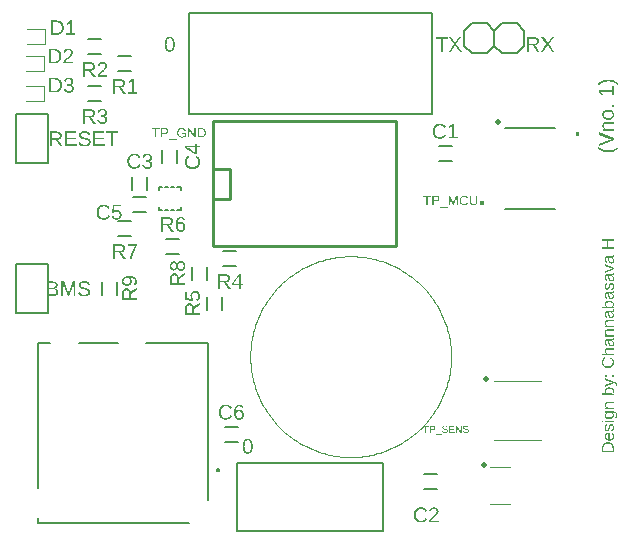
<source format=gbr>
G04 EAGLE Gerber RS-274X export*
G75*
%MOMM*%
%FSLAX34Y34*%
%LPD*%
%INSilkscreen Top*%
%IPPOS*%
%AMOC8*
5,1,8,0,0,1.08239X$1,22.5*%
G01*
G04 Define Apertures*
%ADD10C,0.120000*%
%ADD11C,0.500000*%
%ADD12C,0.127000*%
%ADD13C,0.200000*%
%ADD14C,0.152400*%
%ADD15C,0.254000*%
G36*
X438531Y417282D02*
X438531Y413218D01*
X435737Y413218D01*
X435737Y417282D01*
X438531Y417282D01*
G37*
G36*
X519303Y475782D02*
X519303Y471718D01*
X516509Y471718D01*
X516509Y475782D01*
X519303Y475782D01*
G37*
G36*
X476770Y543560D02*
X475097Y543560D01*
X475097Y555901D01*
X480904Y555901D01*
X481410Y555886D01*
X481887Y555842D01*
X482333Y555770D01*
X482751Y555668D01*
X483138Y555536D01*
X483496Y555376D01*
X483824Y555187D01*
X484122Y554968D01*
X484388Y554723D01*
X484619Y554456D01*
X484814Y554166D01*
X484973Y553852D01*
X485097Y553516D01*
X485186Y553157D01*
X485239Y552776D01*
X485257Y552371D01*
X485244Y552034D01*
X485207Y551711D01*
X485144Y551401D01*
X485056Y551105D01*
X484944Y550823D01*
X484806Y550555D01*
X484643Y550300D01*
X484455Y550059D01*
X484245Y549835D01*
X484017Y549634D01*
X483769Y549453D01*
X483658Y549387D01*
X483502Y549295D01*
X483216Y549158D01*
X482911Y549042D01*
X482587Y548949D01*
X482244Y548876D01*
X483735Y546613D01*
X485747Y543560D01*
X483820Y543560D01*
X480615Y548684D01*
X476770Y548684D01*
X476770Y543560D01*
G37*
%LPC*%
G36*
X480807Y550006D02*
X481129Y550016D01*
X481431Y550045D01*
X481715Y550093D01*
X481980Y550161D01*
X482226Y550247D01*
X482454Y550354D01*
X482662Y550479D01*
X482852Y550624D01*
X483022Y550786D01*
X483169Y550963D01*
X483293Y551156D01*
X483394Y551365D01*
X483473Y551589D01*
X483530Y551828D01*
X483564Y552083D01*
X483575Y552354D01*
X483564Y552615D01*
X483529Y552860D01*
X483472Y553090D01*
X483392Y553303D01*
X483289Y553500D01*
X483164Y553681D01*
X483015Y553847D01*
X482844Y553996D01*
X482651Y554128D01*
X482438Y554243D01*
X482205Y554340D01*
X481951Y554420D01*
X481678Y554481D01*
X481385Y554525D01*
X481071Y554552D01*
X480737Y554561D01*
X476770Y554561D01*
X476770Y550006D01*
X480807Y550006D01*
G37*
%LPD*%
G36*
X488814Y543560D02*
X486966Y543560D01*
X491660Y549971D01*
X487325Y555901D01*
X489173Y555901D01*
X492606Y551057D01*
X495943Y555901D01*
X497791Y555901D01*
X493570Y550033D01*
X498150Y543560D01*
X496302Y543560D01*
X492597Y548955D01*
X488814Y543560D01*
G37*
G36*
X238646Y203025D02*
X238384Y203031D01*
X238131Y203050D01*
X237885Y203082D01*
X237648Y203126D01*
X237199Y203253D01*
X236783Y203430D01*
X236400Y203658D01*
X236050Y203936D01*
X235733Y204265D01*
X235449Y204645D01*
X235199Y205074D01*
X234982Y205548D01*
X234798Y206070D01*
X234648Y206638D01*
X234531Y207252D01*
X234447Y207913D01*
X234397Y208621D01*
X234381Y209375D01*
X234397Y210145D01*
X234446Y210865D01*
X234527Y211535D01*
X234640Y212156D01*
X234786Y212726D01*
X234964Y213247D01*
X235175Y213718D01*
X235419Y214139D01*
X235697Y214511D01*
X236013Y214833D01*
X236366Y215105D01*
X236758Y215328D01*
X237186Y215502D01*
X237415Y215570D01*
X237653Y215626D01*
X237900Y215669D01*
X238157Y215700D01*
X238423Y215719D01*
X238699Y215725D01*
X238967Y215718D01*
X239226Y215700D01*
X239476Y215668D01*
X239718Y215625D01*
X239950Y215568D01*
X240174Y215499D01*
X240594Y215324D01*
X240978Y215099D01*
X241327Y214823D01*
X241640Y214498D01*
X241917Y214122D01*
X242161Y213697D01*
X242371Y213224D01*
X242550Y212703D01*
X242696Y212134D01*
X242809Y211516D01*
X242890Y210851D01*
X242939Y210137D01*
X242955Y209375D01*
X242938Y208625D01*
X242887Y207920D01*
X242802Y207262D01*
X242683Y206649D01*
X242529Y206081D01*
X242342Y205560D01*
X242120Y205084D01*
X241865Y204654D01*
X241576Y204272D01*
X241255Y203941D01*
X240901Y203661D01*
X240515Y203432D01*
X240096Y203254D01*
X239645Y203127D01*
X239408Y203082D01*
X239162Y203050D01*
X238908Y203031D01*
X238646Y203025D01*
G37*
%LPC*%
G36*
X238664Y204312D02*
X239000Y204332D01*
X239313Y204390D01*
X239603Y204487D01*
X239870Y204623D01*
X240114Y204798D01*
X240334Y205012D01*
X240531Y205265D01*
X240704Y205556D01*
X240856Y205888D01*
X240988Y206261D01*
X241099Y206676D01*
X241190Y207133D01*
X241261Y207631D01*
X241312Y208170D01*
X241342Y208752D01*
X241352Y209375D01*
X241343Y210020D01*
X241314Y210618D01*
X241266Y211171D01*
X241198Y211678D01*
X241111Y212139D01*
X241005Y212554D01*
X240880Y212923D01*
X240735Y213246D01*
X240568Y213527D01*
X240376Y213771D01*
X240159Y213977D01*
X239917Y214146D01*
X239650Y214277D01*
X239358Y214371D01*
X239041Y214427D01*
X238699Y214446D01*
X238348Y214427D01*
X238023Y214372D01*
X237723Y214280D01*
X237449Y214150D01*
X237201Y213984D01*
X236978Y213781D01*
X236781Y213541D01*
X236610Y213264D01*
X236461Y212944D01*
X236332Y212577D01*
X236223Y212162D01*
X236133Y211700D01*
X236064Y211190D01*
X236014Y210633D01*
X235985Y210028D01*
X235975Y209375D01*
X235985Y208740D01*
X236015Y208149D01*
X236065Y207602D01*
X236136Y207100D01*
X236226Y206641D01*
X236337Y206227D01*
X236468Y205856D01*
X236618Y205530D01*
X236791Y205244D01*
X236988Y204997D01*
X237208Y204788D01*
X237452Y204617D01*
X237719Y204484D01*
X238010Y204388D01*
X238325Y204331D01*
X238664Y204312D01*
G37*
%LPD*%
G36*
X172606Y543385D02*
X172344Y543391D01*
X172091Y543410D01*
X171845Y543442D01*
X171608Y543486D01*
X171159Y543613D01*
X170743Y543790D01*
X170360Y544018D01*
X170010Y544296D01*
X169693Y544625D01*
X169409Y545005D01*
X169159Y545434D01*
X168942Y545908D01*
X168758Y546430D01*
X168608Y546998D01*
X168491Y547612D01*
X168407Y548273D01*
X168357Y548981D01*
X168341Y549735D01*
X168357Y550505D01*
X168406Y551225D01*
X168487Y551895D01*
X168600Y552516D01*
X168746Y553086D01*
X168924Y553607D01*
X169135Y554078D01*
X169379Y554499D01*
X169657Y554871D01*
X169973Y555193D01*
X170326Y555465D01*
X170718Y555688D01*
X171146Y555862D01*
X171375Y555930D01*
X171613Y555986D01*
X171860Y556029D01*
X172117Y556060D01*
X172383Y556079D01*
X172659Y556085D01*
X172927Y556078D01*
X173186Y556060D01*
X173436Y556028D01*
X173678Y555985D01*
X173910Y555928D01*
X174134Y555859D01*
X174554Y555684D01*
X174938Y555459D01*
X175287Y555183D01*
X175600Y554858D01*
X175877Y554482D01*
X176121Y554057D01*
X176331Y553584D01*
X176510Y553063D01*
X176656Y552494D01*
X176769Y551876D01*
X176850Y551211D01*
X176899Y550497D01*
X176915Y549735D01*
X176898Y548985D01*
X176847Y548280D01*
X176762Y547622D01*
X176643Y547009D01*
X176489Y546441D01*
X176302Y545920D01*
X176080Y545444D01*
X175825Y545014D01*
X175536Y544632D01*
X175215Y544301D01*
X174861Y544021D01*
X174475Y543792D01*
X174056Y543614D01*
X173605Y543487D01*
X173368Y543442D01*
X173122Y543410D01*
X172868Y543391D01*
X172606Y543385D01*
G37*
%LPC*%
G36*
X172624Y544672D02*
X172960Y544692D01*
X173273Y544750D01*
X173563Y544847D01*
X173830Y544983D01*
X174074Y545158D01*
X174294Y545372D01*
X174491Y545625D01*
X174664Y545916D01*
X174816Y546248D01*
X174948Y546621D01*
X175059Y547036D01*
X175150Y547493D01*
X175221Y547991D01*
X175272Y548530D01*
X175302Y549112D01*
X175312Y549735D01*
X175303Y550380D01*
X175274Y550978D01*
X175226Y551531D01*
X175158Y552038D01*
X175071Y552499D01*
X174965Y552914D01*
X174840Y553283D01*
X174695Y553606D01*
X174528Y553887D01*
X174336Y554131D01*
X174119Y554337D01*
X173877Y554506D01*
X173610Y554637D01*
X173318Y554731D01*
X173001Y554787D01*
X172659Y554806D01*
X172308Y554787D01*
X171983Y554732D01*
X171683Y554640D01*
X171409Y554510D01*
X171161Y554344D01*
X170938Y554141D01*
X170741Y553901D01*
X170570Y553624D01*
X170421Y553304D01*
X170292Y552937D01*
X170183Y552522D01*
X170093Y552060D01*
X170024Y551550D01*
X169974Y550993D01*
X169945Y550388D01*
X169935Y549735D01*
X169945Y549100D01*
X169975Y548509D01*
X170025Y547962D01*
X170096Y547460D01*
X170186Y547001D01*
X170297Y546587D01*
X170428Y546216D01*
X170578Y545890D01*
X170751Y545604D01*
X170948Y545357D01*
X171168Y545148D01*
X171412Y544977D01*
X171679Y544844D01*
X171970Y544748D01*
X172285Y544691D01*
X172624Y544672D01*
G37*
%LPD*%
G36*
X548640Y204377D02*
X538772Y204377D01*
X538772Y207640D01*
X538791Y208249D01*
X538850Y208823D01*
X538948Y209360D01*
X539086Y209861D01*
X539263Y210327D01*
X539479Y210757D01*
X539734Y211152D01*
X540029Y211510D01*
X540360Y211829D01*
X540724Y212106D01*
X541121Y212340D01*
X541551Y212532D01*
X542015Y212681D01*
X542512Y212787D01*
X543041Y212851D01*
X543604Y212872D01*
X543980Y212863D01*
X544344Y212835D01*
X544696Y212789D01*
X545036Y212723D01*
X545364Y212640D01*
X545680Y212537D01*
X545984Y212416D01*
X546276Y212277D01*
X546554Y212120D01*
X546815Y211948D01*
X547060Y211760D01*
X547287Y211557D01*
X547498Y211339D01*
X547693Y211104D01*
X547870Y210854D01*
X548031Y210589D01*
X548174Y210311D01*
X548297Y210022D01*
X548402Y209722D01*
X548488Y209412D01*
X548554Y209092D01*
X548602Y208761D01*
X548631Y208420D01*
X548640Y208068D01*
X548640Y204377D01*
G37*
%LPC*%
G36*
X547568Y205714D02*
X547568Y207914D01*
X547561Y208181D01*
X547539Y208440D01*
X547501Y208691D01*
X547449Y208933D01*
X547382Y209168D01*
X547301Y209394D01*
X547204Y209612D01*
X547092Y209822D01*
X546967Y210022D01*
X546828Y210210D01*
X546676Y210386D01*
X546511Y210550D01*
X546333Y210702D01*
X546141Y210842D01*
X545937Y210970D01*
X545719Y211086D01*
X545490Y211190D01*
X545251Y211279D01*
X545002Y211355D01*
X544742Y211417D01*
X544473Y211465D01*
X544194Y211500D01*
X543904Y211521D01*
X543604Y211527D01*
X543159Y211512D01*
X542741Y211465D01*
X542351Y211386D01*
X541987Y211276D01*
X541651Y211135D01*
X541342Y210962D01*
X541061Y210758D01*
X540806Y210522D01*
X540581Y210257D01*
X540385Y209964D01*
X540219Y209642D01*
X540084Y209292D01*
X539979Y208915D01*
X539903Y208509D01*
X539858Y208075D01*
X539843Y207612D01*
X539843Y205714D01*
X547568Y205714D01*
G37*
%LPD*%
G36*
X544865Y232490D02*
X544379Y232501D01*
X543926Y232534D01*
X543506Y232589D01*
X543118Y232666D01*
X542764Y232765D01*
X542443Y232886D01*
X542154Y233029D01*
X541899Y233194D01*
X541675Y233381D01*
X541481Y233591D01*
X541316Y233825D01*
X541182Y234081D01*
X541077Y234359D01*
X541003Y234661D01*
X540958Y234986D01*
X540943Y235333D01*
X540966Y235723D01*
X541035Y236085D01*
X541150Y236421D01*
X541311Y236731D01*
X541514Y237010D01*
X541756Y237255D01*
X542037Y237467D01*
X542358Y237645D01*
X542358Y237659D01*
X541629Y237687D01*
X541228Y237715D01*
X541062Y237743D01*
X541062Y238940D01*
X541643Y238909D01*
X542631Y238898D01*
X548423Y238898D01*
X548810Y238886D01*
X549171Y238849D01*
X549508Y238787D01*
X549820Y238700D01*
X550107Y238588D01*
X550369Y238452D01*
X550606Y238291D01*
X550818Y238105D01*
X551005Y237894D01*
X551167Y237659D01*
X551305Y237399D01*
X551417Y237114D01*
X551504Y236804D01*
X551567Y236469D01*
X551604Y236110D01*
X551617Y235726D01*
X551609Y235424D01*
X551586Y235137D01*
X551548Y234867D01*
X551495Y234612D01*
X551426Y234373D01*
X551343Y234150D01*
X551244Y233942D01*
X551130Y233751D01*
X551002Y233575D01*
X550861Y233416D01*
X550707Y233273D01*
X550541Y233146D01*
X550361Y233036D01*
X550169Y232943D01*
X549964Y232866D01*
X549747Y232805D01*
X549564Y234073D01*
X549812Y234155D01*
X550029Y234275D01*
X550217Y234433D01*
X550373Y234629D01*
X550498Y234862D01*
X550586Y235128D01*
X550639Y235427D01*
X550657Y235761D01*
X550648Y235989D01*
X550647Y236001D01*
X550623Y236202D01*
X550580Y236401D01*
X550519Y236585D01*
X550442Y236754D01*
X550347Y236909D01*
X550235Y237048D01*
X550106Y237174D01*
X549959Y237284D01*
X549795Y237380D01*
X549614Y237461D01*
X549416Y237527D01*
X549201Y237578D01*
X548968Y237615D01*
X548718Y237637D01*
X548451Y237645D01*
X547232Y237645D01*
X547232Y237631D01*
X547574Y237435D01*
X547870Y237207D01*
X548122Y236945D01*
X548321Y236660D01*
X548328Y236650D01*
X548489Y236325D01*
X548604Y235974D01*
X548673Y235597D01*
X548696Y235193D01*
X548682Y234856D01*
X548638Y234543D01*
X548566Y234252D01*
X548465Y233984D01*
X548335Y233740D01*
X548176Y233518D01*
X547988Y233320D01*
X547772Y233145D01*
X547524Y232991D01*
X547243Y232858D01*
X546929Y232746D01*
X546583Y232654D01*
X546203Y232582D01*
X545790Y232531D01*
X545344Y232500D01*
X544865Y232490D01*
G37*
%LPC*%
G36*
X544851Y233793D02*
X545226Y233799D01*
X545574Y233818D01*
X545894Y233851D01*
X546187Y233896D01*
X546453Y233954D01*
X546691Y234025D01*
X546902Y234109D01*
X547085Y234206D01*
X547244Y234318D01*
X547382Y234449D01*
X547499Y234598D01*
X547595Y234766D01*
X547669Y234952D01*
X547722Y235157D01*
X547754Y235379D01*
X547765Y235621D01*
X547743Y235910D01*
X547677Y236183D01*
X547568Y236439D01*
X547414Y236678D01*
X547220Y236896D01*
X547079Y237013D01*
X546988Y237088D01*
X546718Y237253D01*
X546409Y237392D01*
X546066Y237503D01*
X545692Y237582D01*
X545287Y237629D01*
X544851Y237645D01*
X544405Y237629D01*
X543990Y237582D01*
X543608Y237503D01*
X543258Y237392D01*
X542943Y237253D01*
X542668Y237089D01*
X542432Y236898D01*
X542235Y236682D01*
X542080Y236445D01*
X541970Y236192D01*
X541903Y235925D01*
X541881Y235642D01*
X541892Y235408D01*
X541925Y235191D01*
X541980Y234991D01*
X542056Y234806D01*
X542155Y234639D01*
X542275Y234487D01*
X542418Y234352D01*
X542582Y234234D01*
X542770Y234130D01*
X542986Y234041D01*
X543229Y233965D01*
X543499Y233903D01*
X543796Y233855D01*
X544121Y233820D01*
X544472Y233799D01*
X544851Y233793D01*
G37*
%LPD*%
G36*
X548640Y252749D02*
X548060Y252781D01*
X547078Y252792D01*
X538246Y252792D01*
X538246Y254052D01*
X541209Y254052D01*
X542281Y254024D01*
X542281Y254052D01*
X541942Y254242D01*
X541656Y254459D01*
X541420Y254706D01*
X541237Y254980D01*
X541099Y255286D01*
X541001Y255627D01*
X540942Y256003D01*
X540922Y256412D01*
X540937Y256760D01*
X540982Y257083D01*
X541058Y257382D01*
X541163Y257658D01*
X541299Y257910D01*
X541466Y258139D01*
X541662Y258343D01*
X541888Y258524D01*
X542146Y258683D01*
X542434Y258820D01*
X542753Y258936D01*
X543104Y259031D01*
X543485Y259105D01*
X543898Y259158D01*
X544341Y259189D01*
X544816Y259200D01*
X545296Y259189D01*
X545745Y259156D01*
X546163Y259102D01*
X546550Y259026D01*
X546906Y258928D01*
X547232Y258808D01*
X547526Y258666D01*
X547789Y258503D01*
X548021Y258318D01*
X548223Y258111D01*
X548393Y257882D01*
X548532Y257632D01*
X548641Y257360D01*
X548718Y257066D01*
X548765Y256750D01*
X548780Y256412D01*
X548761Y256000D01*
X548702Y255624D01*
X548605Y255284D01*
X548468Y254980D01*
X548289Y254708D01*
X548061Y254463D01*
X547786Y254244D01*
X547463Y254052D01*
X547463Y254038D01*
X548125Y254010D01*
X548640Y253968D01*
X548640Y252749D01*
G37*
%LPC*%
G36*
X544935Y254052D02*
X545296Y254060D01*
X545632Y254082D01*
X545944Y254119D01*
X546232Y254171D01*
X546495Y254238D01*
X546733Y254320D01*
X546948Y254417D01*
X547138Y254528D01*
X547304Y254657D01*
X547449Y254804D01*
X547571Y254969D01*
X547671Y255154D01*
X547749Y255356D01*
X547804Y255578D01*
X547837Y255818D01*
X547849Y256076D01*
X547838Y256306D01*
X547805Y256520D01*
X547750Y256716D01*
X547673Y256897D01*
X547574Y257060D01*
X547453Y257208D01*
X547310Y257338D01*
X547145Y257453D01*
X546955Y257552D01*
X546738Y257638D01*
X546493Y257711D01*
X546221Y257770D01*
X545922Y257817D01*
X545594Y257850D01*
X545240Y257870D01*
X544858Y257876D01*
X544475Y257870D01*
X544120Y257850D01*
X543793Y257817D01*
X543494Y257771D01*
X543224Y257712D01*
X542981Y257640D01*
X542767Y257555D01*
X542582Y257456D01*
X542421Y257343D01*
X542281Y257213D01*
X542164Y257067D01*
X542067Y256904D01*
X541992Y256726D01*
X541938Y256530D01*
X541906Y256318D01*
X541895Y256090D01*
X541907Y255833D01*
X541941Y255594D01*
X541998Y255373D01*
X542077Y255170D01*
X542180Y254985D01*
X542305Y254818D01*
X542453Y254670D01*
X542624Y254539D01*
X542819Y254425D01*
X543041Y254326D01*
X543290Y254242D01*
X543566Y254174D01*
X543868Y254121D01*
X544197Y254083D01*
X544553Y254060D01*
X544935Y254052D01*
G37*
%LPD*%
G36*
X548640Y326093D02*
X548060Y326125D01*
X547078Y326135D01*
X538246Y326135D01*
X538246Y327396D01*
X541209Y327396D01*
X542281Y327368D01*
X542281Y327396D01*
X541942Y327585D01*
X541656Y327803D01*
X541420Y328049D01*
X541237Y328324D01*
X541099Y328630D01*
X541001Y328971D01*
X540942Y329346D01*
X540922Y329756D01*
X540937Y330103D01*
X540982Y330427D01*
X541058Y330726D01*
X541163Y331002D01*
X541299Y331254D01*
X541466Y331482D01*
X541662Y331687D01*
X541888Y331868D01*
X542146Y332026D01*
X542434Y332164D01*
X542753Y332280D01*
X543104Y332375D01*
X543485Y332449D01*
X543898Y332501D01*
X544341Y332533D01*
X544816Y332544D01*
X545296Y332533D01*
X545745Y332500D01*
X546163Y332446D01*
X546550Y332370D01*
X546906Y332272D01*
X547232Y332152D01*
X547526Y332010D01*
X547789Y331847D01*
X548021Y331662D01*
X548223Y331455D01*
X548393Y331226D01*
X548532Y330976D01*
X548641Y330704D01*
X548718Y330410D01*
X548765Y330094D01*
X548780Y329756D01*
X548761Y329344D01*
X548702Y328967D01*
X548605Y328628D01*
X548468Y328324D01*
X548289Y328052D01*
X548061Y327807D01*
X547786Y327588D01*
X547463Y327396D01*
X547463Y327382D01*
X548125Y327354D01*
X548640Y327312D01*
X548640Y326093D01*
G37*
%LPC*%
G36*
X544935Y327396D02*
X545296Y327403D01*
X545632Y327426D01*
X545944Y327463D01*
X546232Y327515D01*
X546495Y327582D01*
X546733Y327664D01*
X546948Y327761D01*
X547138Y327872D01*
X547304Y328001D01*
X547449Y328148D01*
X547571Y328313D01*
X547671Y328497D01*
X547749Y328700D01*
X547804Y328921D01*
X547837Y329161D01*
X547849Y329420D01*
X547838Y329650D01*
X547805Y329863D01*
X547750Y330060D01*
X547673Y330240D01*
X547574Y330404D01*
X547453Y330551D01*
X547310Y330682D01*
X547145Y330796D01*
X546955Y330896D01*
X546738Y330982D01*
X546493Y331055D01*
X546221Y331114D01*
X545922Y331160D01*
X545594Y331194D01*
X545240Y331213D01*
X544858Y331220D01*
X544475Y331213D01*
X544120Y331194D01*
X543793Y331161D01*
X543494Y331115D01*
X543224Y331056D01*
X542981Y330984D01*
X542767Y330898D01*
X542582Y330800D01*
X542421Y330687D01*
X542281Y330557D01*
X542164Y330411D01*
X542067Y330248D01*
X541992Y330069D01*
X541938Y329874D01*
X541906Y329662D01*
X541895Y329434D01*
X541907Y329177D01*
X541941Y328938D01*
X541998Y328717D01*
X542077Y328514D01*
X542180Y328329D01*
X542305Y328162D01*
X542453Y328013D01*
X542624Y327883D01*
X542819Y327769D01*
X543041Y327670D01*
X543290Y327586D01*
X543566Y327518D01*
X543868Y327464D01*
X544197Y327426D01*
X544553Y327404D01*
X544935Y327396D01*
G37*
%LPD*%
G36*
X546525Y293872D02*
X546239Y293884D01*
X545971Y293920D01*
X545719Y293981D01*
X545485Y294065D01*
X545267Y294174D01*
X545067Y294307D01*
X544884Y294464D01*
X544718Y294646D01*
X544570Y294854D01*
X544440Y295092D01*
X544328Y295360D01*
X544235Y295657D01*
X544160Y295984D01*
X544103Y296340D01*
X544065Y296727D01*
X544046Y297143D01*
X544018Y298845D01*
X543604Y298845D01*
X543381Y298838D01*
X543175Y298820D01*
X542985Y298789D01*
X542811Y298746D01*
X542654Y298691D01*
X542513Y298624D01*
X542389Y298544D01*
X542281Y298452D01*
X542187Y298347D01*
X542106Y298228D01*
X542037Y298095D01*
X541981Y297948D01*
X541938Y297787D01*
X541906Y297612D01*
X541888Y297423D01*
X541881Y297220D01*
X541899Y296825D01*
X541953Y296488D01*
X542043Y296208D01*
X542169Y295987D01*
X542334Y295814D01*
X542541Y295679D01*
X542792Y295583D01*
X543086Y295525D01*
X542967Y294208D01*
X542719Y294258D01*
X542488Y294326D01*
X542272Y294413D01*
X542072Y294519D01*
X541888Y294643D01*
X541721Y294786D01*
X541569Y294948D01*
X541433Y295129D01*
X541313Y295328D01*
X541209Y295546D01*
X541122Y295783D01*
X541050Y296039D01*
X540994Y296313D01*
X540954Y296606D01*
X540930Y296917D01*
X540922Y297248D01*
X540932Y297594D01*
X540963Y297918D01*
X541014Y298220D01*
X541086Y298500D01*
X541178Y298757D01*
X541290Y298993D01*
X541423Y299206D01*
X541577Y299398D01*
X541750Y299567D01*
X541941Y299713D01*
X542150Y299837D01*
X542378Y299939D01*
X542624Y300018D01*
X542888Y300074D01*
X543170Y300108D01*
X543471Y300119D01*
X546735Y300119D01*
X546998Y300128D01*
X547226Y300156D01*
X547420Y300202D01*
X547579Y300266D01*
X547703Y300356D01*
X547792Y300480D01*
X547845Y300637D01*
X547863Y300827D01*
X547850Y301021D01*
X547814Y301240D01*
X548598Y301240D01*
X548647Y301000D01*
X548682Y300758D01*
X548703Y300514D01*
X548710Y300266D01*
X548687Y299940D01*
X548618Y299661D01*
X548503Y299430D01*
X548342Y299247D01*
X548132Y299105D01*
X547870Y298998D01*
X547556Y298925D01*
X547190Y298887D01*
X547190Y298845D01*
X547593Y298593D01*
X547932Y298322D01*
X548207Y298031D01*
X548419Y297720D01*
X548577Y297383D01*
X548690Y297010D01*
X548758Y296604D01*
X548780Y296162D01*
X548771Y295886D01*
X548742Y295627D01*
X548695Y295386D01*
X548630Y295162D01*
X548545Y294957D01*
X548441Y294769D01*
X548319Y294599D01*
X548178Y294446D01*
X548020Y294312D01*
X547849Y294195D01*
X547663Y294096D01*
X547463Y294015D01*
X547250Y293953D01*
X547022Y293908D01*
X546781Y293881D01*
X546525Y293872D01*
G37*
%LPC*%
G36*
X546546Y295168D02*
X546837Y295188D01*
X547092Y295251D01*
X547313Y295355D01*
X547498Y295500D01*
X547645Y295684D01*
X547751Y295904D01*
X547814Y296159D01*
X547835Y296449D01*
X547815Y296786D01*
X547756Y297104D01*
X547657Y297403D01*
X547519Y297682D01*
X547347Y297937D01*
X547146Y298164D01*
X546915Y298363D01*
X546654Y298533D01*
X546378Y298669D01*
X546097Y298767D01*
X545812Y298825D01*
X545523Y298845D01*
X544900Y298845D01*
X544928Y297465D01*
X544945Y297047D01*
X544981Y296683D01*
X545036Y296373D01*
X545110Y296117D01*
X545206Y295901D01*
X545324Y295711D01*
X545465Y295549D01*
X545628Y295413D01*
X545817Y295305D01*
X546033Y295229D01*
X546276Y295183D01*
X546546Y295168D01*
G37*
%LPD*%
G36*
X546525Y317809D02*
X546239Y317821D01*
X545971Y317858D01*
X545719Y317918D01*
X545485Y318003D01*
X545267Y318112D01*
X545067Y318245D01*
X544884Y318402D01*
X544718Y318583D01*
X544570Y318792D01*
X544440Y319030D01*
X544328Y319297D01*
X544235Y319594D01*
X544160Y319921D01*
X544103Y320278D01*
X544065Y320664D01*
X544046Y321080D01*
X544018Y322782D01*
X543604Y322782D01*
X543381Y322776D01*
X543175Y322758D01*
X542985Y322727D01*
X542811Y322684D01*
X542654Y322629D01*
X542513Y322561D01*
X542389Y322482D01*
X542281Y322390D01*
X542187Y322285D01*
X542106Y322166D01*
X542037Y322033D01*
X541981Y321886D01*
X541938Y321724D01*
X541906Y321549D01*
X541888Y321360D01*
X541881Y321157D01*
X541899Y320762D01*
X541953Y320425D01*
X542043Y320146D01*
X542169Y319924D01*
X542334Y319751D01*
X542541Y319616D01*
X542792Y319520D01*
X543086Y319462D01*
X542967Y318146D01*
X542719Y318195D01*
X542488Y318263D01*
X542272Y318351D01*
X542072Y318456D01*
X541888Y318581D01*
X541721Y318724D01*
X541569Y318886D01*
X541433Y319067D01*
X541313Y319266D01*
X541209Y319484D01*
X541122Y319721D01*
X541050Y319976D01*
X540994Y320250D01*
X540954Y320543D01*
X540930Y320855D01*
X540922Y321185D01*
X540932Y321531D01*
X540963Y321855D01*
X541014Y322157D01*
X541086Y322437D01*
X541178Y322695D01*
X541290Y322930D01*
X541423Y323144D01*
X541577Y323335D01*
X541750Y323504D01*
X541941Y323651D01*
X542150Y323775D01*
X542378Y323876D01*
X542624Y323955D01*
X542888Y324012D01*
X543170Y324045D01*
X543471Y324057D01*
X546735Y324057D01*
X546998Y324066D01*
X547226Y324093D01*
X547420Y324139D01*
X547579Y324204D01*
X547703Y324294D01*
X547792Y324417D01*
X547845Y324574D01*
X547863Y324764D01*
X547850Y324958D01*
X547814Y325177D01*
X548598Y325177D01*
X548647Y324938D01*
X548682Y324696D01*
X548703Y324451D01*
X548710Y324204D01*
X548687Y323877D01*
X548618Y323599D01*
X548503Y323368D01*
X548342Y323185D01*
X548132Y323043D01*
X547870Y322935D01*
X547556Y322862D01*
X547190Y322824D01*
X547190Y322782D01*
X547593Y322531D01*
X547932Y322259D01*
X548207Y321968D01*
X548419Y321658D01*
X548577Y321320D01*
X548690Y320948D01*
X548758Y320541D01*
X548780Y320100D01*
X548771Y319823D01*
X548742Y319564D01*
X548695Y319323D01*
X548630Y319100D01*
X548545Y318894D01*
X548441Y318706D01*
X548319Y318536D01*
X548178Y318384D01*
X548020Y318249D01*
X547849Y318132D01*
X547663Y318034D01*
X547463Y317953D01*
X547250Y317890D01*
X547022Y317845D01*
X546781Y317818D01*
X546525Y317809D01*
G37*
%LPC*%
G36*
X546546Y319105D02*
X546837Y319126D01*
X547092Y319188D01*
X547313Y319292D01*
X547498Y319438D01*
X547645Y319622D01*
X547751Y319841D01*
X547814Y320096D01*
X547835Y320387D01*
X547815Y320724D01*
X547756Y321042D01*
X547657Y321340D01*
X547519Y321619D01*
X547347Y321875D01*
X547146Y322102D01*
X546915Y322300D01*
X546654Y322470D01*
X546378Y322607D01*
X546097Y322704D01*
X545812Y322763D01*
X545523Y322782D01*
X544900Y322782D01*
X544928Y321402D01*
X544945Y320984D01*
X544981Y320620D01*
X545036Y320310D01*
X545110Y320054D01*
X545206Y319838D01*
X545324Y319649D01*
X545465Y319486D01*
X545628Y319350D01*
X545817Y319243D01*
X546033Y319166D01*
X546276Y319120D01*
X546546Y319105D01*
G37*
%LPD*%
G36*
X546525Y333778D02*
X546239Y333790D01*
X545971Y333826D01*
X545719Y333887D01*
X545485Y333972D01*
X545267Y334080D01*
X545067Y334213D01*
X544884Y334371D01*
X544718Y334552D01*
X544570Y334760D01*
X544440Y334998D01*
X544328Y335266D01*
X544235Y335563D01*
X544160Y335890D01*
X544103Y336247D01*
X544065Y336633D01*
X544046Y337049D01*
X544018Y338751D01*
X543604Y338751D01*
X543381Y338745D01*
X543175Y338726D01*
X542985Y338696D01*
X542811Y338653D01*
X542654Y338598D01*
X542513Y338530D01*
X542389Y338450D01*
X542281Y338359D01*
X542187Y338253D01*
X542106Y338134D01*
X542037Y338001D01*
X541981Y337854D01*
X541938Y337693D01*
X541906Y337518D01*
X541888Y337329D01*
X541881Y337126D01*
X541899Y336731D01*
X541953Y336394D01*
X542043Y336115D01*
X542169Y335893D01*
X542334Y335720D01*
X542541Y335585D01*
X542792Y335489D01*
X543086Y335431D01*
X542967Y334114D01*
X542719Y334164D01*
X542488Y334232D01*
X542272Y334319D01*
X542072Y334425D01*
X541888Y334550D01*
X541721Y334693D01*
X541569Y334855D01*
X541433Y335035D01*
X541313Y335235D01*
X541209Y335453D01*
X541122Y335689D01*
X541050Y335945D01*
X540994Y336219D01*
X540954Y336512D01*
X540930Y336824D01*
X540922Y337154D01*
X540932Y337500D01*
X540963Y337824D01*
X541014Y338126D01*
X541086Y338406D01*
X541178Y338664D01*
X541290Y338899D01*
X541423Y339113D01*
X541577Y339304D01*
X541750Y339473D01*
X541941Y339620D01*
X542150Y339744D01*
X542378Y339845D01*
X542624Y339924D01*
X542888Y339980D01*
X543170Y340014D01*
X543471Y340025D01*
X546735Y340025D01*
X546998Y340035D01*
X547226Y340062D01*
X547420Y340108D01*
X547579Y340173D01*
X547703Y340263D01*
X547792Y340386D01*
X547845Y340543D01*
X547863Y340733D01*
X547850Y340927D01*
X547814Y341146D01*
X548598Y341146D01*
X548647Y340907D01*
X548682Y340665D01*
X548703Y340420D01*
X548710Y340173D01*
X548687Y339846D01*
X548618Y339568D01*
X548503Y339337D01*
X548342Y339153D01*
X548132Y339011D01*
X547870Y338904D01*
X547556Y338831D01*
X547190Y338793D01*
X547190Y338751D01*
X547593Y338499D01*
X547932Y338228D01*
X548207Y337937D01*
X548419Y337627D01*
X548577Y337289D01*
X548690Y336917D01*
X548758Y336510D01*
X548780Y336068D01*
X548771Y335792D01*
X548742Y335533D01*
X548695Y335292D01*
X548630Y335069D01*
X548545Y334863D01*
X548441Y334675D01*
X548319Y334505D01*
X548178Y334352D01*
X548020Y334218D01*
X547849Y334101D01*
X547663Y334002D01*
X547463Y333922D01*
X547250Y333859D01*
X547022Y333814D01*
X546781Y333787D01*
X546525Y333778D01*
G37*
%LPC*%
G36*
X546546Y335074D02*
X546837Y335095D01*
X547092Y335157D01*
X547313Y335261D01*
X547498Y335406D01*
X547645Y335591D01*
X547751Y335810D01*
X547814Y336065D01*
X547835Y336355D01*
X547815Y336693D01*
X547756Y337010D01*
X547657Y337309D01*
X547519Y337588D01*
X547347Y337844D01*
X547146Y338071D01*
X546915Y338269D01*
X546654Y338439D01*
X546378Y338575D01*
X546097Y338673D01*
X545812Y338731D01*
X545523Y338751D01*
X544900Y338751D01*
X544928Y337371D01*
X544945Y336953D01*
X544981Y336589D01*
X545036Y336279D01*
X545110Y336023D01*
X545206Y335807D01*
X545324Y335617D01*
X545465Y335455D01*
X545628Y335319D01*
X545817Y335212D01*
X546033Y335135D01*
X546276Y335089D01*
X546546Y335074D01*
G37*
%LPD*%
G36*
X546525Y348903D02*
X546239Y348915D01*
X545971Y348951D01*
X545719Y349012D01*
X545485Y349097D01*
X545267Y349205D01*
X545067Y349338D01*
X544884Y349496D01*
X544718Y349677D01*
X544570Y349885D01*
X544440Y350123D01*
X544328Y350391D01*
X544235Y350688D01*
X544160Y351015D01*
X544103Y351372D01*
X544065Y351758D01*
X544046Y352174D01*
X544018Y353876D01*
X543604Y353876D01*
X543381Y353870D01*
X543175Y353851D01*
X542985Y353821D01*
X542811Y353778D01*
X542654Y353723D01*
X542513Y353655D01*
X542389Y353575D01*
X542281Y353484D01*
X542187Y353378D01*
X542106Y353259D01*
X542037Y353126D01*
X541981Y352979D01*
X541938Y352818D01*
X541906Y352643D01*
X541888Y352454D01*
X541881Y352251D01*
X541899Y351856D01*
X541953Y351519D01*
X542043Y351240D01*
X542169Y351018D01*
X542334Y350845D01*
X542541Y350710D01*
X542792Y350614D01*
X543086Y350556D01*
X542967Y349239D01*
X542719Y349289D01*
X542488Y349357D01*
X542272Y349444D01*
X542072Y349550D01*
X541888Y349675D01*
X541721Y349818D01*
X541569Y349980D01*
X541433Y350160D01*
X541313Y350360D01*
X541209Y350578D01*
X541122Y350814D01*
X541050Y351070D01*
X540994Y351344D01*
X540954Y351637D01*
X540930Y351949D01*
X540922Y352279D01*
X540932Y352625D01*
X540963Y352949D01*
X541014Y353251D01*
X541086Y353531D01*
X541178Y353789D01*
X541290Y354024D01*
X541423Y354238D01*
X541577Y354429D01*
X541750Y354598D01*
X541941Y354745D01*
X542150Y354869D01*
X542378Y354970D01*
X542624Y355049D01*
X542888Y355105D01*
X543170Y355139D01*
X543471Y355150D01*
X546735Y355150D01*
X546998Y355160D01*
X547226Y355187D01*
X547420Y355233D01*
X547579Y355298D01*
X547703Y355388D01*
X547792Y355511D01*
X547845Y355668D01*
X547863Y355858D01*
X547850Y356052D01*
X547814Y356271D01*
X548598Y356271D01*
X548647Y356032D01*
X548682Y355790D01*
X548703Y355545D01*
X548710Y355298D01*
X548687Y354971D01*
X548618Y354693D01*
X548503Y354462D01*
X548342Y354278D01*
X548132Y354136D01*
X547870Y354029D01*
X547556Y353956D01*
X547190Y353918D01*
X547190Y353876D01*
X547593Y353624D01*
X547932Y353353D01*
X548207Y353062D01*
X548419Y352752D01*
X548577Y352414D01*
X548690Y352042D01*
X548758Y351635D01*
X548780Y351193D01*
X548771Y350917D01*
X548742Y350658D01*
X548695Y350417D01*
X548630Y350194D01*
X548545Y349988D01*
X548441Y349800D01*
X548319Y349630D01*
X548178Y349477D01*
X548020Y349343D01*
X547849Y349226D01*
X547663Y349127D01*
X547463Y349047D01*
X547250Y348984D01*
X547022Y348939D01*
X546781Y348912D01*
X546525Y348903D01*
G37*
%LPC*%
G36*
X546546Y350199D02*
X546837Y350220D01*
X547092Y350282D01*
X547313Y350386D01*
X547498Y350531D01*
X547645Y350716D01*
X547751Y350935D01*
X547814Y351190D01*
X547835Y351480D01*
X547815Y351818D01*
X547756Y352135D01*
X547657Y352434D01*
X547519Y352713D01*
X547347Y352969D01*
X547146Y353196D01*
X546915Y353394D01*
X546654Y353564D01*
X546378Y353700D01*
X546097Y353798D01*
X545812Y353856D01*
X545523Y353876D01*
X544900Y353876D01*
X544928Y352496D01*
X544945Y352078D01*
X544981Y351714D01*
X545036Y351404D01*
X545110Y351148D01*
X545206Y350932D01*
X545324Y350742D01*
X545465Y350580D01*
X545628Y350444D01*
X545817Y350337D01*
X546033Y350260D01*
X546276Y350214D01*
X546546Y350199D01*
G37*
%LPD*%
G36*
X546525Y364059D02*
X546239Y364071D01*
X545971Y364108D01*
X545719Y364168D01*
X545485Y364253D01*
X545267Y364362D01*
X545067Y364495D01*
X544884Y364652D01*
X544718Y364833D01*
X544570Y365042D01*
X544440Y365280D01*
X544328Y365547D01*
X544235Y365844D01*
X544160Y366171D01*
X544103Y366528D01*
X544065Y366914D01*
X544046Y367330D01*
X544018Y369032D01*
X543604Y369032D01*
X543381Y369026D01*
X543175Y369008D01*
X542985Y368977D01*
X542811Y368934D01*
X542654Y368879D01*
X542513Y368811D01*
X542389Y368732D01*
X542281Y368640D01*
X542187Y368535D01*
X542106Y368416D01*
X542037Y368283D01*
X541981Y368136D01*
X541938Y367974D01*
X541906Y367799D01*
X541888Y367610D01*
X541881Y367407D01*
X541899Y367012D01*
X541953Y366675D01*
X542043Y366396D01*
X542169Y366174D01*
X542334Y366001D01*
X542541Y365866D01*
X542792Y365770D01*
X543086Y365712D01*
X542967Y364396D01*
X542719Y364445D01*
X542488Y364513D01*
X542272Y364601D01*
X542072Y364706D01*
X541888Y364831D01*
X541721Y364974D01*
X541569Y365136D01*
X541433Y365317D01*
X541313Y365516D01*
X541209Y365734D01*
X541122Y365971D01*
X541050Y366226D01*
X540994Y366500D01*
X540954Y366793D01*
X540930Y367105D01*
X540922Y367435D01*
X540932Y367781D01*
X540963Y368105D01*
X541014Y368407D01*
X541086Y368687D01*
X541178Y368945D01*
X541290Y369180D01*
X541423Y369394D01*
X541577Y369585D01*
X541750Y369754D01*
X541941Y369901D01*
X542150Y370025D01*
X542378Y370126D01*
X542624Y370205D01*
X542888Y370262D01*
X543170Y370295D01*
X543471Y370307D01*
X546735Y370307D01*
X546998Y370316D01*
X547226Y370343D01*
X547420Y370389D01*
X547579Y370454D01*
X547703Y370544D01*
X547792Y370667D01*
X547845Y370824D01*
X547863Y371014D01*
X547850Y371208D01*
X547814Y371427D01*
X548598Y371427D01*
X548647Y371188D01*
X548682Y370946D01*
X548703Y370701D01*
X548710Y370454D01*
X548687Y370127D01*
X548618Y369849D01*
X548503Y369618D01*
X548342Y369435D01*
X548132Y369293D01*
X547870Y369185D01*
X547556Y369112D01*
X547190Y369074D01*
X547190Y369032D01*
X547593Y368781D01*
X547932Y368509D01*
X548207Y368218D01*
X548419Y367908D01*
X548577Y367570D01*
X548690Y367198D01*
X548758Y366791D01*
X548780Y366350D01*
X548771Y366073D01*
X548742Y365814D01*
X548695Y365573D01*
X548630Y365350D01*
X548545Y365144D01*
X548441Y364956D01*
X548319Y364786D01*
X548178Y364634D01*
X548020Y364499D01*
X547849Y364382D01*
X547663Y364284D01*
X547463Y364203D01*
X547250Y364140D01*
X547022Y364095D01*
X546781Y364068D01*
X546525Y364059D01*
G37*
%LPC*%
G36*
X546546Y365355D02*
X546837Y365376D01*
X547092Y365438D01*
X547313Y365542D01*
X547498Y365688D01*
X547645Y365872D01*
X547751Y366091D01*
X547814Y366346D01*
X547835Y366637D01*
X547815Y366974D01*
X547756Y367292D01*
X547657Y367590D01*
X547519Y367869D01*
X547347Y368125D01*
X547146Y368352D01*
X546915Y368550D01*
X546654Y368720D01*
X546378Y368857D01*
X546097Y368954D01*
X545812Y369013D01*
X545523Y369032D01*
X544900Y369032D01*
X544928Y367652D01*
X544945Y367234D01*
X544981Y366870D01*
X545036Y366560D01*
X545110Y366304D01*
X545206Y366088D01*
X545324Y365899D01*
X545465Y365736D01*
X545628Y365600D01*
X545817Y365493D01*
X546033Y365416D01*
X546276Y365370D01*
X546546Y365355D01*
G37*
%LPD*%
G36*
X544802Y214153D02*
X544346Y214167D01*
X543918Y214208D01*
X543517Y214277D01*
X543144Y214373D01*
X542798Y214496D01*
X542479Y214648D01*
X542187Y214826D01*
X541923Y215032D01*
X541689Y215264D01*
X541485Y215519D01*
X541313Y215797D01*
X541172Y216099D01*
X541063Y216425D01*
X540984Y216774D01*
X540938Y217147D01*
X540922Y217543D01*
X540938Y217947D01*
X540985Y218326D01*
X541063Y218678D01*
X541174Y219005D01*
X541315Y219305D01*
X541488Y219579D01*
X541693Y219827D01*
X541929Y220049D01*
X542196Y220244D01*
X542495Y220414D01*
X542825Y220557D01*
X543187Y220675D01*
X543580Y220766D01*
X544005Y220832D01*
X544461Y220871D01*
X544949Y220884D01*
X545117Y220884D01*
X545117Y215477D01*
X545434Y215485D01*
X545731Y215511D01*
X546010Y215553D01*
X546271Y215612D01*
X546513Y215687D01*
X546736Y215780D01*
X546941Y215890D01*
X547127Y216016D01*
X547293Y216159D01*
X547437Y216317D01*
X547558Y216490D01*
X547658Y216680D01*
X547735Y216884D01*
X547790Y217105D01*
X547824Y217341D01*
X547835Y217592D01*
X547814Y217981D01*
X547752Y218330D01*
X547649Y218638D01*
X547505Y218905D01*
X547330Y219132D01*
X547132Y219319D01*
X546913Y219467D01*
X546672Y219574D01*
X546987Y220681D01*
X547204Y220589D01*
X547407Y220484D01*
X547596Y220365D01*
X547772Y220233D01*
X547933Y220087D01*
X548080Y219928D01*
X548213Y219755D01*
X548332Y219569D01*
X548437Y219369D01*
X548528Y219156D01*
X548605Y218929D01*
X548668Y218688D01*
X548717Y218435D01*
X548752Y218167D01*
X548773Y217886D01*
X548780Y217592D01*
X548764Y217184D01*
X548717Y216802D01*
X548639Y216444D01*
X548530Y216112D01*
X548389Y215804D01*
X548217Y215522D01*
X548013Y215264D01*
X547779Y215032D01*
X547513Y214826D01*
X547217Y214648D01*
X546891Y214496D01*
X546534Y214373D01*
X546146Y214277D01*
X545729Y214208D01*
X545281Y214167D01*
X544802Y214153D01*
G37*
%LPC*%
G36*
X544151Y215491D02*
X544151Y219581D01*
X543861Y219549D01*
X543592Y219504D01*
X543343Y219446D01*
X543115Y219376D01*
X542907Y219294D01*
X542719Y219199D01*
X542551Y219092D01*
X542403Y218972D01*
X542274Y218839D01*
X542163Y218692D01*
X542068Y218531D01*
X541991Y218357D01*
X541931Y218169D01*
X541888Y217967D01*
X541862Y217751D01*
X541853Y217522D01*
X541863Y217298D01*
X541892Y217087D01*
X541940Y216887D01*
X542007Y216700D01*
X542093Y216524D01*
X542198Y216360D01*
X542323Y216209D01*
X542466Y216069D01*
X542627Y215942D01*
X542801Y215832D01*
X542990Y215736D01*
X543194Y215656D01*
X543411Y215592D01*
X543643Y215543D01*
X543890Y215509D01*
X544151Y215491D01*
G37*
%LPD*%
G36*
X548640Y376595D02*
X538772Y376595D01*
X538772Y377933D01*
X542946Y377933D01*
X542946Y383270D01*
X538772Y383270D01*
X538772Y384608D01*
X548640Y384608D01*
X548640Y383270D01*
X544067Y383270D01*
X544067Y377933D01*
X548640Y377933D01*
X548640Y376595D01*
G37*
G36*
X543660Y275678D02*
X543086Y275698D01*
X542544Y275758D01*
X542034Y275858D01*
X541556Y275997D01*
X541109Y276176D01*
X540695Y276395D01*
X540313Y276654D01*
X539962Y276953D01*
X539649Y277287D01*
X539377Y277652D01*
X539147Y278047D01*
X538959Y278473D01*
X538813Y278929D01*
X538708Y279417D01*
X538646Y279935D01*
X538625Y280483D01*
X538634Y280869D01*
X538663Y281239D01*
X538711Y281592D01*
X538779Y281929D01*
X538865Y282250D01*
X538971Y282555D01*
X539096Y282844D01*
X539241Y283116D01*
X539404Y283372D01*
X539586Y283610D01*
X539787Y283831D01*
X540006Y284034D01*
X540244Y284220D01*
X540500Y284388D01*
X540775Y284538D01*
X541069Y284671D01*
X541489Y283404D01*
X541280Y283311D01*
X541084Y283206D01*
X540900Y283088D01*
X540729Y282956D01*
X540571Y282812D01*
X540425Y282654D01*
X540293Y282484D01*
X540172Y282300D01*
X540066Y282106D01*
X539973Y281903D01*
X539895Y281691D01*
X539831Y281470D01*
X539781Y281240D01*
X539746Y281001D01*
X539724Y280753D01*
X539717Y280497D01*
X539734Y280099D01*
X539783Y279723D01*
X539865Y279370D01*
X539981Y279040D01*
X540129Y278733D01*
X540310Y278448D01*
X540524Y278187D01*
X540771Y277948D01*
X541047Y277734D01*
X541347Y277549D01*
X541672Y277393D01*
X542021Y277265D01*
X542394Y277165D01*
X542792Y277094D01*
X543214Y277051D01*
X543660Y277037D01*
X544103Y277052D01*
X544523Y277096D01*
X544921Y277171D01*
X545297Y277274D01*
X545650Y277408D01*
X545981Y277571D01*
X546291Y277764D01*
X546577Y277986D01*
X546836Y278234D01*
X547060Y278502D01*
X547250Y278792D01*
X547405Y279102D01*
X547525Y279434D01*
X547612Y279786D01*
X547663Y280159D01*
X547681Y280553D01*
X547672Y280808D01*
X547648Y281055D01*
X547608Y281294D01*
X547552Y281525D01*
X547480Y281748D01*
X547392Y281963D01*
X547288Y282170D01*
X547167Y282369D01*
X547031Y282560D01*
X546879Y282742D01*
X546711Y282917D01*
X546526Y283084D01*
X546109Y283393D01*
X545628Y283670D01*
X546175Y284762D01*
X546484Y284602D01*
X546774Y284427D01*
X547045Y284236D01*
X547297Y284030D01*
X547530Y283808D01*
X547744Y283571D01*
X547939Y283318D01*
X548115Y283050D01*
X548271Y282769D01*
X548406Y282476D01*
X548520Y282173D01*
X548614Y281858D01*
X548687Y281533D01*
X548738Y281196D01*
X548770Y280849D01*
X548780Y280490D01*
X548770Y280123D01*
X548741Y279769D01*
X548693Y279428D01*
X548625Y279099D01*
X548538Y278783D01*
X548431Y278479D01*
X548306Y278188D01*
X548160Y277909D01*
X547997Y277645D01*
X547817Y277397D01*
X547621Y277165D01*
X547407Y276950D01*
X547178Y276750D01*
X546931Y276567D01*
X546668Y276400D01*
X546388Y276249D01*
X546094Y276115D01*
X545786Y275999D01*
X545465Y275901D01*
X545130Y275821D01*
X544783Y275759D01*
X544422Y275714D01*
X544048Y275687D01*
X543660Y275678D01*
G37*
G36*
X548640Y286288D02*
X538246Y286288D01*
X538246Y287549D01*
X540950Y287549D01*
X541832Y287524D01*
X542358Y287493D01*
X542358Y287514D01*
X542011Y287727D01*
X541714Y287961D01*
X541467Y288216D01*
X541269Y288491D01*
X541117Y288795D01*
X541009Y289138D01*
X540944Y289519D01*
X540922Y289937D01*
X540931Y290235D01*
X540960Y290513D01*
X541008Y290771D01*
X541075Y291008D01*
X541161Y291225D01*
X541267Y291422D01*
X541391Y291598D01*
X541535Y291755D01*
X541701Y291892D01*
X541893Y292011D01*
X542111Y292111D01*
X542355Y292193D01*
X542625Y292257D01*
X542921Y292303D01*
X543243Y292330D01*
X543590Y292340D01*
X548640Y292340D01*
X548640Y291072D01*
X543835Y291072D01*
X543462Y291063D01*
X543139Y291035D01*
X542868Y290989D01*
X542648Y290925D01*
X542467Y290839D01*
X542311Y290730D01*
X542181Y290598D01*
X542077Y290442D01*
X541998Y290257D01*
X541941Y290041D01*
X541907Y289791D01*
X541895Y289510D01*
X541905Y289293D01*
X541934Y289087D01*
X541982Y288893D01*
X542049Y288709D01*
X542136Y288536D01*
X542242Y288375D01*
X542367Y288224D01*
X542512Y288085D01*
X542672Y287959D01*
X542847Y287850D01*
X543034Y287758D01*
X543235Y287683D01*
X543449Y287624D01*
X543677Y287582D01*
X543917Y287557D01*
X544172Y287549D01*
X548640Y287549D01*
X548640Y286288D01*
G37*
G36*
X541062Y259829D02*
X541062Y261173D01*
X545250Y262770D01*
X545485Y262854D01*
X546399Y263170D01*
X547267Y263457D01*
X545888Y263947D01*
X541062Y265607D01*
X541062Y266938D01*
X548640Y264024D01*
X549207Y263793D01*
X549697Y263571D01*
X550109Y263356D01*
X550443Y263149D01*
X550721Y262940D01*
X550960Y262720D01*
X551162Y262490D01*
X551326Y262249D01*
X551453Y261994D01*
X551544Y261722D01*
X551598Y261435D01*
X551617Y261131D01*
X551597Y260655D01*
X551540Y260263D01*
X550594Y260263D01*
X550626Y260543D01*
X550636Y260851D01*
X550629Y260996D01*
X550609Y261138D01*
X550528Y261409D01*
X550393Y261665D01*
X550204Y261905D01*
X549960Y262131D01*
X549663Y262341D01*
X549312Y262535D01*
X548906Y262714D01*
X548605Y262833D01*
X541062Y259829D01*
G37*
G36*
X541062Y240809D02*
X541062Y241999D01*
X541251Y242013D01*
X541605Y242031D01*
X542358Y242055D01*
X542358Y242076D01*
X541994Y242302D01*
X541688Y242545D01*
X541439Y242805D01*
X541248Y243081D01*
X541105Y243384D01*
X541003Y243721D01*
X540942Y244093D01*
X540922Y244500D01*
X540932Y244801D01*
X540961Y245081D01*
X541009Y245341D01*
X541077Y245579D01*
X541164Y245797D01*
X541271Y245994D01*
X541396Y246169D01*
X541542Y246324D01*
X541709Y246460D01*
X541902Y246577D01*
X542120Y246676D01*
X542364Y246758D01*
X542632Y246821D01*
X542926Y246866D01*
X543246Y246893D01*
X543590Y246902D01*
X548640Y246902D01*
X548640Y245634D01*
X543835Y245634D01*
X543482Y245625D01*
X543170Y245598D01*
X542900Y245552D01*
X542673Y245487D01*
X542481Y245403D01*
X542317Y245296D01*
X542183Y245168D01*
X542077Y245018D01*
X541998Y244838D01*
X541941Y244621D01*
X541907Y244365D01*
X541895Y244073D01*
X541905Y243851D01*
X541934Y243641D01*
X541983Y243444D01*
X542051Y243258D01*
X542139Y243085D01*
X542246Y242923D01*
X542373Y242774D01*
X542519Y242637D01*
X542682Y242514D01*
X542861Y242407D01*
X543054Y242317D01*
X543263Y242243D01*
X543487Y242185D01*
X543726Y242144D01*
X543980Y242120D01*
X544249Y242111D01*
X548640Y242111D01*
X548640Y240851D01*
X542680Y240851D01*
X541613Y240840D01*
X541273Y240827D01*
X541062Y240809D01*
G37*
G36*
X541062Y302215D02*
X541062Y303406D01*
X541251Y303420D01*
X541605Y303437D01*
X542358Y303462D01*
X542358Y303483D01*
X541994Y303708D01*
X541688Y303951D01*
X541439Y304211D01*
X541248Y304488D01*
X541105Y304790D01*
X541003Y305128D01*
X540942Y305500D01*
X540922Y305906D01*
X540932Y306207D01*
X540961Y306488D01*
X541009Y306747D01*
X541077Y306985D01*
X541164Y307203D01*
X541271Y307400D01*
X541396Y307576D01*
X541542Y307730D01*
X541709Y307866D01*
X541902Y307983D01*
X542120Y308083D01*
X542364Y308164D01*
X542632Y308227D01*
X542926Y308272D01*
X543246Y308299D01*
X543590Y308308D01*
X548640Y308308D01*
X548640Y307041D01*
X543835Y307041D01*
X543482Y307031D01*
X543170Y307004D01*
X542900Y306958D01*
X542673Y306894D01*
X542481Y306809D01*
X542317Y306703D01*
X542183Y306574D01*
X542077Y306424D01*
X541998Y306244D01*
X541941Y306027D01*
X541907Y305772D01*
X541895Y305479D01*
X541905Y305257D01*
X541934Y305048D01*
X541983Y304850D01*
X542051Y304665D01*
X542139Y304491D01*
X542246Y304330D01*
X542373Y304180D01*
X542519Y304043D01*
X542682Y303920D01*
X542861Y303813D01*
X543054Y303723D01*
X543263Y303649D01*
X543487Y303592D01*
X543726Y303551D01*
X543980Y303526D01*
X544249Y303518D01*
X548640Y303518D01*
X548640Y302257D01*
X542680Y302257D01*
X541613Y302247D01*
X541273Y302233D01*
X541062Y302215D01*
G37*
G36*
X541062Y310184D02*
X541062Y311374D01*
X541251Y311388D01*
X541605Y311406D01*
X542358Y311430D01*
X542358Y311451D01*
X541994Y311677D01*
X541688Y311920D01*
X541439Y312180D01*
X541248Y312456D01*
X541105Y312759D01*
X541003Y313096D01*
X540942Y313468D01*
X540922Y313875D01*
X540932Y314176D01*
X540961Y314456D01*
X541009Y314716D01*
X541077Y314954D01*
X541164Y315172D01*
X541271Y315369D01*
X541396Y315544D01*
X541542Y315699D01*
X541709Y315835D01*
X541902Y315952D01*
X542120Y316051D01*
X542364Y316133D01*
X542632Y316196D01*
X542926Y316241D01*
X543246Y316268D01*
X543590Y316277D01*
X548640Y316277D01*
X548640Y315009D01*
X543835Y315009D01*
X543482Y315000D01*
X543170Y314973D01*
X542900Y314927D01*
X542673Y314862D01*
X542481Y314778D01*
X542317Y314671D01*
X542183Y314543D01*
X542077Y314393D01*
X541998Y314213D01*
X541941Y313996D01*
X541907Y313740D01*
X541895Y313448D01*
X541905Y313226D01*
X541934Y313016D01*
X541983Y312819D01*
X542051Y312633D01*
X542139Y312460D01*
X542246Y312298D01*
X542373Y312149D01*
X542519Y312012D01*
X542682Y311889D01*
X542861Y311782D01*
X543054Y311692D01*
X543263Y311618D01*
X543487Y311560D01*
X543726Y311519D01*
X543980Y311495D01*
X544249Y311486D01*
X548640Y311486D01*
X548640Y310226D01*
X542680Y310226D01*
X541613Y310215D01*
X541273Y310202D01*
X541062Y310184D01*
G37*
G36*
X546861Y221912D02*
X546644Y223025D01*
X546928Y223127D01*
X547172Y223272D01*
X547375Y223460D01*
X547537Y223691D01*
X547661Y223967D01*
X547750Y224293D01*
X547803Y224668D01*
X547821Y225091D01*
X547802Y225539D01*
X547747Y225922D01*
X547655Y226241D01*
X547526Y226496D01*
X547361Y226690D01*
X547264Y226767D01*
X547159Y226829D01*
X547044Y226878D01*
X546920Y226913D01*
X546786Y226933D01*
X546644Y226940D01*
X546430Y226921D01*
X546238Y226863D01*
X546066Y226767D01*
X545916Y226632D01*
X545782Y226455D01*
X545660Y226230D01*
X545550Y225957D01*
X545453Y225638D01*
X545215Y224734D01*
X545076Y224231D01*
X544938Y223805D01*
X544801Y223458D01*
X544665Y223190D01*
X544523Y222973D01*
X544367Y222781D01*
X544196Y222614D01*
X544011Y222472D01*
X543807Y222359D01*
X543582Y222278D01*
X543334Y222229D01*
X543065Y222213D01*
X542814Y222224D01*
X542578Y222259D01*
X542357Y222317D01*
X542152Y222398D01*
X541962Y222502D01*
X541788Y222629D01*
X541629Y222779D01*
X541486Y222952D01*
X541358Y223147D01*
X541248Y223363D01*
X541155Y223601D01*
X541079Y223860D01*
X541019Y224139D01*
X540977Y224440D01*
X540951Y224762D01*
X540943Y225105D01*
X540950Y225411D01*
X540970Y225700D01*
X541005Y225973D01*
X541053Y226230D01*
X541115Y226471D01*
X541191Y226696D01*
X541281Y226905D01*
X541384Y227098D01*
X541503Y227274D01*
X541638Y227434D01*
X541790Y227576D01*
X541958Y227701D01*
X542144Y227810D01*
X542345Y227901D01*
X542564Y227976D01*
X542799Y228033D01*
X542939Y226898D01*
X542701Y226824D01*
X542493Y226705D01*
X542315Y226542D01*
X542165Y226335D01*
X542047Y226086D01*
X541963Y225798D01*
X541912Y225471D01*
X541895Y225105D01*
X541912Y224706D01*
X541960Y224363D01*
X542041Y224076D01*
X542155Y223845D01*
X542301Y223667D01*
X542480Y223540D01*
X542693Y223464D01*
X542812Y223445D01*
X542939Y223439D01*
X543093Y223449D01*
X543233Y223481D01*
X543359Y223533D01*
X543471Y223607D01*
X543572Y223701D01*
X543666Y223815D01*
X543751Y223949D01*
X543828Y224104D01*
X543909Y224314D01*
X544004Y224615D01*
X544235Y225491D01*
X544477Y226352D01*
X544591Y226678D01*
X544700Y226933D01*
X544810Y227142D01*
X544925Y227328D01*
X545046Y227491D01*
X545173Y227630D01*
X545308Y227751D01*
X545452Y227857D01*
X545607Y227949D01*
X545772Y228026D01*
X545948Y228087D01*
X546135Y228131D01*
X546335Y228157D01*
X546546Y228166D01*
X546806Y228153D01*
X547051Y228116D01*
X547281Y228052D01*
X547495Y227964D01*
X547694Y227850D01*
X547877Y227711D01*
X548046Y227547D01*
X548199Y227357D01*
X548335Y227145D01*
X548453Y226912D01*
X548553Y226659D01*
X548635Y226386D01*
X548698Y226093D01*
X548744Y225779D01*
X548771Y225446D01*
X548780Y225091D01*
X548773Y224748D01*
X548751Y224425D01*
X548715Y224121D01*
X548664Y223839D01*
X548598Y223576D01*
X548518Y223334D01*
X548424Y223112D01*
X548314Y222910D01*
X548190Y222726D01*
X548049Y222560D01*
X547892Y222410D01*
X547718Y222277D01*
X547528Y222160D01*
X547322Y222061D01*
X547100Y221978D01*
X546861Y221912D01*
G37*
G36*
X546861Y341537D02*
X546644Y342650D01*
X546928Y342752D01*
X547172Y342897D01*
X547375Y343085D01*
X547537Y343316D01*
X547661Y343592D01*
X547750Y343918D01*
X547803Y344293D01*
X547821Y344716D01*
X547802Y345164D01*
X547747Y345547D01*
X547655Y345866D01*
X547526Y346121D01*
X547361Y346315D01*
X547264Y346392D01*
X547159Y346454D01*
X547044Y346503D01*
X546920Y346538D01*
X546786Y346558D01*
X546644Y346565D01*
X546430Y346546D01*
X546238Y346488D01*
X546066Y346392D01*
X545916Y346257D01*
X545782Y346080D01*
X545660Y345855D01*
X545550Y345582D01*
X545453Y345263D01*
X545215Y344359D01*
X545076Y343856D01*
X544938Y343430D01*
X544801Y343083D01*
X544665Y342815D01*
X544523Y342598D01*
X544367Y342406D01*
X544196Y342239D01*
X544011Y342097D01*
X543807Y341984D01*
X543582Y341903D01*
X543334Y341854D01*
X543065Y341838D01*
X542814Y341849D01*
X542578Y341884D01*
X542357Y341942D01*
X542152Y342023D01*
X541962Y342127D01*
X541788Y342254D01*
X541629Y342404D01*
X541486Y342577D01*
X541358Y342772D01*
X541248Y342988D01*
X541155Y343226D01*
X541079Y343485D01*
X541019Y343764D01*
X540977Y344065D01*
X540951Y344387D01*
X540943Y344730D01*
X540950Y345036D01*
X540970Y345325D01*
X541005Y345598D01*
X541053Y345855D01*
X541115Y346096D01*
X541191Y346321D01*
X541281Y346530D01*
X541384Y346723D01*
X541503Y346899D01*
X541638Y347059D01*
X541790Y347201D01*
X541958Y347326D01*
X542144Y347435D01*
X542345Y347526D01*
X542564Y347601D01*
X542799Y347658D01*
X542939Y346523D01*
X542701Y346449D01*
X542493Y346330D01*
X542315Y346167D01*
X542165Y345960D01*
X542047Y345711D01*
X541963Y345423D01*
X541912Y345096D01*
X541895Y344730D01*
X541912Y344331D01*
X541960Y343988D01*
X542041Y343701D01*
X542155Y343470D01*
X542301Y343292D01*
X542480Y343165D01*
X542693Y343089D01*
X542812Y343070D01*
X542939Y343064D01*
X543093Y343074D01*
X543233Y343106D01*
X543359Y343158D01*
X543471Y343232D01*
X543572Y343326D01*
X543666Y343440D01*
X543751Y343574D01*
X543828Y343729D01*
X543909Y343939D01*
X544004Y344240D01*
X544235Y345116D01*
X544477Y345977D01*
X544591Y346303D01*
X544700Y346558D01*
X544810Y346767D01*
X544925Y346953D01*
X545046Y347116D01*
X545173Y347255D01*
X545308Y347376D01*
X545452Y347482D01*
X545607Y347574D01*
X545772Y347651D01*
X545948Y347712D01*
X546135Y347756D01*
X546335Y347782D01*
X546546Y347791D01*
X546806Y347778D01*
X547051Y347741D01*
X547281Y347677D01*
X547495Y347589D01*
X547694Y347475D01*
X547877Y347336D01*
X548046Y347172D01*
X548199Y346982D01*
X548335Y346770D01*
X548453Y346537D01*
X548553Y346284D01*
X548635Y346011D01*
X548698Y345718D01*
X548744Y345404D01*
X548771Y345071D01*
X548780Y344716D01*
X548773Y344373D01*
X548751Y344050D01*
X548715Y343746D01*
X548664Y343464D01*
X548598Y343201D01*
X548518Y342959D01*
X548424Y342737D01*
X548314Y342535D01*
X548190Y342351D01*
X548049Y342185D01*
X547892Y342035D01*
X547718Y341902D01*
X547528Y341785D01*
X547322Y341686D01*
X547100Y341603D01*
X546861Y341537D01*
G37*
G36*
X541062Y356343D02*
X541062Y357688D01*
X545993Y359354D01*
X547652Y359838D01*
X546833Y360083D01*
X546007Y360356D01*
X541062Y362079D01*
X541062Y363417D01*
X548640Y360587D01*
X548640Y359095D01*
X541062Y356343D01*
G37*
G36*
X548640Y229660D02*
X541062Y229660D01*
X541062Y230920D01*
X548640Y230920D01*
X548640Y229660D01*
G37*
G36*
X542512Y268291D02*
X541062Y268291D01*
X541062Y269657D01*
X542512Y269657D01*
X542512Y268291D01*
G37*
G36*
X548640Y268291D02*
X547190Y268291D01*
X547190Y269657D01*
X548640Y269657D01*
X548640Y268291D01*
G37*
G36*
X539451Y229660D02*
X538246Y229660D01*
X538246Y230920D01*
X539451Y230920D01*
X539451Y229660D01*
G37*
G36*
X543893Y485859D02*
X543299Y485876D01*
X542743Y485926D01*
X542226Y486009D01*
X541747Y486125D01*
X541306Y486274D01*
X540904Y486457D01*
X540540Y486673D01*
X540214Y486921D01*
X539927Y487204D01*
X539678Y487519D01*
X539467Y487867D01*
X539295Y488249D01*
X539161Y488664D01*
X539065Y489112D01*
X539007Y489593D01*
X538988Y490107D01*
X539007Y490632D01*
X539063Y491122D01*
X539156Y491575D01*
X539287Y491993D01*
X539455Y492374D01*
X539661Y492720D01*
X539903Y493030D01*
X540184Y493304D01*
X540503Y493544D01*
X540864Y493753D01*
X541266Y493929D01*
X541709Y494073D01*
X542193Y494185D01*
X542718Y494265D01*
X543285Y494313D01*
X543893Y494329D01*
X544495Y494312D01*
X545057Y494261D01*
X545580Y494175D01*
X546063Y494055D01*
X546506Y493901D01*
X546910Y493713D01*
X547274Y493491D01*
X547598Y493234D01*
X547883Y492945D01*
X548130Y492625D01*
X548340Y492274D01*
X548511Y491892D01*
X548644Y491479D01*
X548739Y491035D01*
X548796Y490560D01*
X548815Y490055D01*
X548795Y489552D01*
X548736Y489080D01*
X548637Y488641D01*
X548499Y488233D01*
X548321Y487857D01*
X548103Y487513D01*
X547846Y487200D01*
X547550Y486919D01*
X547216Y486671D01*
X546846Y486456D01*
X546442Y486273D01*
X546003Y486124D01*
X545528Y486009D01*
X545018Y485926D01*
X544473Y485876D01*
X543893Y485859D01*
G37*
%LPC*%
G36*
X543893Y487515D02*
X544347Y487524D01*
X544772Y487553D01*
X545167Y487600D01*
X545534Y487667D01*
X545871Y487753D01*
X546180Y487857D01*
X546459Y487981D01*
X546709Y488124D01*
X546929Y488287D01*
X547121Y488471D01*
X547283Y488678D01*
X547415Y488906D01*
X547518Y489156D01*
X547591Y489428D01*
X547636Y489722D01*
X547650Y490037D01*
X547636Y490379D01*
X547593Y490696D01*
X547522Y490988D01*
X547423Y491254D01*
X547294Y491494D01*
X547138Y491710D01*
X546953Y491900D01*
X546739Y492065D01*
X546496Y492208D01*
X546220Y492331D01*
X545912Y492436D01*
X545572Y492521D01*
X545201Y492588D01*
X544797Y492636D01*
X544361Y492664D01*
X543893Y492674D01*
X543419Y492665D01*
X542979Y492637D01*
X542572Y492592D01*
X542199Y492528D01*
X541860Y492446D01*
X541554Y492346D01*
X541281Y492228D01*
X541042Y492091D01*
X540834Y491933D01*
X540653Y491750D01*
X540500Y491543D01*
X540375Y491311D01*
X540278Y491054D01*
X540209Y490772D01*
X540167Y490465D01*
X540153Y490134D01*
X540167Y489800D01*
X540210Y489490D01*
X540280Y489204D01*
X540380Y488941D01*
X540507Y488703D01*
X540663Y488489D01*
X540847Y488299D01*
X541060Y488132D01*
X541302Y487988D01*
X541577Y487862D01*
X541883Y487756D01*
X542221Y487669D01*
X542591Y487602D01*
X542993Y487553D01*
X543427Y487524D01*
X543893Y487515D01*
G37*
%LPD*%
G36*
X536299Y463248D02*
X536299Y465008D01*
X544988Y468424D01*
X547169Y469160D01*
X544988Y469895D01*
X536299Y473294D01*
X536299Y475054D01*
X548640Y470018D01*
X548640Y468284D01*
X536299Y463248D01*
G37*
G36*
X539163Y476297D02*
X539163Y477786D01*
X539400Y477804D01*
X539842Y477826D01*
X540784Y477856D01*
X540784Y477883D01*
X540329Y478165D01*
X539946Y478468D01*
X539782Y478628D01*
X539635Y478793D01*
X539506Y478964D01*
X539395Y479140D01*
X539300Y479323D01*
X539217Y479518D01*
X539147Y479724D01*
X539090Y479940D01*
X539045Y480167D01*
X539014Y480405D01*
X538994Y480654D01*
X538988Y480913D01*
X539000Y481290D01*
X539037Y481640D01*
X539097Y481965D01*
X539182Y482263D01*
X539291Y482535D01*
X539424Y482781D01*
X539582Y483001D01*
X539763Y483195D01*
X539973Y483364D01*
X540214Y483511D01*
X540487Y483635D01*
X540791Y483737D01*
X541127Y483816D01*
X541495Y483872D01*
X541894Y483906D01*
X542325Y483917D01*
X548640Y483917D01*
X548640Y482332D01*
X542632Y482332D01*
X542189Y482321D01*
X541800Y482286D01*
X541462Y482229D01*
X541178Y482148D01*
X540937Y482042D01*
X540733Y481909D01*
X540565Y481749D01*
X540433Y481561D01*
X540334Y481336D01*
X540262Y481064D01*
X540220Y480745D01*
X540206Y480379D01*
X540218Y480102D01*
X540254Y479840D01*
X540315Y479593D01*
X540400Y479361D01*
X540510Y479144D01*
X540644Y478942D01*
X540802Y478755D01*
X540985Y478583D01*
X541189Y478429D01*
X541413Y478296D01*
X541655Y478183D01*
X541916Y478091D01*
X542196Y478019D01*
X542494Y477968D01*
X542812Y477937D01*
X543148Y477927D01*
X548640Y477927D01*
X548640Y476350D01*
X541187Y476350D01*
X539853Y476337D01*
X539428Y476320D01*
X539163Y476297D01*
G37*
G36*
X548640Y506410D02*
X547300Y506410D01*
X547300Y509554D01*
X537806Y509554D01*
X539794Y506769D01*
X538305Y506769D01*
X536299Y509686D01*
X536299Y511140D01*
X547300Y511140D01*
X547300Y514144D01*
X548640Y514144D01*
X548640Y506410D01*
G37*
G36*
X552354Y515118D02*
X551891Y515515D01*
X551422Y515886D01*
X550946Y516228D01*
X550465Y516543D01*
X549978Y516830D01*
X549484Y517090D01*
X548984Y517322D01*
X548478Y517526D01*
X547963Y517705D01*
X547434Y517860D01*
X546893Y517991D01*
X546340Y518098D01*
X545773Y518181D01*
X545194Y518241D01*
X544603Y518276D01*
X543998Y518288D01*
X543393Y518276D01*
X542801Y518240D01*
X542222Y518180D01*
X541655Y518097D01*
X541101Y517989D01*
X540559Y517857D01*
X540030Y517701D01*
X539514Y517522D01*
X539007Y517317D01*
X538506Y517084D01*
X538013Y516824D01*
X537525Y516538D01*
X537045Y516223D01*
X536571Y515882D01*
X536103Y515513D01*
X535642Y515118D01*
X535642Y516642D01*
X536093Y517042D01*
X536550Y517415D01*
X537015Y517761D01*
X537487Y518080D01*
X537966Y518372D01*
X538453Y518637D01*
X538947Y518875D01*
X539448Y519085D01*
X539960Y519270D01*
X540488Y519430D01*
X541032Y519566D01*
X541590Y519676D01*
X542165Y519763D01*
X542755Y519824D01*
X543360Y519861D01*
X543980Y519873D01*
X544016Y519873D01*
X544640Y519861D01*
X545249Y519824D01*
X545841Y519762D01*
X546418Y519675D01*
X546978Y519564D01*
X547522Y519428D01*
X548050Y519267D01*
X548561Y519081D01*
X549061Y518869D01*
X549554Y518631D01*
X550039Y518366D01*
X550517Y518075D01*
X550987Y517756D01*
X551450Y517412D01*
X551905Y517040D01*
X552354Y516642D01*
X552354Y515118D01*
G37*
G36*
X544016Y458312D02*
X543980Y458312D01*
X543356Y458325D01*
X542747Y458362D01*
X542155Y458424D01*
X541578Y458510D01*
X541018Y458622D01*
X540474Y458758D01*
X539946Y458919D01*
X539435Y459105D01*
X538935Y459316D01*
X538442Y459555D01*
X537957Y459820D01*
X537479Y460111D01*
X537009Y460429D01*
X536546Y460774D01*
X536091Y461146D01*
X535642Y461544D01*
X535642Y463068D01*
X536101Y462672D01*
X536567Y462304D01*
X537041Y461962D01*
X537521Y461648D01*
X538009Y461361D01*
X538503Y461102D01*
X539005Y460869D01*
X539514Y460664D01*
X540032Y460484D01*
X540562Y460329D01*
X541105Y460197D01*
X541659Y460089D01*
X542226Y460005D01*
X542805Y459946D01*
X543395Y459910D01*
X543998Y459898D01*
X544599Y459909D01*
X545187Y459945D01*
X545763Y460004D01*
X546328Y460087D01*
X546880Y460194D01*
X547420Y460324D01*
X547949Y460478D01*
X548465Y460655D01*
X548972Y460859D01*
X549473Y461090D01*
X549968Y461350D01*
X550457Y461637D01*
X550940Y461953D01*
X551418Y462297D01*
X551889Y462668D01*
X552354Y463068D01*
X552354Y461544D01*
X551903Y461144D01*
X551446Y460771D01*
X550981Y460425D01*
X550509Y460106D01*
X550030Y459814D01*
X549543Y459549D01*
X549049Y459311D01*
X548548Y459101D01*
X548036Y458916D01*
X547508Y458756D01*
X546964Y458620D01*
X546406Y458509D01*
X545831Y458423D01*
X545241Y458362D01*
X544636Y458325D01*
X544016Y458312D01*
G37*
G36*
X548640Y496713D02*
X546722Y496713D01*
X546722Y498421D01*
X548640Y498421D01*
X548640Y496713D01*
G37*
G36*
X76907Y557592D02*
X72291Y557592D01*
X72291Y569933D01*
X76372Y569933D01*
X76759Y569927D01*
X77134Y569908D01*
X77498Y569878D01*
X77851Y569835D01*
X78192Y569779D01*
X78523Y569712D01*
X78842Y569632D01*
X79150Y569540D01*
X79447Y569435D01*
X79732Y569319D01*
X80007Y569190D01*
X80270Y569048D01*
X80522Y568895D01*
X80763Y568729D01*
X80993Y568551D01*
X81211Y568361D01*
X81418Y568159D01*
X81611Y567947D01*
X81790Y567724D01*
X81957Y567492D01*
X82110Y567248D01*
X82250Y566995D01*
X82376Y566731D01*
X82489Y566457D01*
X82589Y566172D01*
X82675Y565877D01*
X82749Y565572D01*
X82808Y565256D01*
X82855Y564930D01*
X82888Y564593D01*
X82908Y564247D01*
X82915Y563889D01*
X82903Y563420D01*
X82868Y562965D01*
X82810Y562524D01*
X82729Y562099D01*
X82624Y561689D01*
X82496Y561294D01*
X82345Y560913D01*
X82170Y560548D01*
X81975Y560200D01*
X81759Y559874D01*
X81525Y559568D01*
X81271Y559283D01*
X80997Y559020D01*
X80704Y558777D01*
X80392Y558555D01*
X80060Y558354D01*
X79712Y558175D01*
X79350Y558021D01*
X78976Y557890D01*
X78588Y557782D01*
X78188Y557699D01*
X77774Y557640D01*
X77347Y557604D01*
X76907Y557592D01*
G37*
%LPC*%
G36*
X76714Y558932D02*
X77048Y558941D01*
X77372Y558969D01*
X77686Y559016D01*
X77989Y559081D01*
X78283Y559165D01*
X78566Y559267D01*
X78838Y559388D01*
X79101Y559528D01*
X79350Y559685D01*
X79585Y559858D01*
X79805Y560048D01*
X80010Y560255D01*
X80201Y560477D01*
X80376Y560717D01*
X80536Y560972D01*
X80682Y561244D01*
X80811Y561531D01*
X80923Y561830D01*
X81018Y562142D01*
X81095Y562466D01*
X81156Y562803D01*
X81199Y563153D01*
X81225Y563515D01*
X81233Y563889D01*
X81214Y564446D01*
X81155Y564969D01*
X81057Y565457D01*
X80919Y565912D01*
X80742Y566332D01*
X80526Y566718D01*
X80271Y567070D01*
X79976Y567388D01*
X79645Y567671D01*
X79278Y567915D01*
X78876Y568122D01*
X78438Y568292D01*
X77966Y568423D01*
X77458Y568517D01*
X76915Y568574D01*
X76337Y568593D01*
X73964Y568593D01*
X73964Y558932D01*
X76714Y558932D01*
G37*
%LPD*%
G36*
X92857Y557592D02*
X85123Y557592D01*
X85123Y558932D01*
X88268Y558932D01*
X88268Y568426D01*
X85482Y566438D01*
X85482Y567927D01*
X88399Y569933D01*
X89853Y569933D01*
X89853Y558932D01*
X92857Y558932D01*
X92857Y557592D01*
G37*
G36*
X74887Y533551D02*
X70271Y533551D01*
X70271Y545892D01*
X74352Y545892D01*
X74739Y545886D01*
X75114Y545867D01*
X75478Y545837D01*
X75831Y545794D01*
X76172Y545738D01*
X76503Y545671D01*
X76822Y545591D01*
X77130Y545499D01*
X77427Y545394D01*
X77712Y545278D01*
X77987Y545149D01*
X78250Y545007D01*
X78502Y544854D01*
X78743Y544688D01*
X78973Y544510D01*
X79191Y544320D01*
X79398Y544118D01*
X79591Y543906D01*
X79770Y543683D01*
X79937Y543451D01*
X80090Y543207D01*
X80230Y542954D01*
X80356Y542690D01*
X80469Y542416D01*
X80569Y542131D01*
X80655Y541836D01*
X80729Y541531D01*
X80788Y541215D01*
X80835Y540889D01*
X80868Y540552D01*
X80888Y540206D01*
X80895Y539848D01*
X80883Y539379D01*
X80848Y538924D01*
X80790Y538483D01*
X80709Y538058D01*
X80604Y537648D01*
X80476Y537253D01*
X80325Y536872D01*
X80150Y536507D01*
X79955Y536159D01*
X79739Y535833D01*
X79505Y535527D01*
X79251Y535242D01*
X78977Y534979D01*
X78684Y534736D01*
X78372Y534514D01*
X78040Y534313D01*
X77692Y534134D01*
X77330Y533980D01*
X76956Y533849D01*
X76568Y533741D01*
X76168Y533658D01*
X75754Y533599D01*
X75327Y533563D01*
X74887Y533551D01*
G37*
%LPC*%
G36*
X74694Y534891D02*
X75028Y534900D01*
X75352Y534928D01*
X75666Y534975D01*
X75969Y535040D01*
X76263Y535124D01*
X76546Y535226D01*
X76818Y535347D01*
X77081Y535487D01*
X77330Y535644D01*
X77565Y535817D01*
X77785Y536007D01*
X77990Y536214D01*
X78181Y536436D01*
X78356Y536676D01*
X78516Y536931D01*
X78662Y537203D01*
X78791Y537490D01*
X78903Y537789D01*
X78998Y538101D01*
X79075Y538425D01*
X79136Y538762D01*
X79179Y539112D01*
X79205Y539474D01*
X79213Y539848D01*
X79194Y540405D01*
X79135Y540928D01*
X79037Y541416D01*
X78899Y541871D01*
X78722Y542291D01*
X78506Y542677D01*
X78251Y543029D01*
X77956Y543347D01*
X77625Y543630D01*
X77258Y543874D01*
X76856Y544081D01*
X76418Y544251D01*
X75946Y544382D01*
X75438Y544476D01*
X74895Y544533D01*
X74317Y544552D01*
X71944Y544552D01*
X71944Y534891D01*
X74694Y534891D01*
G37*
%LPD*%
G36*
X90811Y533551D02*
X82639Y533551D01*
X82639Y534663D01*
X82875Y535161D01*
X83135Y535628D01*
X83420Y536065D01*
X83729Y536472D01*
X84055Y536855D01*
X84390Y537219D01*
X84732Y537564D01*
X85083Y537891D01*
X85789Y538503D01*
X86488Y539069D01*
X87151Y539612D01*
X87745Y540155D01*
X88012Y540430D01*
X88252Y540711D01*
X88465Y540999D01*
X88652Y541294D01*
X88803Y541601D01*
X88911Y541929D01*
X88976Y542276D01*
X88998Y542642D01*
X88988Y542889D01*
X88961Y543122D01*
X88914Y543340D01*
X88849Y543544D01*
X88765Y543734D01*
X88663Y543910D01*
X88542Y544072D01*
X88402Y544219D01*
X88246Y544350D01*
X88075Y544464D01*
X87890Y544560D01*
X87691Y544639D01*
X87476Y544701D01*
X87248Y544744D01*
X87004Y544771D01*
X86747Y544779D01*
X86501Y544771D01*
X86265Y544745D01*
X86041Y544702D01*
X85828Y544643D01*
X85626Y544566D01*
X85435Y544472D01*
X85256Y544360D01*
X85087Y544232D01*
X84932Y544088D01*
X84794Y543931D01*
X84673Y543759D01*
X84569Y543574D01*
X84482Y543375D01*
X84411Y543162D01*
X84358Y542935D01*
X84321Y542695D01*
X82709Y542844D01*
X82767Y543204D01*
X82853Y543546D01*
X82968Y543869D01*
X83111Y544173D01*
X83282Y544458D01*
X83482Y544724D01*
X83710Y544971D01*
X83966Y545200D01*
X84246Y545405D01*
X84545Y545583D01*
X84864Y545734D01*
X85202Y545857D01*
X85559Y545953D01*
X85936Y546021D01*
X86332Y546062D01*
X86747Y546076D01*
X87200Y546062D01*
X87626Y546021D01*
X88025Y545952D01*
X88397Y545856D01*
X88742Y545732D01*
X89060Y545581D01*
X89351Y545402D01*
X89615Y545195D01*
X89850Y544964D01*
X90054Y544709D01*
X90226Y544431D01*
X90367Y544130D01*
X90477Y543806D01*
X90555Y543459D01*
X90602Y543088D01*
X90618Y542695D01*
X90598Y542336D01*
X90536Y541979D01*
X90433Y541623D01*
X90290Y541267D01*
X90105Y540913D01*
X89881Y540558D01*
X89617Y540203D01*
X89313Y539848D01*
X88915Y539445D01*
X88369Y538944D01*
X87676Y538346D01*
X86834Y537650D01*
X86356Y537248D01*
X85930Y536867D01*
X85555Y536506D01*
X85232Y536165D01*
X84955Y535838D01*
X84719Y535516D01*
X84525Y535201D01*
X84373Y534891D01*
X90811Y534891D01*
X90811Y533551D01*
G37*
G36*
X75395Y508913D02*
X70779Y508913D01*
X70779Y521254D01*
X74860Y521254D01*
X75247Y521248D01*
X75622Y521229D01*
X75986Y521199D01*
X76339Y521156D01*
X76680Y521100D01*
X77011Y521033D01*
X77330Y520953D01*
X77638Y520861D01*
X77935Y520756D01*
X78220Y520640D01*
X78495Y520511D01*
X78758Y520369D01*
X79010Y520216D01*
X79251Y520050D01*
X79481Y519872D01*
X79699Y519682D01*
X79906Y519480D01*
X80099Y519268D01*
X80278Y519045D01*
X80445Y518813D01*
X80598Y518569D01*
X80738Y518316D01*
X80864Y518052D01*
X80977Y517778D01*
X81077Y517493D01*
X81163Y517198D01*
X81237Y516893D01*
X81296Y516577D01*
X81343Y516251D01*
X81376Y515914D01*
X81396Y515568D01*
X81403Y515210D01*
X81391Y514741D01*
X81356Y514286D01*
X81298Y513845D01*
X81217Y513420D01*
X81112Y513010D01*
X80984Y512615D01*
X80833Y512234D01*
X80658Y511869D01*
X80463Y511521D01*
X80247Y511195D01*
X80013Y510889D01*
X79759Y510604D01*
X79485Y510341D01*
X79192Y510098D01*
X78880Y509876D01*
X78548Y509675D01*
X78200Y509496D01*
X77838Y509342D01*
X77464Y509211D01*
X77076Y509103D01*
X76676Y509020D01*
X76262Y508961D01*
X75835Y508925D01*
X75395Y508913D01*
G37*
%LPC*%
G36*
X75202Y510253D02*
X75536Y510262D01*
X75860Y510290D01*
X76174Y510337D01*
X76477Y510402D01*
X76771Y510486D01*
X77054Y510588D01*
X77326Y510709D01*
X77589Y510849D01*
X77838Y511006D01*
X78073Y511179D01*
X78293Y511369D01*
X78498Y511576D01*
X78689Y511798D01*
X78864Y512038D01*
X79024Y512293D01*
X79170Y512565D01*
X79299Y512852D01*
X79411Y513151D01*
X79506Y513463D01*
X79583Y513787D01*
X79644Y514124D01*
X79687Y514474D01*
X79713Y514836D01*
X79721Y515210D01*
X79702Y515767D01*
X79643Y516290D01*
X79545Y516778D01*
X79407Y517233D01*
X79230Y517653D01*
X79014Y518039D01*
X78759Y518391D01*
X78464Y518709D01*
X78133Y518992D01*
X77766Y519236D01*
X77364Y519443D01*
X76926Y519613D01*
X76454Y519744D01*
X75946Y519838D01*
X75403Y519895D01*
X74825Y519914D01*
X72452Y519914D01*
X72452Y510253D01*
X75202Y510253D01*
G37*
%LPD*%
G36*
X87246Y508738D02*
X86789Y508751D01*
X86356Y508791D01*
X85947Y508857D01*
X85561Y508949D01*
X85199Y509068D01*
X84861Y509213D01*
X84546Y509385D01*
X84255Y509583D01*
X83990Y509807D01*
X83753Y510056D01*
X83545Y510331D01*
X83365Y510631D01*
X83213Y510956D01*
X83090Y511307D01*
X82995Y511682D01*
X82928Y512084D01*
X84557Y512232D01*
X84605Y511967D01*
X84668Y511719D01*
X84748Y511488D01*
X84843Y511275D01*
X84955Y511078D01*
X85083Y510898D01*
X85227Y510736D01*
X85387Y510590D01*
X85563Y510462D01*
X85755Y510351D01*
X85964Y510257D01*
X86188Y510180D01*
X86428Y510120D01*
X86685Y510077D01*
X86957Y510051D01*
X87246Y510043D01*
X87536Y510052D01*
X87810Y510080D01*
X88067Y510125D01*
X88309Y510190D01*
X88535Y510272D01*
X88745Y510373D01*
X88938Y510492D01*
X89116Y510630D01*
X89275Y510785D01*
X89413Y510959D01*
X89530Y511150D01*
X89625Y511359D01*
X89699Y511586D01*
X89752Y511830D01*
X89784Y512092D01*
X89795Y512373D01*
X89783Y512618D01*
X89746Y512849D01*
X89686Y513066D01*
X89601Y513269D01*
X89492Y513459D01*
X89359Y513635D01*
X89201Y513797D01*
X89020Y513945D01*
X88815Y514077D01*
X88589Y514192D01*
X88342Y514289D01*
X88073Y514368D01*
X87782Y514430D01*
X87470Y514474D01*
X87137Y514501D01*
X86782Y514510D01*
X85888Y514510D01*
X85888Y515876D01*
X86747Y515876D01*
X87062Y515885D01*
X87359Y515911D01*
X87637Y515955D01*
X87897Y516017D01*
X88140Y516097D01*
X88364Y516194D01*
X88569Y516309D01*
X88757Y516441D01*
X88924Y516589D01*
X89069Y516751D01*
X89192Y516926D01*
X89292Y517114D01*
X89370Y517316D01*
X89426Y517532D01*
X89460Y517762D01*
X89471Y518004D01*
X89462Y518245D01*
X89434Y518473D01*
X89389Y518688D01*
X89325Y518890D01*
X89243Y519079D01*
X89143Y519255D01*
X89025Y519418D01*
X88888Y519568D01*
X88734Y519702D01*
X88562Y519819D01*
X88372Y519917D01*
X88165Y519998D01*
X87940Y520061D01*
X87697Y520106D01*
X87436Y520132D01*
X87158Y520141D01*
X86904Y520133D01*
X86662Y520108D01*
X86433Y520066D01*
X86216Y520008D01*
X86011Y519933D01*
X85819Y519841D01*
X85640Y519732D01*
X85472Y519607D01*
X85320Y519467D01*
X85184Y519313D01*
X85065Y519145D01*
X84963Y518963D01*
X84878Y518768D01*
X84810Y518559D01*
X84758Y518337D01*
X84724Y518101D01*
X83138Y518223D01*
X83196Y518592D01*
X83283Y518939D01*
X83397Y519266D01*
X83540Y519572D01*
X83711Y519857D01*
X83911Y520122D01*
X84139Y520365D01*
X84395Y520588D01*
X84675Y520787D01*
X84975Y520960D01*
X85293Y521106D01*
X85631Y521225D01*
X85988Y521318D01*
X86365Y521385D01*
X86761Y521424D01*
X87176Y521438D01*
X87627Y521424D01*
X88053Y521384D01*
X88452Y521316D01*
X88826Y521222D01*
X89174Y521101D01*
X89496Y520952D01*
X89792Y520777D01*
X90062Y520575D01*
X90303Y520349D01*
X90512Y520101D01*
X90689Y519833D01*
X90834Y519543D01*
X90946Y519231D01*
X91027Y518899D01*
X91075Y518546D01*
X91091Y518171D01*
X91081Y517882D01*
X91050Y517607D01*
X90998Y517346D01*
X90926Y517099D01*
X90833Y516866D01*
X90719Y516646D01*
X90585Y516440D01*
X90430Y516248D01*
X90255Y516071D01*
X90062Y515908D01*
X89849Y515760D01*
X89619Y515628D01*
X89369Y515510D01*
X89100Y515407D01*
X88813Y515319D01*
X88507Y515245D01*
X88507Y515210D01*
X88844Y515163D01*
X89161Y515097D01*
X89459Y515010D01*
X89738Y514904D01*
X89998Y514778D01*
X90238Y514632D01*
X90460Y514467D01*
X90662Y514282D01*
X90843Y514081D01*
X90999Y513867D01*
X91132Y513641D01*
X91240Y513402D01*
X91324Y513150D01*
X91384Y512886D01*
X91421Y512609D01*
X91433Y512320D01*
X91416Y511905D01*
X91365Y511514D01*
X91280Y511148D01*
X91161Y510805D01*
X91008Y510486D01*
X90822Y510192D01*
X90601Y509921D01*
X90347Y509675D01*
X90061Y509455D01*
X89746Y509265D01*
X89401Y509104D01*
X89028Y508972D01*
X88626Y508870D01*
X88195Y508796D01*
X87735Y508753D01*
X87246Y508738D01*
G37*
G36*
X126300Y507990D02*
X124627Y507990D01*
X124627Y520331D01*
X130434Y520331D01*
X130940Y520316D01*
X131417Y520272D01*
X131864Y520200D01*
X132281Y520098D01*
X132668Y519966D01*
X133026Y519806D01*
X133354Y519617D01*
X133653Y519398D01*
X133918Y519153D01*
X134149Y518886D01*
X134344Y518596D01*
X134503Y518282D01*
X134627Y517946D01*
X134716Y517587D01*
X134769Y517206D01*
X134787Y516801D01*
X134774Y516464D01*
X134737Y516141D01*
X134674Y515831D01*
X134586Y515535D01*
X134474Y515253D01*
X134336Y514985D01*
X134173Y514730D01*
X133985Y514489D01*
X133775Y514265D01*
X133547Y514064D01*
X133299Y513883D01*
X133188Y513817D01*
X133032Y513725D01*
X132746Y513588D01*
X132441Y513472D01*
X132117Y513379D01*
X131774Y513306D01*
X133265Y511043D01*
X135277Y507990D01*
X133350Y507990D01*
X130145Y513114D01*
X126300Y513114D01*
X126300Y507990D01*
G37*
%LPC*%
G36*
X130337Y514436D02*
X130659Y514446D01*
X130961Y514475D01*
X131245Y514523D01*
X131510Y514591D01*
X131756Y514677D01*
X131984Y514784D01*
X132193Y514909D01*
X132383Y515054D01*
X132552Y515216D01*
X132699Y515393D01*
X132823Y515586D01*
X132924Y515795D01*
X133004Y516019D01*
X133060Y516258D01*
X133094Y516513D01*
X133105Y516784D01*
X133094Y517045D01*
X133059Y517290D01*
X133002Y517520D01*
X132922Y517733D01*
X132819Y517930D01*
X132694Y518111D01*
X132545Y518277D01*
X132374Y518426D01*
X132181Y518558D01*
X131968Y518673D01*
X131735Y518770D01*
X131481Y518850D01*
X131208Y518911D01*
X130915Y518955D01*
X130601Y518982D01*
X130267Y518991D01*
X126300Y518991D01*
X126300Y514436D01*
X130337Y514436D01*
G37*
%LPD*%
G36*
X145193Y507990D02*
X137459Y507990D01*
X137459Y509330D01*
X140604Y509330D01*
X140604Y518824D01*
X137818Y516836D01*
X137818Y518325D01*
X140735Y520331D01*
X142189Y520331D01*
X142189Y509330D01*
X145193Y509330D01*
X145193Y507990D01*
G37*
G36*
X100900Y522132D02*
X99227Y522132D01*
X99227Y534473D01*
X105034Y534473D01*
X105540Y534458D01*
X106017Y534414D01*
X106464Y534342D01*
X106881Y534240D01*
X107268Y534108D01*
X107626Y533948D01*
X107954Y533759D01*
X108253Y533540D01*
X108518Y533295D01*
X108749Y533028D01*
X108944Y532738D01*
X109103Y532424D01*
X109227Y532088D01*
X109316Y531729D01*
X109369Y531348D01*
X109387Y530943D01*
X109374Y530606D01*
X109337Y530283D01*
X109274Y529973D01*
X109186Y529677D01*
X109074Y529395D01*
X108936Y529127D01*
X108773Y528872D01*
X108585Y528631D01*
X108375Y528407D01*
X108147Y528206D01*
X107899Y528025D01*
X107788Y527959D01*
X107632Y527867D01*
X107346Y527730D01*
X107041Y527614D01*
X106717Y527521D01*
X106374Y527448D01*
X107865Y525185D01*
X109877Y522132D01*
X107950Y522132D01*
X104745Y527256D01*
X100900Y527256D01*
X100900Y522132D01*
G37*
%LPC*%
G36*
X104937Y528578D02*
X105259Y528588D01*
X105561Y528617D01*
X105845Y528665D01*
X106110Y528733D01*
X106356Y528819D01*
X106584Y528926D01*
X106793Y529051D01*
X106983Y529196D01*
X107152Y529358D01*
X107299Y529535D01*
X107423Y529728D01*
X107524Y529937D01*
X107604Y530161D01*
X107660Y530400D01*
X107694Y530655D01*
X107705Y530926D01*
X107694Y531187D01*
X107659Y531432D01*
X107602Y531662D01*
X107522Y531875D01*
X107419Y532072D01*
X107294Y532253D01*
X107145Y532419D01*
X106974Y532568D01*
X106781Y532700D01*
X106568Y532815D01*
X106335Y532912D01*
X106081Y532992D01*
X105808Y533053D01*
X105515Y533097D01*
X105201Y533124D01*
X104867Y533133D01*
X100900Y533133D01*
X100900Y528578D01*
X104937Y528578D01*
G37*
%LPD*%
G36*
X119767Y522132D02*
X111595Y522132D01*
X111595Y523244D01*
X111831Y523742D01*
X112091Y524209D01*
X112376Y524646D01*
X112685Y525053D01*
X113011Y525436D01*
X113346Y525800D01*
X113688Y526145D01*
X114039Y526472D01*
X114745Y527084D01*
X115444Y527650D01*
X116107Y528193D01*
X116701Y528736D01*
X116968Y529011D01*
X117208Y529292D01*
X117421Y529580D01*
X117608Y529875D01*
X117759Y530182D01*
X117867Y530510D01*
X117932Y530857D01*
X117954Y531223D01*
X117944Y531470D01*
X117917Y531703D01*
X117870Y531921D01*
X117805Y532125D01*
X117721Y532315D01*
X117619Y532491D01*
X117498Y532653D01*
X117358Y532800D01*
X117202Y532931D01*
X117031Y533045D01*
X116846Y533141D01*
X116647Y533220D01*
X116432Y533282D01*
X116204Y533325D01*
X115960Y533352D01*
X115703Y533360D01*
X115457Y533352D01*
X115221Y533326D01*
X114997Y533283D01*
X114784Y533224D01*
X114582Y533147D01*
X114391Y533053D01*
X114212Y532941D01*
X114043Y532813D01*
X113888Y532669D01*
X113750Y532512D01*
X113629Y532340D01*
X113525Y532155D01*
X113438Y531956D01*
X113367Y531743D01*
X113314Y531516D01*
X113277Y531276D01*
X111665Y531425D01*
X111723Y531785D01*
X111809Y532127D01*
X111924Y532450D01*
X112067Y532754D01*
X112238Y533039D01*
X112438Y533305D01*
X112666Y533552D01*
X112922Y533781D01*
X113202Y533986D01*
X113501Y534164D01*
X113820Y534315D01*
X114158Y534438D01*
X114515Y534534D01*
X114892Y534602D01*
X115288Y534643D01*
X115703Y534657D01*
X116156Y534643D01*
X116582Y534602D01*
X116981Y534533D01*
X117353Y534437D01*
X117698Y534313D01*
X118016Y534162D01*
X118307Y533983D01*
X118571Y533776D01*
X118806Y533545D01*
X119010Y533290D01*
X119182Y533012D01*
X119323Y532711D01*
X119433Y532387D01*
X119511Y532040D01*
X119558Y531669D01*
X119574Y531276D01*
X119554Y530917D01*
X119492Y530560D01*
X119389Y530204D01*
X119246Y529848D01*
X119061Y529494D01*
X118837Y529139D01*
X118573Y528784D01*
X118269Y528429D01*
X117871Y528026D01*
X117325Y527525D01*
X116632Y526927D01*
X115790Y526231D01*
X115312Y525829D01*
X114886Y525448D01*
X114511Y525087D01*
X114188Y524746D01*
X113911Y524419D01*
X113675Y524097D01*
X113481Y523782D01*
X113329Y523472D01*
X119767Y523472D01*
X119767Y522132D01*
G37*
G36*
X100900Y482590D02*
X99227Y482590D01*
X99227Y494931D01*
X105034Y494931D01*
X105540Y494916D01*
X106017Y494872D01*
X106464Y494800D01*
X106881Y494698D01*
X107268Y494566D01*
X107626Y494406D01*
X107954Y494217D01*
X108253Y493998D01*
X108518Y493753D01*
X108749Y493486D01*
X108944Y493196D01*
X109103Y492882D01*
X109227Y492546D01*
X109316Y492187D01*
X109369Y491806D01*
X109387Y491401D01*
X109374Y491064D01*
X109337Y490741D01*
X109274Y490431D01*
X109186Y490135D01*
X109074Y489853D01*
X108936Y489585D01*
X108773Y489330D01*
X108585Y489089D01*
X108375Y488865D01*
X108147Y488664D01*
X107899Y488483D01*
X107788Y488417D01*
X107632Y488325D01*
X107346Y488188D01*
X107041Y488072D01*
X106717Y487979D01*
X106374Y487906D01*
X107865Y485643D01*
X109877Y482590D01*
X107950Y482590D01*
X104745Y487714D01*
X100900Y487714D01*
X100900Y482590D01*
G37*
%LPC*%
G36*
X104937Y489036D02*
X105259Y489046D01*
X105561Y489075D01*
X105845Y489123D01*
X106110Y489191D01*
X106356Y489277D01*
X106584Y489384D01*
X106793Y489509D01*
X106983Y489654D01*
X107152Y489816D01*
X107299Y489993D01*
X107423Y490186D01*
X107524Y490395D01*
X107604Y490619D01*
X107660Y490858D01*
X107694Y491113D01*
X107705Y491384D01*
X107694Y491645D01*
X107659Y491890D01*
X107602Y492120D01*
X107522Y492333D01*
X107419Y492530D01*
X107294Y492711D01*
X107145Y492877D01*
X106974Y493026D01*
X106781Y493158D01*
X106568Y493273D01*
X106335Y493370D01*
X106081Y493450D01*
X105808Y493511D01*
X105515Y493555D01*
X105201Y493582D01*
X104867Y493591D01*
X100900Y493591D01*
X100900Y489036D01*
X104937Y489036D01*
G37*
%LPD*%
G36*
X115694Y482415D02*
X115237Y482428D01*
X114804Y482468D01*
X114395Y482534D01*
X114009Y482626D01*
X113647Y482745D01*
X113309Y482890D01*
X112994Y483062D01*
X112703Y483260D01*
X112438Y483484D01*
X112201Y483733D01*
X111993Y484008D01*
X111813Y484308D01*
X111661Y484633D01*
X111538Y484984D01*
X111443Y485359D01*
X111376Y485761D01*
X113005Y485909D01*
X113053Y485644D01*
X113116Y485396D01*
X113196Y485165D01*
X113291Y484952D01*
X113403Y484755D01*
X113531Y484575D01*
X113675Y484413D01*
X113835Y484267D01*
X114011Y484139D01*
X114203Y484028D01*
X114412Y483934D01*
X114636Y483857D01*
X114876Y483797D01*
X115133Y483754D01*
X115405Y483728D01*
X115694Y483720D01*
X115984Y483729D01*
X116258Y483757D01*
X116515Y483802D01*
X116757Y483867D01*
X116983Y483949D01*
X117193Y484050D01*
X117386Y484169D01*
X117564Y484307D01*
X117723Y484462D01*
X117861Y484636D01*
X117978Y484827D01*
X118073Y485036D01*
X118147Y485263D01*
X118200Y485507D01*
X118232Y485769D01*
X118243Y486050D01*
X118231Y486295D01*
X118194Y486526D01*
X118134Y486743D01*
X118049Y486946D01*
X117940Y487136D01*
X117807Y487312D01*
X117649Y487474D01*
X117468Y487622D01*
X117263Y487754D01*
X117037Y487869D01*
X116790Y487966D01*
X116521Y488045D01*
X116230Y488107D01*
X115918Y488151D01*
X115585Y488178D01*
X115230Y488187D01*
X114336Y488187D01*
X114336Y489553D01*
X115195Y489553D01*
X115510Y489562D01*
X115807Y489588D01*
X116085Y489632D01*
X116345Y489694D01*
X116588Y489774D01*
X116812Y489871D01*
X117017Y489986D01*
X117205Y490118D01*
X117372Y490266D01*
X117517Y490428D01*
X117640Y490603D01*
X117740Y490791D01*
X117818Y490993D01*
X117874Y491209D01*
X117908Y491439D01*
X117919Y491681D01*
X117910Y491922D01*
X117882Y492150D01*
X117837Y492365D01*
X117773Y492567D01*
X117691Y492756D01*
X117591Y492932D01*
X117473Y493095D01*
X117336Y493245D01*
X117182Y493379D01*
X117010Y493496D01*
X116820Y493594D01*
X116613Y493675D01*
X116388Y493738D01*
X116145Y493783D01*
X115884Y493809D01*
X115606Y493818D01*
X115352Y493810D01*
X115110Y493785D01*
X114881Y493743D01*
X114664Y493685D01*
X114459Y493610D01*
X114267Y493518D01*
X114088Y493409D01*
X113920Y493284D01*
X113768Y493144D01*
X113632Y492990D01*
X113513Y492822D01*
X113411Y492640D01*
X113326Y492445D01*
X113258Y492236D01*
X113206Y492014D01*
X113172Y491778D01*
X111586Y491900D01*
X111644Y492269D01*
X111731Y492616D01*
X111845Y492943D01*
X111988Y493249D01*
X112159Y493534D01*
X112359Y493799D01*
X112587Y494042D01*
X112843Y494265D01*
X113123Y494464D01*
X113423Y494637D01*
X113741Y494783D01*
X114079Y494902D01*
X114436Y494995D01*
X114813Y495062D01*
X115209Y495101D01*
X115624Y495115D01*
X116075Y495101D01*
X116501Y495061D01*
X116900Y494993D01*
X117274Y494899D01*
X117622Y494778D01*
X117944Y494629D01*
X118240Y494454D01*
X118510Y494252D01*
X118751Y494026D01*
X118960Y493778D01*
X119137Y493510D01*
X119282Y493220D01*
X119394Y492908D01*
X119475Y492576D01*
X119523Y492223D01*
X119539Y491848D01*
X119529Y491559D01*
X119498Y491284D01*
X119446Y491023D01*
X119374Y490776D01*
X119281Y490543D01*
X119167Y490323D01*
X119033Y490117D01*
X118878Y489925D01*
X118703Y489748D01*
X118510Y489585D01*
X118297Y489437D01*
X118067Y489305D01*
X117817Y489187D01*
X117548Y489084D01*
X117261Y488996D01*
X116955Y488922D01*
X116955Y488887D01*
X117292Y488840D01*
X117609Y488774D01*
X117907Y488687D01*
X118186Y488581D01*
X118446Y488455D01*
X118686Y488309D01*
X118908Y488144D01*
X119110Y487959D01*
X119291Y487758D01*
X119447Y487544D01*
X119580Y487318D01*
X119688Y487079D01*
X119772Y486827D01*
X119832Y486563D01*
X119869Y486286D01*
X119881Y485997D01*
X119864Y485582D01*
X119813Y485191D01*
X119728Y484825D01*
X119609Y484482D01*
X119456Y484163D01*
X119270Y483869D01*
X119049Y483598D01*
X118795Y483352D01*
X118509Y483132D01*
X118194Y482942D01*
X117849Y482781D01*
X117476Y482649D01*
X117074Y482547D01*
X116643Y482473D01*
X116183Y482430D01*
X115694Y482415D01*
G37*
G36*
X72823Y463550D02*
X71151Y463550D01*
X71151Y475891D01*
X76957Y475891D01*
X77464Y475876D01*
X77940Y475832D01*
X78387Y475760D01*
X78804Y475658D01*
X79192Y475526D01*
X79550Y475366D01*
X79878Y475177D01*
X80176Y474958D01*
X80442Y474713D01*
X80672Y474446D01*
X80867Y474156D01*
X81027Y473842D01*
X81151Y473506D01*
X81240Y473147D01*
X81293Y472766D01*
X81310Y472361D01*
X81298Y472024D01*
X81260Y471701D01*
X81198Y471391D01*
X81110Y471095D01*
X80997Y470813D01*
X80860Y470545D01*
X80697Y470290D01*
X80509Y470049D01*
X80299Y469825D01*
X80070Y469624D01*
X79822Y469443D01*
X79712Y469377D01*
X79555Y469285D01*
X79270Y469148D01*
X78965Y469032D01*
X78641Y468939D01*
X78298Y468866D01*
X79789Y466603D01*
X81801Y463550D01*
X79874Y463550D01*
X76668Y468674D01*
X72823Y468674D01*
X72823Y463550D01*
G37*
%LPC*%
G36*
X76861Y469996D02*
X77182Y470006D01*
X77485Y470035D01*
X77769Y470083D01*
X78034Y470151D01*
X78280Y470237D01*
X78507Y470344D01*
X78716Y470469D01*
X78906Y470614D01*
X79076Y470776D01*
X79222Y470953D01*
X79347Y471146D01*
X79448Y471355D01*
X79527Y471579D01*
X79584Y471818D01*
X79618Y472073D01*
X79629Y472344D01*
X79617Y472605D01*
X79583Y472850D01*
X79526Y473080D01*
X79446Y473293D01*
X79343Y473490D01*
X79217Y473671D01*
X79069Y473837D01*
X78897Y473986D01*
X78705Y474118D01*
X78492Y474233D01*
X78258Y474330D01*
X78005Y474410D01*
X77732Y474471D01*
X77438Y474515D01*
X77125Y474542D01*
X76791Y474551D01*
X72823Y474551D01*
X72823Y469996D01*
X76861Y469996D01*
G37*
%LPD*%
G36*
X93810Y463550D02*
X84088Y463550D01*
X84088Y475891D01*
X93451Y475891D01*
X93451Y474524D01*
X85761Y474524D01*
X85761Y470566D01*
X92925Y470566D01*
X92925Y469217D01*
X85761Y469217D01*
X85761Y464916D01*
X93810Y464916D01*
X93810Y463550D01*
G37*
G36*
X117748Y463550D02*
X108026Y463550D01*
X108026Y475891D01*
X117388Y475891D01*
X117388Y474524D01*
X109698Y474524D01*
X109698Y470566D01*
X116863Y470566D01*
X116863Y469217D01*
X109698Y469217D01*
X109698Y464916D01*
X117748Y464916D01*
X117748Y463550D01*
G37*
G36*
X100629Y463375D02*
X100080Y463387D01*
X99560Y463424D01*
X99071Y463485D01*
X98610Y463571D01*
X98180Y463681D01*
X97779Y463816D01*
X97408Y463975D01*
X97066Y464159D01*
X96754Y464367D01*
X96472Y464600D01*
X96219Y464857D01*
X95996Y465139D01*
X95803Y465445D01*
X95639Y465775D01*
X95505Y466131D01*
X95400Y466510D01*
X97020Y466834D01*
X97100Y466566D01*
X97200Y466315D01*
X97319Y466083D01*
X97458Y465870D01*
X97617Y465675D01*
X97795Y465499D01*
X97994Y465341D01*
X98211Y465201D01*
X98449Y465079D01*
X98708Y464973D01*
X98987Y464883D01*
X99287Y464810D01*
X99607Y464753D01*
X99947Y464712D01*
X100308Y464688D01*
X100690Y464680D01*
X101084Y464689D01*
X101454Y464715D01*
X101801Y464758D01*
X102125Y464819D01*
X102426Y464897D01*
X102704Y464993D01*
X102959Y465106D01*
X103191Y465236D01*
X103397Y465383D01*
X103576Y465547D01*
X103727Y465726D01*
X103851Y465922D01*
X103947Y466135D01*
X104016Y466363D01*
X104057Y466608D01*
X104071Y466869D01*
X104054Y467157D01*
X104002Y467417D01*
X103916Y467648D01*
X103795Y467850D01*
X103643Y468031D01*
X103463Y468194D01*
X103256Y468341D01*
X103020Y468472D01*
X102758Y468590D01*
X102472Y468698D01*
X102163Y468796D01*
X101829Y468884D01*
X100296Y469243D01*
X99609Y469405D01*
X99010Y469567D01*
X98499Y469729D01*
X98076Y469891D01*
X97717Y470058D01*
X97398Y470234D01*
X97119Y470419D01*
X96880Y470614D01*
X96674Y470822D01*
X96494Y471046D01*
X96339Y471288D01*
X96210Y471547D01*
X96109Y471824D01*
X96036Y472120D01*
X95992Y472437D01*
X95978Y472773D01*
X95997Y473158D01*
X96054Y473520D01*
X96149Y473859D01*
X96281Y474176D01*
X96452Y474470D01*
X96660Y474742D01*
X96907Y474990D01*
X97191Y475216D01*
X97511Y475418D01*
X97863Y475592D01*
X98248Y475739D01*
X98666Y475860D01*
X99116Y475954D01*
X99599Y476021D01*
X100115Y476061D01*
X100664Y476075D01*
X101174Y476065D01*
X101653Y476034D01*
X102101Y475984D01*
X102518Y475914D01*
X102905Y475823D01*
X103260Y475713D01*
X103585Y475582D01*
X103878Y475431D01*
X104146Y475256D01*
X104393Y475052D01*
X104619Y474821D01*
X104824Y474561D01*
X105009Y474272D01*
X105172Y473955D01*
X105315Y473610D01*
X105437Y473237D01*
X103791Y472948D01*
X103715Y473185D01*
X103624Y473405D01*
X103518Y473608D01*
X103396Y473794D01*
X103260Y473964D01*
X103107Y474116D01*
X102940Y474252D01*
X102757Y474371D01*
X102557Y474475D01*
X102339Y474565D01*
X102103Y474641D01*
X101848Y474703D01*
X101575Y474751D01*
X101284Y474786D01*
X100974Y474807D01*
X100646Y474813D01*
X100287Y474806D01*
X99950Y474783D01*
X99635Y474745D01*
X99341Y474691D01*
X99070Y474622D01*
X98820Y474538D01*
X98592Y474438D01*
X98387Y474323D01*
X98204Y474193D01*
X98046Y474048D01*
X97912Y473887D01*
X97802Y473712D01*
X97717Y473522D01*
X97656Y473316D01*
X97619Y473096D01*
X97607Y472860D01*
X97626Y472588D01*
X97683Y472340D01*
X97777Y472117D01*
X97909Y471919D01*
X98077Y471740D01*
X98278Y471575D01*
X98513Y471424D01*
X98781Y471288D01*
X99136Y471152D01*
X99632Y471000D01*
X100270Y470834D01*
X101049Y470653D01*
X102183Y470386D01*
X102736Y470237D01*
X103265Y470062D01*
X103765Y469857D01*
X104233Y469620D01*
X104451Y469486D01*
X104654Y469337D01*
X104843Y469175D01*
X105017Y468998D01*
X105174Y468806D01*
X105313Y468597D01*
X105435Y468372D01*
X105538Y468131D01*
X105620Y467870D01*
X105679Y467588D01*
X105714Y467283D01*
X105726Y466957D01*
X105705Y466542D01*
X105643Y466151D01*
X105538Y465785D01*
X105392Y465442D01*
X105204Y465123D01*
X104975Y464829D01*
X104704Y464558D01*
X104391Y464312D01*
X104040Y464092D01*
X103655Y463902D01*
X103235Y463741D01*
X102782Y463609D01*
X102295Y463507D01*
X101774Y463433D01*
X101218Y463390D01*
X100629Y463375D01*
G37*
G36*
X124829Y463550D02*
X123165Y463550D01*
X123165Y474524D01*
X118926Y474524D01*
X118926Y475891D01*
X129068Y475891D01*
X129068Y474524D01*
X124829Y474524D01*
X124829Y463550D01*
G37*
G36*
X410715Y543560D02*
X408867Y543560D01*
X413448Y550033D01*
X409226Y555901D01*
X411074Y555901D01*
X414411Y551057D01*
X417845Y555901D01*
X419693Y555901D01*
X415357Y549971D01*
X420052Y543560D01*
X418204Y543560D01*
X414420Y548955D01*
X410715Y543560D01*
G37*
G36*
X403875Y543560D02*
X402211Y543560D01*
X402211Y554534D01*
X397972Y554534D01*
X397972Y555901D01*
X408114Y555901D01*
X408114Y554534D01*
X403875Y554534D01*
X403875Y543560D01*
G37*
G36*
X401512Y469789D02*
X401054Y469801D01*
X400611Y469837D01*
X400184Y469898D01*
X399773Y469983D01*
X399377Y470092D01*
X398997Y470225D01*
X398633Y470382D01*
X398285Y470564D01*
X397955Y470768D01*
X397644Y470993D01*
X397355Y471239D01*
X397085Y471506D01*
X396836Y471793D01*
X396607Y472101D01*
X396398Y472430D01*
X396209Y472780D01*
X396042Y473148D01*
X395897Y473533D01*
X395774Y473935D01*
X395674Y474353D01*
X395596Y474788D01*
X395540Y475239D01*
X395506Y475707D01*
X395495Y476191D01*
X395502Y476555D01*
X395520Y476909D01*
X395551Y477253D01*
X395595Y477587D01*
X395651Y477911D01*
X395719Y478225D01*
X395800Y478529D01*
X395894Y478823D01*
X396000Y479107D01*
X396118Y479381D01*
X396392Y479899D01*
X396716Y480378D01*
X397089Y480816D01*
X397507Y481208D01*
X397963Y481548D01*
X398205Y481698D01*
X398457Y481835D01*
X398719Y481959D01*
X398990Y482070D01*
X399271Y482169D01*
X399561Y482253D01*
X399861Y482325D01*
X400170Y482384D01*
X400489Y482430D01*
X400818Y482463D01*
X401156Y482482D01*
X401504Y482489D01*
X401986Y482477D01*
X402448Y482441D01*
X402891Y482380D01*
X403312Y482296D01*
X403714Y482188D01*
X404095Y482055D01*
X404456Y481899D01*
X404797Y481718D01*
X405117Y481514D01*
X405414Y481286D01*
X405690Y481035D01*
X405944Y480761D01*
X406176Y480464D01*
X406387Y480143D01*
X406575Y479799D01*
X406741Y479432D01*
X405156Y478906D01*
X405041Y479168D01*
X404909Y479413D01*
X404761Y479643D01*
X404597Y479857D01*
X404416Y480055D01*
X404219Y480237D01*
X404006Y480403D01*
X403776Y480553D01*
X403533Y480687D01*
X403279Y480802D01*
X403014Y480900D01*
X402738Y480980D01*
X402450Y481042D01*
X402152Y481087D01*
X401842Y481113D01*
X401521Y481122D01*
X401023Y481102D01*
X400553Y481040D01*
X400112Y480937D01*
X399699Y480793D01*
X399315Y480607D01*
X398959Y480381D01*
X398632Y480113D01*
X398333Y479804D01*
X398066Y479459D01*
X397835Y479084D01*
X397639Y478678D01*
X397479Y478242D01*
X397355Y477775D01*
X397266Y477278D01*
X397212Y476750D01*
X397194Y476191D01*
X397213Y475638D01*
X397269Y475113D01*
X397361Y474615D01*
X397491Y474145D01*
X397658Y473703D01*
X397862Y473289D01*
X398103Y472902D01*
X398381Y472543D01*
X398691Y472220D01*
X399027Y471940D01*
X399389Y471703D01*
X399777Y471509D01*
X400191Y471358D01*
X400632Y471250D01*
X401099Y471185D01*
X401591Y471164D01*
X401910Y471174D01*
X402219Y471204D01*
X402518Y471254D01*
X402807Y471324D01*
X403086Y471415D01*
X403355Y471525D01*
X403613Y471655D01*
X403862Y471805D01*
X404100Y471976D01*
X404329Y472166D01*
X404547Y472377D01*
X404756Y472607D01*
X404954Y472858D01*
X405142Y473129D01*
X405321Y473419D01*
X405489Y473730D01*
X406855Y473047D01*
X406655Y472660D01*
X406436Y472298D01*
X406197Y471959D01*
X405939Y471643D01*
X405661Y471352D01*
X405365Y471085D01*
X405049Y470841D01*
X404714Y470621D01*
X404362Y470426D01*
X403996Y470257D01*
X403617Y470114D01*
X403224Y469997D01*
X402817Y469906D01*
X402396Y469841D01*
X401961Y469802D01*
X401512Y469789D01*
G37*
G36*
X416622Y469964D02*
X408888Y469964D01*
X408888Y471304D01*
X412033Y471304D01*
X412033Y480798D01*
X409247Y478810D01*
X409247Y480299D01*
X412164Y482305D01*
X413618Y482305D01*
X413618Y471304D01*
X416622Y471304D01*
X416622Y469964D01*
G37*
G36*
X385353Y144923D02*
X384895Y144935D01*
X384452Y144971D01*
X384025Y145032D01*
X383614Y145117D01*
X383218Y145226D01*
X382838Y145359D01*
X382474Y145516D01*
X382126Y145698D01*
X381796Y145902D01*
X381485Y146127D01*
X381196Y146373D01*
X380926Y146640D01*
X380677Y146927D01*
X380448Y147235D01*
X380239Y147564D01*
X380050Y147914D01*
X379883Y148282D01*
X379738Y148667D01*
X379615Y149069D01*
X379515Y149487D01*
X379437Y149922D01*
X379381Y150373D01*
X379347Y150841D01*
X379336Y151325D01*
X379343Y151689D01*
X379361Y152043D01*
X379392Y152387D01*
X379436Y152721D01*
X379492Y153045D01*
X379560Y153359D01*
X379641Y153663D01*
X379735Y153957D01*
X379841Y154241D01*
X379959Y154515D01*
X380233Y155033D01*
X380557Y155512D01*
X380930Y155950D01*
X381348Y156342D01*
X381804Y156682D01*
X382046Y156832D01*
X382298Y156969D01*
X382560Y157093D01*
X382831Y157204D01*
X383112Y157303D01*
X383402Y157387D01*
X383702Y157459D01*
X384011Y157518D01*
X384330Y157564D01*
X384659Y157597D01*
X384997Y157616D01*
X385345Y157623D01*
X385827Y157611D01*
X386289Y157575D01*
X386732Y157514D01*
X387153Y157430D01*
X387555Y157322D01*
X387936Y157189D01*
X388297Y157033D01*
X388638Y156852D01*
X388958Y156648D01*
X389255Y156420D01*
X389531Y156169D01*
X389785Y155895D01*
X390017Y155598D01*
X390228Y155277D01*
X390416Y154933D01*
X390582Y154566D01*
X388997Y154040D01*
X388882Y154302D01*
X388750Y154547D01*
X388602Y154777D01*
X388438Y154991D01*
X388257Y155189D01*
X388060Y155371D01*
X387847Y155537D01*
X387617Y155687D01*
X387374Y155821D01*
X387120Y155936D01*
X386855Y156034D01*
X386579Y156114D01*
X386291Y156176D01*
X385993Y156221D01*
X385683Y156247D01*
X385362Y156256D01*
X384864Y156236D01*
X384394Y156174D01*
X383953Y156071D01*
X383540Y155927D01*
X383156Y155741D01*
X382800Y155515D01*
X382473Y155247D01*
X382174Y154938D01*
X381907Y154593D01*
X381676Y154218D01*
X381480Y153812D01*
X381320Y153376D01*
X381196Y152909D01*
X381107Y152412D01*
X381053Y151884D01*
X381035Y151325D01*
X381054Y150772D01*
X381110Y150247D01*
X381202Y149749D01*
X381332Y149279D01*
X381499Y148837D01*
X381703Y148423D01*
X381944Y148036D01*
X382222Y147677D01*
X382532Y147354D01*
X382868Y147074D01*
X383230Y146837D01*
X383618Y146643D01*
X384032Y146492D01*
X384473Y146384D01*
X384940Y146319D01*
X385432Y146298D01*
X385751Y146308D01*
X386060Y146338D01*
X386359Y146388D01*
X386648Y146458D01*
X386927Y146549D01*
X387196Y146659D01*
X387454Y146789D01*
X387703Y146939D01*
X387941Y147110D01*
X388170Y147300D01*
X388388Y147511D01*
X388597Y147741D01*
X388795Y147992D01*
X388983Y148263D01*
X389162Y148553D01*
X389330Y148864D01*
X390696Y148181D01*
X390496Y147794D01*
X390277Y147432D01*
X390038Y147093D01*
X389780Y146777D01*
X389502Y146486D01*
X389206Y146219D01*
X388890Y145975D01*
X388555Y145755D01*
X388203Y145560D01*
X387837Y145391D01*
X387458Y145248D01*
X387065Y145131D01*
X386658Y145040D01*
X386237Y144975D01*
X385802Y144936D01*
X385353Y144923D01*
G37*
G36*
X400437Y145098D02*
X392265Y145098D01*
X392265Y146210D01*
X392501Y146708D01*
X392761Y147175D01*
X393046Y147612D01*
X393355Y148019D01*
X393681Y148402D01*
X394016Y148766D01*
X394358Y149111D01*
X394709Y149438D01*
X395415Y150050D01*
X396114Y150616D01*
X396777Y151159D01*
X397371Y151702D01*
X397638Y151977D01*
X397878Y152258D01*
X398091Y152546D01*
X398278Y152841D01*
X398429Y153148D01*
X398537Y153476D01*
X398602Y153823D01*
X398624Y154189D01*
X398614Y154436D01*
X398587Y154669D01*
X398540Y154887D01*
X398475Y155091D01*
X398391Y155281D01*
X398289Y155457D01*
X398168Y155619D01*
X398028Y155766D01*
X397872Y155897D01*
X397701Y156011D01*
X397516Y156107D01*
X397317Y156186D01*
X397102Y156248D01*
X396874Y156291D01*
X396630Y156318D01*
X396373Y156326D01*
X396127Y156318D01*
X395891Y156292D01*
X395667Y156249D01*
X395454Y156190D01*
X395252Y156113D01*
X395061Y156019D01*
X394882Y155907D01*
X394713Y155779D01*
X394558Y155635D01*
X394420Y155478D01*
X394299Y155306D01*
X394195Y155121D01*
X394108Y154922D01*
X394037Y154709D01*
X393984Y154482D01*
X393947Y154242D01*
X392335Y154391D01*
X392393Y154751D01*
X392479Y155093D01*
X392594Y155416D01*
X392737Y155720D01*
X392908Y156005D01*
X393108Y156271D01*
X393336Y156518D01*
X393592Y156747D01*
X393872Y156952D01*
X394171Y157130D01*
X394490Y157281D01*
X394828Y157404D01*
X395185Y157500D01*
X395562Y157568D01*
X395958Y157609D01*
X396373Y157623D01*
X396826Y157609D01*
X397252Y157568D01*
X397651Y157499D01*
X398023Y157403D01*
X398368Y157279D01*
X398686Y157128D01*
X398977Y156949D01*
X399241Y156742D01*
X399476Y156511D01*
X399680Y156256D01*
X399852Y155978D01*
X399993Y155677D01*
X400103Y155353D01*
X400181Y155006D01*
X400228Y154635D01*
X400244Y154242D01*
X400224Y153883D01*
X400162Y153526D01*
X400059Y153170D01*
X399916Y152814D01*
X399731Y152460D01*
X399507Y152105D01*
X399243Y151750D01*
X398939Y151395D01*
X398541Y150992D01*
X397995Y150491D01*
X397302Y149893D01*
X396460Y149197D01*
X395982Y148795D01*
X395556Y148414D01*
X395181Y148053D01*
X394858Y147712D01*
X394581Y147385D01*
X394345Y147063D01*
X394151Y146748D01*
X393999Y146438D01*
X400437Y146438D01*
X400437Y145098D01*
G37*
G36*
X142783Y444389D02*
X142325Y444401D01*
X141882Y444437D01*
X141455Y444498D01*
X141044Y444583D01*
X140648Y444692D01*
X140268Y444825D01*
X139904Y444982D01*
X139556Y445164D01*
X139226Y445368D01*
X138915Y445593D01*
X138626Y445839D01*
X138356Y446106D01*
X138107Y446393D01*
X137878Y446701D01*
X137669Y447030D01*
X137480Y447380D01*
X137313Y447748D01*
X137168Y448133D01*
X137045Y448535D01*
X136945Y448953D01*
X136867Y449388D01*
X136811Y449839D01*
X136777Y450307D01*
X136766Y450791D01*
X136773Y451155D01*
X136791Y451509D01*
X136822Y451853D01*
X136866Y452187D01*
X136922Y452511D01*
X136990Y452825D01*
X137071Y453129D01*
X137165Y453423D01*
X137271Y453707D01*
X137389Y453981D01*
X137663Y454499D01*
X137987Y454978D01*
X138360Y455416D01*
X138778Y455808D01*
X139234Y456148D01*
X139476Y456298D01*
X139728Y456435D01*
X139990Y456559D01*
X140261Y456670D01*
X140542Y456769D01*
X140832Y456853D01*
X141132Y456925D01*
X141441Y456984D01*
X141760Y457030D01*
X142089Y457063D01*
X142427Y457082D01*
X142775Y457089D01*
X143257Y457077D01*
X143719Y457041D01*
X144162Y456980D01*
X144583Y456896D01*
X144985Y456788D01*
X145366Y456655D01*
X145727Y456499D01*
X146068Y456318D01*
X146388Y456114D01*
X146685Y455886D01*
X146961Y455635D01*
X147215Y455361D01*
X147447Y455064D01*
X147658Y454743D01*
X147846Y454399D01*
X148012Y454032D01*
X146427Y453506D01*
X146312Y453768D01*
X146180Y454013D01*
X146032Y454243D01*
X145868Y454457D01*
X145687Y454655D01*
X145490Y454837D01*
X145277Y455003D01*
X145047Y455153D01*
X144804Y455287D01*
X144550Y455402D01*
X144285Y455500D01*
X144009Y455580D01*
X143721Y455642D01*
X143423Y455687D01*
X143113Y455713D01*
X142792Y455722D01*
X142294Y455702D01*
X141824Y455640D01*
X141383Y455537D01*
X140970Y455393D01*
X140586Y455207D01*
X140230Y454981D01*
X139903Y454713D01*
X139604Y454404D01*
X139337Y454059D01*
X139106Y453684D01*
X138910Y453278D01*
X138750Y452842D01*
X138626Y452375D01*
X138537Y451878D01*
X138483Y451350D01*
X138465Y450791D01*
X138484Y450238D01*
X138540Y449713D01*
X138632Y449215D01*
X138762Y448745D01*
X138929Y448303D01*
X139133Y447889D01*
X139374Y447502D01*
X139652Y447143D01*
X139962Y446820D01*
X140298Y446540D01*
X140660Y446303D01*
X141048Y446109D01*
X141462Y445958D01*
X141903Y445850D01*
X142370Y445785D01*
X142862Y445764D01*
X143181Y445774D01*
X143490Y445804D01*
X143789Y445854D01*
X144078Y445924D01*
X144357Y446015D01*
X144626Y446125D01*
X144884Y446255D01*
X145133Y446405D01*
X145371Y446576D01*
X145600Y446766D01*
X145818Y446977D01*
X146027Y447207D01*
X146225Y447458D01*
X146413Y447729D01*
X146592Y448019D01*
X146760Y448330D01*
X148126Y447647D01*
X147926Y447260D01*
X147707Y446898D01*
X147468Y446559D01*
X147210Y446243D01*
X146932Y445952D01*
X146636Y445685D01*
X146320Y445441D01*
X145985Y445221D01*
X145633Y445026D01*
X145267Y444857D01*
X144888Y444714D01*
X144495Y444597D01*
X144088Y444506D01*
X143667Y444441D01*
X143232Y444402D01*
X142783Y444389D01*
G37*
G36*
X153794Y444389D02*
X153337Y444402D01*
X152904Y444442D01*
X152495Y444508D01*
X152109Y444600D01*
X151747Y444719D01*
X151409Y444864D01*
X151094Y445036D01*
X150803Y445234D01*
X150538Y445458D01*
X150301Y445707D01*
X150093Y445982D01*
X149913Y446282D01*
X149761Y446607D01*
X149638Y446958D01*
X149543Y447333D01*
X149476Y447735D01*
X151105Y447883D01*
X151153Y447618D01*
X151216Y447370D01*
X151296Y447139D01*
X151391Y446926D01*
X151503Y446729D01*
X151631Y446549D01*
X151775Y446387D01*
X151935Y446241D01*
X152111Y446113D01*
X152303Y446002D01*
X152512Y445908D01*
X152736Y445831D01*
X152976Y445771D01*
X153233Y445728D01*
X153505Y445702D01*
X153794Y445694D01*
X154084Y445703D01*
X154358Y445731D01*
X154615Y445776D01*
X154857Y445841D01*
X155083Y445923D01*
X155293Y446024D01*
X155486Y446143D01*
X155664Y446281D01*
X155823Y446436D01*
X155961Y446610D01*
X156078Y446801D01*
X156173Y447010D01*
X156247Y447237D01*
X156300Y447481D01*
X156332Y447743D01*
X156343Y448024D01*
X156331Y448269D01*
X156294Y448500D01*
X156234Y448717D01*
X156149Y448920D01*
X156040Y449110D01*
X155907Y449286D01*
X155749Y449448D01*
X155568Y449596D01*
X155363Y449728D01*
X155137Y449843D01*
X154890Y449940D01*
X154621Y450019D01*
X154330Y450081D01*
X154018Y450125D01*
X153685Y450152D01*
X153330Y450161D01*
X152436Y450161D01*
X152436Y451527D01*
X153295Y451527D01*
X153610Y451536D01*
X153907Y451562D01*
X154185Y451606D01*
X154445Y451668D01*
X154688Y451748D01*
X154912Y451845D01*
X155117Y451960D01*
X155305Y452092D01*
X155472Y452240D01*
X155617Y452402D01*
X155740Y452577D01*
X155840Y452765D01*
X155918Y452967D01*
X155974Y453183D01*
X156008Y453413D01*
X156019Y453655D01*
X156010Y453896D01*
X155982Y454124D01*
X155937Y454339D01*
X155873Y454541D01*
X155791Y454730D01*
X155691Y454906D01*
X155573Y455069D01*
X155436Y455219D01*
X155282Y455353D01*
X155110Y455470D01*
X154920Y455568D01*
X154713Y455649D01*
X154488Y455712D01*
X154245Y455757D01*
X153984Y455783D01*
X153706Y455792D01*
X153452Y455784D01*
X153210Y455759D01*
X152981Y455717D01*
X152764Y455659D01*
X152559Y455584D01*
X152367Y455492D01*
X152188Y455383D01*
X152020Y455258D01*
X151868Y455118D01*
X151732Y454964D01*
X151613Y454796D01*
X151511Y454614D01*
X151426Y454419D01*
X151358Y454210D01*
X151306Y453988D01*
X151272Y453752D01*
X149686Y453874D01*
X149744Y454243D01*
X149831Y454590D01*
X149945Y454917D01*
X150088Y455223D01*
X150259Y455508D01*
X150459Y455773D01*
X150687Y456016D01*
X150943Y456239D01*
X151223Y456438D01*
X151523Y456611D01*
X151841Y456757D01*
X152179Y456876D01*
X152536Y456969D01*
X152913Y457036D01*
X153309Y457075D01*
X153724Y457089D01*
X154175Y457075D01*
X154601Y457035D01*
X155000Y456967D01*
X155374Y456873D01*
X155722Y456752D01*
X156044Y456603D01*
X156340Y456428D01*
X156610Y456226D01*
X156851Y456000D01*
X157060Y455752D01*
X157237Y455484D01*
X157382Y455194D01*
X157494Y454882D01*
X157575Y454550D01*
X157623Y454197D01*
X157639Y453822D01*
X157629Y453533D01*
X157598Y453258D01*
X157546Y452997D01*
X157474Y452750D01*
X157381Y452517D01*
X157267Y452297D01*
X157133Y452091D01*
X156978Y451899D01*
X156803Y451722D01*
X156610Y451559D01*
X156397Y451411D01*
X156167Y451279D01*
X155917Y451161D01*
X155648Y451058D01*
X155361Y450970D01*
X155055Y450896D01*
X155055Y450861D01*
X155392Y450814D01*
X155709Y450748D01*
X156007Y450661D01*
X156286Y450555D01*
X156546Y450429D01*
X156786Y450283D01*
X157008Y450118D01*
X157210Y449933D01*
X157391Y449732D01*
X157547Y449518D01*
X157680Y449292D01*
X157788Y449053D01*
X157872Y448801D01*
X157932Y448537D01*
X157969Y448260D01*
X157981Y447971D01*
X157964Y447556D01*
X157913Y447165D01*
X157828Y446799D01*
X157709Y446456D01*
X157556Y446137D01*
X157370Y445843D01*
X157149Y445572D01*
X156895Y445326D01*
X156609Y445106D01*
X156294Y444916D01*
X155949Y444755D01*
X155576Y444623D01*
X155174Y444521D01*
X154743Y444447D01*
X154283Y444404D01*
X153794Y444389D01*
G37*
G36*
X195390Y456545D02*
X194164Y456545D01*
X185843Y462194D01*
X185843Y463849D01*
X194146Y463849D01*
X194146Y465583D01*
X195390Y465583D01*
X195390Y463849D01*
X198184Y463849D01*
X198184Y462360D01*
X195390Y462360D01*
X195390Y456545D01*
G37*
%LPC*%
G36*
X194146Y457998D02*
X194146Y462360D01*
X187621Y462360D01*
X188085Y462115D01*
X188663Y461773D01*
X193323Y458612D01*
X193971Y458139D01*
X194146Y457998D01*
G37*
%LPD*%
G36*
X191957Y444106D02*
X191593Y444113D01*
X191239Y444131D01*
X190895Y444162D01*
X190561Y444206D01*
X190237Y444262D01*
X189923Y444330D01*
X189619Y444411D01*
X189325Y444505D01*
X189041Y444611D01*
X188767Y444729D01*
X188249Y445003D01*
X187770Y445327D01*
X187332Y445700D01*
X186940Y446118D01*
X186600Y446574D01*
X186450Y446816D01*
X186313Y447068D01*
X186189Y447330D01*
X186078Y447601D01*
X185980Y447882D01*
X185895Y448172D01*
X185823Y448472D01*
X185764Y448781D01*
X185718Y449100D01*
X185685Y449429D01*
X185666Y449767D01*
X185659Y450115D01*
X185671Y450597D01*
X185707Y451059D01*
X185768Y451502D01*
X185852Y451923D01*
X185960Y452325D01*
X186093Y452706D01*
X186249Y453067D01*
X186430Y453408D01*
X186634Y453728D01*
X186862Y454025D01*
X187113Y454301D01*
X187387Y454555D01*
X187684Y454787D01*
X188005Y454998D01*
X188349Y455186D01*
X188716Y455352D01*
X189242Y453767D01*
X188980Y453652D01*
X188735Y453520D01*
X188505Y453372D01*
X188291Y453208D01*
X188093Y453027D01*
X187911Y452830D01*
X187745Y452617D01*
X187595Y452387D01*
X187462Y452144D01*
X187346Y451890D01*
X187248Y451625D01*
X187168Y451349D01*
X187106Y451061D01*
X187061Y450763D01*
X187035Y450453D01*
X187026Y450132D01*
X187046Y449634D01*
X187108Y449164D01*
X187211Y448723D01*
X187355Y448310D01*
X187541Y447926D01*
X187767Y447570D01*
X188035Y447243D01*
X188344Y446944D01*
X188689Y446677D01*
X189064Y446446D01*
X189470Y446250D01*
X189906Y446090D01*
X190373Y445966D01*
X190870Y445877D01*
X191398Y445823D01*
X191957Y445805D01*
X192510Y445824D01*
X193035Y445880D01*
X193533Y445972D01*
X194003Y446102D01*
X194445Y446269D01*
X194859Y446473D01*
X195246Y446714D01*
X195605Y446992D01*
X195928Y447302D01*
X196208Y447638D01*
X196445Y448000D01*
X196639Y448388D01*
X196790Y448802D01*
X196898Y449243D01*
X196963Y449710D01*
X196984Y450202D01*
X196974Y450521D01*
X196944Y450830D01*
X196894Y451129D01*
X196824Y451418D01*
X196733Y451697D01*
X196623Y451966D01*
X196493Y452224D01*
X196343Y452473D01*
X196172Y452711D01*
X195982Y452940D01*
X195771Y453158D01*
X195541Y453367D01*
X195290Y453565D01*
X195019Y453753D01*
X194729Y453932D01*
X194418Y454100D01*
X195101Y455466D01*
X195488Y455266D01*
X195850Y455047D01*
X196189Y454808D01*
X196505Y454550D01*
X196796Y454272D01*
X197063Y453976D01*
X197307Y453660D01*
X197527Y453325D01*
X197722Y452973D01*
X197891Y452607D01*
X198034Y452228D01*
X198151Y451835D01*
X198242Y451428D01*
X198307Y451007D01*
X198346Y450572D01*
X198359Y450123D01*
X198347Y449665D01*
X198311Y449222D01*
X198250Y448795D01*
X198165Y448384D01*
X198056Y447988D01*
X197923Y447608D01*
X197766Y447244D01*
X197584Y446896D01*
X197380Y446566D01*
X197155Y446255D01*
X196909Y445966D01*
X196643Y445696D01*
X196355Y445447D01*
X196047Y445218D01*
X195718Y445009D01*
X195368Y444820D01*
X195000Y444653D01*
X194615Y444508D01*
X194213Y444385D01*
X193795Y444285D01*
X193360Y444207D01*
X192909Y444151D01*
X192441Y444117D01*
X191957Y444106D01*
G37*
G36*
X215200Y342890D02*
X213527Y342890D01*
X213527Y355231D01*
X219334Y355231D01*
X219840Y355216D01*
X220317Y355172D01*
X220764Y355100D01*
X221181Y354998D01*
X221568Y354866D01*
X221926Y354706D01*
X222254Y354517D01*
X222553Y354298D01*
X222818Y354053D01*
X223049Y353786D01*
X223244Y353496D01*
X223403Y353182D01*
X223527Y352846D01*
X223616Y352487D01*
X223669Y352106D01*
X223687Y351701D01*
X223674Y351364D01*
X223637Y351041D01*
X223574Y350731D01*
X223486Y350435D01*
X223374Y350153D01*
X223236Y349885D01*
X223073Y349630D01*
X222885Y349389D01*
X222675Y349165D01*
X222447Y348964D01*
X222199Y348783D01*
X222088Y348717D01*
X221932Y348625D01*
X221646Y348488D01*
X221341Y348372D01*
X221017Y348279D01*
X220674Y348206D01*
X222165Y345943D01*
X224177Y342890D01*
X222250Y342890D01*
X219045Y348014D01*
X215200Y348014D01*
X215200Y342890D01*
G37*
%LPC*%
G36*
X219237Y349336D02*
X219559Y349346D01*
X219861Y349375D01*
X220145Y349423D01*
X220410Y349491D01*
X220656Y349577D01*
X220884Y349684D01*
X221093Y349809D01*
X221283Y349954D01*
X221452Y350116D01*
X221599Y350293D01*
X221723Y350486D01*
X221824Y350695D01*
X221904Y350919D01*
X221960Y351158D01*
X221994Y351413D01*
X222005Y351684D01*
X221994Y351945D01*
X221959Y352190D01*
X221902Y352420D01*
X221822Y352633D01*
X221719Y352830D01*
X221594Y353011D01*
X221445Y353177D01*
X221274Y353326D01*
X221081Y353458D01*
X220868Y353573D01*
X220635Y353670D01*
X220381Y353750D01*
X220108Y353811D01*
X219815Y353855D01*
X219501Y353882D01*
X219167Y353891D01*
X215200Y353891D01*
X215200Y349336D01*
X219237Y349336D01*
G37*
%LPD*%
G36*
X232709Y342890D02*
X231220Y342890D01*
X231220Y345684D01*
X225405Y345684D01*
X225405Y346910D01*
X231054Y355231D01*
X232709Y355231D01*
X232709Y346928D01*
X234443Y346928D01*
X234443Y345684D01*
X232709Y345684D01*
X232709Y342890D01*
G37*
%LPC*%
G36*
X231220Y346928D02*
X231220Y353453D01*
X230975Y352989D01*
X230633Y352411D01*
X227472Y347751D01*
X226999Y347103D01*
X226858Y346928D01*
X231220Y346928D01*
G37*
%LPD*%
G36*
X198110Y320207D02*
X185769Y320207D01*
X185769Y326014D01*
X185784Y326520D01*
X185828Y326997D01*
X185900Y327444D01*
X186002Y327861D01*
X186134Y328248D01*
X186294Y328606D01*
X186483Y328934D01*
X186702Y329233D01*
X186947Y329498D01*
X187214Y329729D01*
X187504Y329924D01*
X187818Y330083D01*
X188154Y330207D01*
X188513Y330296D01*
X188894Y330349D01*
X189299Y330367D01*
X189636Y330354D01*
X189959Y330317D01*
X190269Y330254D01*
X190565Y330166D01*
X190847Y330054D01*
X191115Y329916D01*
X191370Y329753D01*
X191611Y329565D01*
X191835Y329355D01*
X192037Y329127D01*
X192217Y328879D01*
X192283Y328768D01*
X192375Y328612D01*
X192512Y328326D01*
X192628Y328021D01*
X192721Y327697D01*
X192794Y327354D01*
X195057Y328845D01*
X198110Y330857D01*
X198110Y328930D01*
X192986Y325725D01*
X192986Y321880D01*
X198110Y321880D01*
X198110Y320207D01*
G37*
%LPC*%
G36*
X191664Y321880D02*
X191664Y325917D01*
X191654Y326239D01*
X191625Y326541D01*
X191577Y326825D01*
X191509Y327090D01*
X191423Y327336D01*
X191316Y327564D01*
X191191Y327773D01*
X191046Y327963D01*
X190884Y328132D01*
X190707Y328279D01*
X190514Y328403D01*
X190305Y328504D01*
X190081Y328584D01*
X189842Y328640D01*
X189587Y328674D01*
X189316Y328685D01*
X189055Y328674D01*
X188810Y328639D01*
X188581Y328582D01*
X188367Y328502D01*
X188170Y328399D01*
X187989Y328274D01*
X187823Y328125D01*
X187674Y327954D01*
X187542Y327761D01*
X187427Y327548D01*
X187330Y327315D01*
X187251Y327061D01*
X187189Y326788D01*
X187145Y326495D01*
X187118Y326181D01*
X187109Y325847D01*
X187109Y321880D01*
X191664Y321880D01*
G37*
%LPD*%
G36*
X195351Y332391D02*
X195167Y333985D01*
X195389Y334054D01*
X195596Y334134D01*
X195789Y334227D01*
X195968Y334333D01*
X196132Y334450D01*
X196283Y334580D01*
X196419Y334722D01*
X196540Y334876D01*
X196647Y335043D01*
X196740Y335222D01*
X196819Y335413D01*
X196883Y335616D01*
X196933Y335831D01*
X196969Y336059D01*
X196991Y336299D01*
X196998Y336551D01*
X196986Y336860D01*
X196950Y337152D01*
X196890Y337426D01*
X196806Y337683D01*
X196698Y337923D01*
X196567Y338146D01*
X196411Y338351D01*
X196231Y338540D01*
X196031Y338708D01*
X195812Y338854D01*
X195576Y338977D01*
X195322Y339078D01*
X195049Y339157D01*
X194759Y339213D01*
X194451Y339247D01*
X194125Y339258D01*
X193841Y339247D01*
X193570Y339213D01*
X193314Y339156D01*
X193072Y339077D01*
X192843Y338976D01*
X192629Y338851D01*
X192428Y338705D01*
X192242Y338535D01*
X192073Y338347D01*
X191928Y338142D01*
X191804Y337922D01*
X191703Y337687D01*
X191625Y337435D01*
X191568Y337168D01*
X191535Y336885D01*
X191524Y336586D01*
X191536Y336272D01*
X191574Y335969D01*
X191637Y335677D01*
X191725Y335395D01*
X191843Y335119D01*
X191997Y334843D01*
X192185Y334568D01*
X192408Y334292D01*
X192408Y332750D01*
X185769Y333162D01*
X185769Y340177D01*
X187109Y340177D01*
X187109Y334598D01*
X191024Y334362D01*
X190840Y334626D01*
X190680Y334905D01*
X190544Y335201D01*
X190433Y335511D01*
X190347Y335838D01*
X190285Y336180D01*
X190248Y336537D01*
X190236Y336911D01*
X190253Y337354D01*
X190303Y337775D01*
X190386Y338173D01*
X190503Y338547D01*
X190653Y338899D01*
X190837Y339227D01*
X191054Y339532D01*
X191305Y339814D01*
X191582Y340067D01*
X191879Y340287D01*
X192197Y340473D01*
X192535Y340625D01*
X192893Y340744D01*
X193272Y340828D01*
X193671Y340879D01*
X194090Y340896D01*
X194565Y340878D01*
X195014Y340823D01*
X195438Y340732D01*
X195835Y340606D01*
X196206Y340442D01*
X196552Y340243D01*
X196871Y340007D01*
X197164Y339735D01*
X197427Y339431D01*
X197655Y339099D01*
X197847Y338739D01*
X198005Y338350D01*
X198128Y337934D01*
X198215Y337489D01*
X198268Y337017D01*
X198285Y336516D01*
X198273Y336095D01*
X198238Y335695D01*
X198179Y335316D01*
X198097Y334957D01*
X197991Y334620D01*
X197862Y334303D01*
X197709Y334007D01*
X197532Y333731D01*
X197333Y333478D01*
X197113Y333250D01*
X196872Y333046D01*
X196610Y332866D01*
X196327Y332711D01*
X196023Y332580D01*
X195697Y332473D01*
X195351Y332391D01*
G37*
G36*
X166940Y391170D02*
X165267Y391170D01*
X165267Y403511D01*
X171074Y403511D01*
X171580Y403496D01*
X172057Y403452D01*
X172504Y403380D01*
X172921Y403278D01*
X173308Y403146D01*
X173666Y402986D01*
X173994Y402797D01*
X174293Y402578D01*
X174558Y402333D01*
X174789Y402066D01*
X174984Y401776D01*
X175143Y401462D01*
X175267Y401126D01*
X175356Y400767D01*
X175409Y400386D01*
X175427Y399981D01*
X175414Y399644D01*
X175377Y399321D01*
X175314Y399011D01*
X175226Y398715D01*
X175114Y398433D01*
X174976Y398165D01*
X174813Y397910D01*
X174625Y397669D01*
X174415Y397445D01*
X174187Y397244D01*
X173939Y397063D01*
X173828Y396997D01*
X173672Y396905D01*
X173386Y396768D01*
X173081Y396652D01*
X172757Y396559D01*
X172414Y396486D01*
X173905Y394223D01*
X175917Y391170D01*
X173990Y391170D01*
X170785Y396294D01*
X166940Y396294D01*
X166940Y391170D01*
G37*
%LPC*%
G36*
X170977Y397616D02*
X171299Y397626D01*
X171601Y397655D01*
X171885Y397703D01*
X172150Y397771D01*
X172396Y397857D01*
X172624Y397964D01*
X172833Y398089D01*
X173023Y398234D01*
X173192Y398396D01*
X173339Y398573D01*
X173463Y398766D01*
X173564Y398975D01*
X173644Y399199D01*
X173700Y399438D01*
X173734Y399693D01*
X173745Y399964D01*
X173734Y400225D01*
X173699Y400470D01*
X173642Y400700D01*
X173562Y400913D01*
X173459Y401110D01*
X173334Y401291D01*
X173185Y401457D01*
X173014Y401606D01*
X172821Y401738D01*
X172608Y401853D01*
X172375Y401950D01*
X172121Y402030D01*
X171848Y402091D01*
X171555Y402135D01*
X171241Y402162D01*
X170907Y402171D01*
X166940Y402171D01*
X166940Y397616D01*
X170977Y397616D01*
G37*
%LPD*%
G36*
X181935Y390995D02*
X181679Y391001D01*
X181430Y391019D01*
X180955Y391092D01*
X180510Y391213D01*
X180096Y391382D01*
X179713Y391600D01*
X179360Y391867D01*
X179039Y392182D01*
X178747Y392545D01*
X178489Y392955D01*
X178265Y393408D01*
X178075Y393906D01*
X177920Y394448D01*
X177799Y395034D01*
X177713Y395664D01*
X177661Y396338D01*
X177644Y397056D01*
X177662Y397834D01*
X177716Y398565D01*
X177805Y399251D01*
X177931Y399889D01*
X178092Y400481D01*
X178289Y401027D01*
X178522Y401526D01*
X178791Y401978D01*
X179093Y402380D01*
X179426Y402729D01*
X179788Y403024D01*
X180182Y403266D01*
X180605Y403453D01*
X180828Y403527D01*
X181059Y403587D01*
X181297Y403634D01*
X181543Y403668D01*
X181797Y403688D01*
X182058Y403695D01*
X182399Y403685D01*
X182724Y403655D01*
X183033Y403606D01*
X183326Y403538D01*
X183602Y403449D01*
X183863Y403341D01*
X184107Y403214D01*
X184335Y403066D01*
X184547Y402899D01*
X184743Y402713D01*
X184923Y402507D01*
X185086Y402281D01*
X185234Y402035D01*
X185365Y401770D01*
X185480Y401485D01*
X185579Y401181D01*
X184073Y400910D01*
X183939Y401263D01*
X183771Y401569D01*
X183569Y401828D01*
X183332Y402039D01*
X183061Y402204D01*
X182756Y402322D01*
X182415Y402392D01*
X182041Y402416D01*
X181713Y402396D01*
X181404Y402337D01*
X181115Y402239D01*
X180844Y402102D01*
X180592Y401925D01*
X180360Y401709D01*
X180146Y401454D01*
X179952Y401159D01*
X179778Y400827D01*
X179628Y400460D01*
X179501Y400058D01*
X179397Y399621D01*
X179316Y399148D01*
X179258Y398641D01*
X179223Y398098D01*
X179212Y397520D01*
X179448Y397895D01*
X179728Y398222D01*
X180052Y398501D01*
X180420Y398733D01*
X180824Y398915D01*
X181257Y399045D01*
X181484Y399091D01*
X181718Y399123D01*
X181959Y399143D01*
X182207Y399149D01*
X182623Y399132D01*
X183017Y399082D01*
X183389Y398999D01*
X183739Y398882D01*
X184066Y398732D01*
X184372Y398548D01*
X184656Y398331D01*
X184918Y398080D01*
X185153Y397802D01*
X185357Y397500D01*
X185529Y397176D01*
X185670Y396828D01*
X185780Y396457D01*
X185858Y396064D01*
X185905Y395647D01*
X185921Y395208D01*
X185904Y394732D01*
X185854Y394283D01*
X185772Y393859D01*
X185656Y393460D01*
X185507Y393088D01*
X185324Y392741D01*
X185109Y392420D01*
X184861Y392125D01*
X184583Y391860D01*
X184281Y391630D01*
X183953Y391436D01*
X183600Y391277D01*
X183221Y391154D01*
X182818Y391065D01*
X182389Y391013D01*
X181935Y390995D01*
G37*
%LPC*%
G36*
X181883Y392265D02*
X182160Y392277D01*
X182422Y392313D01*
X182668Y392373D01*
X182899Y392456D01*
X183115Y392564D01*
X183315Y392696D01*
X183500Y392852D01*
X183670Y393031D01*
X183822Y393232D01*
X183953Y393450D01*
X184065Y393687D01*
X184156Y393941D01*
X184227Y394213D01*
X184277Y394503D01*
X184308Y394812D01*
X184318Y395138D01*
X184308Y395463D01*
X184277Y395769D01*
X184225Y396056D01*
X184154Y396324D01*
X184061Y396573D01*
X183948Y396803D01*
X183815Y397013D01*
X183661Y397205D01*
X183489Y397375D01*
X183300Y397523D01*
X183096Y397648D01*
X182875Y397750D01*
X182638Y397829D01*
X182385Y397886D01*
X182116Y397920D01*
X181830Y397932D01*
X181561Y397922D01*
X181305Y397891D01*
X181062Y397841D01*
X180833Y397771D01*
X180617Y397680D01*
X180414Y397569D01*
X180224Y397439D01*
X180048Y397288D01*
X179889Y397119D01*
X179751Y396936D01*
X179634Y396737D01*
X179539Y396523D01*
X179465Y396293D01*
X179412Y396049D01*
X179380Y395789D01*
X179369Y395514D01*
X179380Y395165D01*
X179413Y394833D01*
X179468Y394516D01*
X179545Y394216D01*
X179645Y393932D01*
X179766Y393663D01*
X179909Y393412D01*
X180074Y393176D01*
X180257Y392962D01*
X180452Y392777D01*
X180659Y392621D01*
X180879Y392493D01*
X181111Y392393D01*
X181356Y392322D01*
X181613Y392279D01*
X181883Y392265D01*
G37*
%LPD*%
G36*
X126300Y368310D02*
X124627Y368310D01*
X124627Y380651D01*
X130434Y380651D01*
X130940Y380636D01*
X131417Y380592D01*
X131864Y380520D01*
X132281Y380418D01*
X132668Y380286D01*
X133026Y380126D01*
X133354Y379937D01*
X133653Y379718D01*
X133918Y379473D01*
X134149Y379206D01*
X134344Y378916D01*
X134503Y378602D01*
X134627Y378266D01*
X134716Y377907D01*
X134769Y377526D01*
X134787Y377121D01*
X134774Y376784D01*
X134737Y376461D01*
X134674Y376151D01*
X134586Y375855D01*
X134474Y375573D01*
X134336Y375305D01*
X134173Y375050D01*
X133985Y374809D01*
X133775Y374585D01*
X133547Y374384D01*
X133299Y374203D01*
X133188Y374137D01*
X133032Y374045D01*
X132746Y373908D01*
X132441Y373792D01*
X132117Y373699D01*
X131774Y373626D01*
X133265Y371363D01*
X135277Y368310D01*
X133350Y368310D01*
X130145Y373434D01*
X126300Y373434D01*
X126300Y368310D01*
G37*
%LPC*%
G36*
X130337Y374756D02*
X130659Y374766D01*
X130961Y374795D01*
X131245Y374843D01*
X131510Y374911D01*
X131756Y374997D01*
X131984Y375104D01*
X132193Y375229D01*
X132383Y375374D01*
X132552Y375536D01*
X132699Y375713D01*
X132823Y375906D01*
X132924Y376115D01*
X133004Y376339D01*
X133060Y376578D01*
X133094Y376833D01*
X133105Y377104D01*
X133094Y377365D01*
X133059Y377610D01*
X133002Y377840D01*
X132922Y378053D01*
X132819Y378250D01*
X132694Y378431D01*
X132545Y378597D01*
X132374Y378746D01*
X132181Y378878D01*
X131968Y378993D01*
X131735Y379090D01*
X131481Y379170D01*
X131208Y379231D01*
X130915Y379275D01*
X130601Y379302D01*
X130267Y379311D01*
X126300Y379311D01*
X126300Y374756D01*
X130337Y374756D01*
G37*
%LPD*%
G36*
X140936Y368310D02*
X139290Y368310D01*
X139305Y368905D01*
X139352Y369508D01*
X139431Y370119D01*
X139540Y370737D01*
X139682Y371364D01*
X139854Y371998D01*
X140058Y372640D01*
X140293Y373289D01*
X140564Y373955D01*
X140878Y374646D01*
X141234Y375362D01*
X141632Y376102D01*
X142071Y376867D01*
X142553Y377657D01*
X143077Y378471D01*
X143643Y379311D01*
X137013Y379311D01*
X137013Y380651D01*
X145167Y380651D01*
X145167Y379372D01*
X144290Y378005D01*
X143553Y376795D01*
X142955Y375741D01*
X142495Y374844D01*
X142130Y374028D01*
X141813Y373217D01*
X141545Y372412D01*
X141326Y371612D01*
X141156Y370808D01*
X141034Y369989D01*
X140961Y369157D01*
X140942Y368735D01*
X140936Y368310D01*
G37*
G36*
X182005Y357852D02*
X181709Y357863D01*
X181425Y357896D01*
X181153Y357950D01*
X180893Y358025D01*
X180645Y358123D01*
X180409Y358242D01*
X180185Y358382D01*
X179973Y358544D01*
X179778Y358723D01*
X179602Y358914D01*
X179447Y359117D01*
X179312Y359333D01*
X179198Y359560D01*
X179103Y359799D01*
X179029Y360050D01*
X178975Y360314D01*
X178940Y360314D01*
X178872Y360068D01*
X178787Y359837D01*
X178685Y359618D01*
X178566Y359413D01*
X178429Y359220D01*
X178275Y359042D01*
X178104Y358876D01*
X177915Y358724D01*
X177714Y358587D01*
X177504Y358469D01*
X177286Y358369D01*
X177059Y358287D01*
X176824Y358223D01*
X176580Y358178D01*
X176328Y358151D01*
X176067Y358141D01*
X175723Y358158D01*
X175395Y358207D01*
X175085Y358290D01*
X174791Y358405D01*
X174513Y358554D01*
X174252Y358735D01*
X174008Y358949D01*
X173781Y359197D01*
X173576Y359472D01*
X173398Y359770D01*
X173247Y360090D01*
X173124Y360433D01*
X173028Y360798D01*
X172960Y361186D01*
X172919Y361597D01*
X172905Y362030D01*
X172919Y362474D01*
X172959Y362893D01*
X173026Y363289D01*
X173120Y363660D01*
X173241Y364008D01*
X173388Y364332D01*
X173562Y364632D01*
X173764Y364907D01*
X173988Y365155D01*
X174231Y365369D01*
X174492Y365551D01*
X174773Y365699D01*
X175073Y365814D01*
X175391Y365897D01*
X175728Y365946D01*
X176085Y365963D01*
X176345Y365954D01*
X176598Y365926D01*
X176841Y365880D01*
X177077Y365816D01*
X177303Y365734D01*
X177522Y365633D01*
X177731Y365514D01*
X177933Y365376D01*
X178121Y365223D01*
X178290Y365056D01*
X178305Y365038D01*
X178441Y364876D01*
X178574Y364682D01*
X178689Y364475D01*
X178785Y364254D01*
X178863Y364020D01*
X178922Y363773D01*
X178957Y363773D01*
X179015Y364061D01*
X179092Y364332D01*
X179189Y364586D01*
X179305Y364824D01*
X179440Y365046D01*
X179594Y365251D01*
X179767Y365440D01*
X179923Y365579D01*
X179960Y365612D01*
X180169Y365766D01*
X180391Y365900D01*
X180625Y366013D01*
X180872Y366105D01*
X181132Y366177D01*
X181405Y366228D01*
X181690Y366259D01*
X181988Y366269D01*
X182403Y366252D01*
X182795Y366201D01*
X183163Y366117D01*
X183508Y365998D01*
X183829Y365845D01*
X184126Y365658D01*
X184400Y365438D01*
X184651Y365183D01*
X184874Y364897D01*
X185068Y364581D01*
X185232Y364236D01*
X185367Y363861D01*
X185471Y363456D01*
X185546Y363022D01*
X185590Y362558D01*
X185605Y362065D01*
X185591Y361584D01*
X185547Y361129D01*
X185473Y360702D01*
X185371Y360302D01*
X185239Y359928D01*
X185078Y359581D01*
X184888Y359262D01*
X184668Y358969D01*
X184421Y358707D01*
X184150Y358481D01*
X183854Y358289D01*
X183534Y358132D01*
X183189Y358009D01*
X182819Y357922D01*
X182424Y357870D01*
X182005Y357852D01*
G37*
%LPC*%
G36*
X181874Y359482D02*
X182183Y359492D01*
X182471Y359522D01*
X182740Y359573D01*
X182989Y359644D01*
X183218Y359736D01*
X183427Y359847D01*
X183616Y359979D01*
X183786Y360132D01*
X183935Y360305D01*
X184064Y360498D01*
X184174Y360711D01*
X184264Y360945D01*
X184333Y361199D01*
X184383Y361473D01*
X184413Y361768D01*
X184423Y362083D01*
X184413Y362394D01*
X184384Y362685D01*
X184336Y362956D01*
X184268Y363206D01*
X184182Y363436D01*
X184075Y363645D01*
X183950Y363833D01*
X183805Y364001D01*
X183640Y364149D01*
X183451Y364277D01*
X183239Y364385D01*
X183005Y364474D01*
X182748Y364543D01*
X182468Y364592D01*
X182165Y364622D01*
X181839Y364632D01*
X181561Y364621D01*
X181301Y364589D01*
X181058Y364535D01*
X180833Y364461D01*
X180625Y364365D01*
X180436Y364247D01*
X180264Y364108D01*
X180109Y363948D01*
X179973Y363769D01*
X179854Y363572D01*
X179754Y363358D01*
X179672Y363127D01*
X179609Y362879D01*
X179563Y362613D01*
X179536Y362330D01*
X179527Y362030D01*
X179537Y361738D01*
X179566Y361463D01*
X179615Y361204D01*
X179683Y360962D01*
X179771Y360736D01*
X179879Y360526D01*
X180006Y360333D01*
X180153Y360156D01*
X180317Y359998D01*
X180495Y359861D01*
X180689Y359745D01*
X180896Y359650D01*
X181119Y359576D01*
X181356Y359524D01*
X181608Y359492D01*
X181874Y359482D01*
G37*
G36*
X176172Y359753D02*
X176429Y359762D01*
X176671Y359791D01*
X176896Y359837D01*
X177106Y359903D01*
X177300Y359987D01*
X177479Y360090D01*
X177641Y360212D01*
X177788Y360353D01*
X177919Y360511D01*
X178032Y360684D01*
X178127Y360873D01*
X178205Y361077D01*
X178266Y361296D01*
X178310Y361531D01*
X178336Y361782D01*
X178344Y362048D01*
X178336Y362318D01*
X178312Y362571D01*
X178272Y362807D01*
X178216Y363028D01*
X178144Y363231D01*
X178056Y363418D01*
X177952Y363589D01*
X177832Y363743D01*
X177694Y363879D01*
X177536Y363997D01*
X177358Y364097D01*
X177161Y364179D01*
X176943Y364243D01*
X176706Y364289D01*
X176449Y364316D01*
X176172Y364325D01*
X175919Y364316D01*
X175682Y364289D01*
X175461Y364244D01*
X175256Y364182D01*
X175068Y364101D01*
X174897Y364002D01*
X174741Y363886D01*
X174602Y363751D01*
X174480Y363599D01*
X174373Y363429D01*
X174283Y363240D01*
X174210Y363034D01*
X174153Y362810D01*
X174112Y362568D01*
X174087Y362308D01*
X174079Y362030D01*
X174087Y361760D01*
X174112Y361507D01*
X174153Y361271D01*
X174210Y361050D01*
X174284Y360847D01*
X174375Y360660D01*
X174481Y360489D01*
X174604Y360335D01*
X174744Y360199D01*
X174900Y360081D01*
X175071Y359981D01*
X175259Y359899D01*
X175463Y359835D01*
X175683Y359789D01*
X175920Y359762D01*
X176172Y359753D01*
G37*
%LPD*%
G36*
X185430Y345607D02*
X173089Y345607D01*
X173089Y351414D01*
X173104Y351920D01*
X173148Y352397D01*
X173220Y352844D01*
X173322Y353261D01*
X173454Y353648D01*
X173614Y354006D01*
X173803Y354334D01*
X174022Y354633D01*
X174267Y354898D01*
X174534Y355129D01*
X174824Y355324D01*
X175138Y355483D01*
X175474Y355607D01*
X175833Y355696D01*
X176214Y355749D01*
X176619Y355767D01*
X176956Y355754D01*
X177279Y355717D01*
X177589Y355654D01*
X177885Y355566D01*
X178167Y355454D01*
X178435Y355316D01*
X178690Y355153D01*
X178931Y354965D01*
X179155Y354755D01*
X179357Y354527D01*
X179537Y354279D01*
X179603Y354168D01*
X179695Y354012D01*
X179832Y353726D01*
X179948Y353421D01*
X180041Y353097D01*
X180114Y352754D01*
X182377Y354245D01*
X185430Y356257D01*
X185430Y354330D01*
X180306Y351125D01*
X180306Y347280D01*
X185430Y347280D01*
X185430Y345607D01*
G37*
%LPC*%
G36*
X178984Y347280D02*
X178984Y351317D01*
X178974Y351639D01*
X178945Y351941D01*
X178897Y352225D01*
X178829Y352490D01*
X178743Y352736D01*
X178636Y352964D01*
X178511Y353173D01*
X178366Y353363D01*
X178204Y353532D01*
X178027Y353679D01*
X177834Y353803D01*
X177625Y353904D01*
X177401Y353984D01*
X177162Y354040D01*
X176907Y354074D01*
X176636Y354085D01*
X176375Y354074D01*
X176130Y354039D01*
X175901Y353982D01*
X175687Y353902D01*
X175490Y353799D01*
X175309Y353674D01*
X175143Y353525D01*
X174994Y353354D01*
X174862Y353161D01*
X174747Y352948D01*
X174650Y352715D01*
X174571Y352461D01*
X174509Y352188D01*
X174465Y351895D01*
X174438Y351581D01*
X174429Y351247D01*
X174429Y347280D01*
X178984Y347280D01*
G37*
%LPD*%
G36*
X73927Y336550D02*
X68917Y336550D01*
X68917Y348891D01*
X73401Y348891D01*
X73927Y348879D01*
X74419Y348844D01*
X74877Y348785D01*
X75302Y348704D01*
X75692Y348598D01*
X76048Y348470D01*
X76371Y348317D01*
X76659Y348142D01*
X76914Y347943D01*
X77134Y347721D01*
X77321Y347475D01*
X77474Y347206D01*
X77593Y346913D01*
X77677Y346597D01*
X77728Y346258D01*
X77745Y345895D01*
X77736Y345627D01*
X77707Y345370D01*
X77659Y345124D01*
X77592Y344888D01*
X77506Y344664D01*
X77400Y344450D01*
X77276Y344248D01*
X77132Y344056D01*
X76971Y343878D01*
X76872Y343786D01*
X76794Y343714D01*
X76601Y343567D01*
X76392Y343434D01*
X76167Y343317D01*
X75927Y343215D01*
X75670Y343129D01*
X75398Y343058D01*
X75755Y343004D01*
X76092Y342930D01*
X76407Y342837D01*
X76701Y342724D01*
X76974Y342591D01*
X77226Y342438D01*
X77457Y342265D01*
X77553Y342176D01*
X77666Y342072D01*
X77853Y341863D01*
X78015Y341641D01*
X78152Y341405D01*
X78264Y341156D01*
X78351Y340894D01*
X78414Y340618D01*
X78451Y340329D01*
X78463Y340027D01*
X78445Y339627D01*
X78388Y339250D01*
X78295Y338895D01*
X78163Y338563D01*
X77995Y338255D01*
X77788Y337969D01*
X77545Y337706D01*
X77264Y337465D01*
X76949Y337251D01*
X76605Y337065D01*
X76232Y336908D01*
X75829Y336779D01*
X75398Y336679D01*
X74936Y336607D01*
X74446Y336564D01*
X73927Y336550D01*
G37*
%LPC*%
G36*
X73839Y337890D02*
X74209Y337899D01*
X74553Y337926D01*
X74871Y337970D01*
X75164Y338032D01*
X75430Y338112D01*
X75670Y338210D01*
X75884Y338326D01*
X76072Y338459D01*
X76237Y338610D01*
X76379Y338779D01*
X76499Y338965D01*
X76598Y339169D01*
X76675Y339390D01*
X76729Y339629D01*
X76762Y339885D01*
X76773Y340159D01*
X76761Y340423D01*
X76725Y340670D01*
X76665Y340900D01*
X76581Y341113D01*
X76474Y341309D01*
X76342Y341487D01*
X76186Y341649D01*
X76007Y341794D01*
X75803Y341922D01*
X75576Y342033D01*
X75324Y342126D01*
X75049Y342203D01*
X74749Y342263D01*
X74426Y342305D01*
X74079Y342331D01*
X73708Y342339D01*
X70590Y342339D01*
X70590Y337890D01*
X73839Y337890D01*
G37*
G36*
X73401Y343644D02*
X73725Y343652D01*
X74029Y343676D01*
X74311Y343715D01*
X74571Y343770D01*
X74811Y343841D01*
X75029Y343928D01*
X75226Y344030D01*
X75402Y344148D01*
X75557Y344282D01*
X75692Y344434D01*
X75805Y344601D01*
X75898Y344786D01*
X75971Y344988D01*
X76022Y345206D01*
X76053Y345442D01*
X76064Y345694D01*
X76053Y345935D01*
X76021Y346158D01*
X75968Y346363D01*
X75893Y346550D01*
X75797Y346720D01*
X75679Y346871D01*
X75541Y347005D01*
X75380Y347122D01*
X75200Y347222D01*
X75001Y347309D01*
X74782Y347383D01*
X74544Y347443D01*
X74287Y347490D01*
X74011Y347524D01*
X73715Y347544D01*
X73401Y347551D01*
X70590Y347551D01*
X70590Y343644D01*
X73401Y343644D01*
G37*
%LPD*%
G36*
X82343Y336550D02*
X80854Y336550D01*
X80854Y348891D01*
X83053Y348891D01*
X86337Y340334D01*
X86509Y339798D01*
X86674Y339226D01*
X86889Y338372D01*
X86997Y338813D01*
X87182Y339436D01*
X87369Y340017D01*
X87484Y340334D01*
X90707Y348891D01*
X92853Y348891D01*
X92853Y336550D01*
X91347Y336550D01*
X91347Y344783D01*
X91367Y346123D01*
X91426Y347411D01*
X91018Y346014D01*
X90831Y345443D01*
X90655Y344958D01*
X87467Y336550D01*
X86293Y336550D01*
X83061Y344958D01*
X82571Y346447D01*
X82282Y347411D01*
X82308Y346438D01*
X82343Y344783D01*
X82343Y336550D01*
G37*
G36*
X100364Y336375D02*
X99815Y336387D01*
X99295Y336424D01*
X98805Y336485D01*
X98345Y336571D01*
X97915Y336681D01*
X97514Y336816D01*
X97143Y336975D01*
X96801Y337159D01*
X96489Y337367D01*
X96207Y337600D01*
X95954Y337857D01*
X95731Y338139D01*
X95537Y338445D01*
X95374Y338775D01*
X95239Y339131D01*
X95135Y339510D01*
X96755Y339834D01*
X96835Y339566D01*
X96935Y339315D01*
X97054Y339083D01*
X97193Y338870D01*
X97352Y338675D01*
X97530Y338499D01*
X97728Y338341D01*
X97946Y338201D01*
X98184Y338079D01*
X98443Y337973D01*
X98722Y337883D01*
X99021Y337810D01*
X99341Y337753D01*
X99682Y337712D01*
X100043Y337688D01*
X100425Y337680D01*
X100818Y337689D01*
X101189Y337715D01*
X101536Y337758D01*
X101860Y337819D01*
X102161Y337897D01*
X102439Y337993D01*
X102694Y338106D01*
X102925Y338236D01*
X103132Y338383D01*
X103311Y338547D01*
X103462Y338726D01*
X103586Y338922D01*
X103682Y339135D01*
X103751Y339363D01*
X103792Y339608D01*
X103806Y339869D01*
X103788Y340157D01*
X103737Y340417D01*
X103651Y340648D01*
X103530Y340850D01*
X103378Y341031D01*
X103198Y341194D01*
X102990Y341341D01*
X102755Y341472D01*
X102493Y341590D01*
X102207Y341698D01*
X101897Y341796D01*
X101564Y341884D01*
X100031Y342243D01*
X99343Y342405D01*
X98744Y342567D01*
X98233Y342729D01*
X97810Y342891D01*
X97452Y343058D01*
X97133Y343234D01*
X96854Y343419D01*
X96615Y343614D01*
X96409Y343822D01*
X96228Y344046D01*
X96074Y344288D01*
X95945Y344547D01*
X95843Y344824D01*
X95771Y345120D01*
X95727Y345437D01*
X95713Y345773D01*
X95732Y346158D01*
X95789Y346520D01*
X95883Y346859D01*
X96016Y347176D01*
X96187Y347470D01*
X96395Y347742D01*
X96642Y347990D01*
X96926Y348216D01*
X97245Y348418D01*
X97598Y348592D01*
X97983Y348739D01*
X98401Y348860D01*
X98851Y348954D01*
X99334Y349021D01*
X99850Y349061D01*
X100399Y349075D01*
X100909Y349065D01*
X101388Y349034D01*
X101836Y348984D01*
X102253Y348914D01*
X102640Y348823D01*
X102995Y348713D01*
X103319Y348582D01*
X103613Y348431D01*
X103881Y348256D01*
X104128Y348052D01*
X104354Y347821D01*
X104559Y347561D01*
X104743Y347272D01*
X104907Y346955D01*
X105050Y346610D01*
X105172Y346237D01*
X103525Y345948D01*
X103450Y346185D01*
X103359Y346405D01*
X103253Y346608D01*
X103131Y346794D01*
X102994Y346964D01*
X102842Y347116D01*
X102675Y347252D01*
X102492Y347371D01*
X102292Y347475D01*
X102074Y347565D01*
X101838Y347641D01*
X101583Y347703D01*
X101310Y347751D01*
X101019Y347786D01*
X100709Y347807D01*
X100381Y347813D01*
X100022Y347806D01*
X99685Y347783D01*
X99369Y347745D01*
X99076Y347691D01*
X98805Y347622D01*
X98555Y347538D01*
X98327Y347438D01*
X98121Y347323D01*
X97939Y347193D01*
X97780Y347048D01*
X97646Y346887D01*
X97537Y346712D01*
X97452Y346522D01*
X97391Y346316D01*
X97354Y346096D01*
X97342Y345860D01*
X97361Y345588D01*
X97417Y345340D01*
X97512Y345117D01*
X97644Y344919D01*
X97812Y344740D01*
X98013Y344575D01*
X98248Y344424D01*
X98516Y344288D01*
X98871Y344152D01*
X99367Y344000D01*
X100005Y343834D01*
X100784Y343653D01*
X101918Y343386D01*
X102471Y343237D01*
X103000Y343062D01*
X103500Y342857D01*
X103968Y342620D01*
X104186Y342486D01*
X104389Y342337D01*
X104578Y342175D01*
X104752Y341998D01*
X104909Y341806D01*
X105048Y341597D01*
X105170Y341372D01*
X105273Y341131D01*
X105355Y340870D01*
X105414Y340588D01*
X105449Y340283D01*
X105461Y339957D01*
X105440Y339542D01*
X105378Y339151D01*
X105273Y338785D01*
X105127Y338442D01*
X104939Y338123D01*
X104710Y337829D01*
X104438Y337558D01*
X104125Y337312D01*
X103774Y337092D01*
X103389Y336902D01*
X102970Y336741D01*
X102517Y336609D01*
X102030Y336507D01*
X101508Y336433D01*
X100953Y336390D01*
X100364Y336375D01*
G37*
G36*
X144770Y332907D02*
X132429Y332907D01*
X132429Y338714D01*
X132444Y339220D01*
X132488Y339697D01*
X132560Y340144D01*
X132662Y340561D01*
X132794Y340948D01*
X132954Y341306D01*
X133143Y341634D01*
X133362Y341933D01*
X133607Y342198D01*
X133874Y342429D01*
X134164Y342624D01*
X134478Y342783D01*
X134814Y342907D01*
X135173Y342996D01*
X135554Y343049D01*
X135959Y343067D01*
X136296Y343054D01*
X136619Y343017D01*
X136929Y342954D01*
X137225Y342866D01*
X137507Y342754D01*
X137775Y342616D01*
X138030Y342453D01*
X138271Y342265D01*
X138495Y342055D01*
X138697Y341827D01*
X138877Y341579D01*
X138943Y341468D01*
X139035Y341312D01*
X139172Y341026D01*
X139288Y340721D01*
X139381Y340397D01*
X139454Y340054D01*
X141717Y341545D01*
X144770Y343557D01*
X144770Y341630D01*
X139646Y338425D01*
X139646Y334580D01*
X144770Y334580D01*
X144770Y332907D01*
G37*
%LPC*%
G36*
X138324Y334580D02*
X138324Y338617D01*
X138314Y338939D01*
X138285Y339241D01*
X138237Y339525D01*
X138169Y339790D01*
X138083Y340036D01*
X137976Y340264D01*
X137851Y340473D01*
X137706Y340663D01*
X137544Y340832D01*
X137367Y340979D01*
X137174Y341103D01*
X136965Y341204D01*
X136741Y341284D01*
X136502Y341340D01*
X136247Y341374D01*
X135976Y341385D01*
X135715Y341374D01*
X135470Y341339D01*
X135241Y341282D01*
X135027Y341202D01*
X134830Y341099D01*
X134649Y340974D01*
X134483Y340825D01*
X134334Y340654D01*
X134202Y340461D01*
X134087Y340248D01*
X133990Y340015D01*
X133911Y339761D01*
X133849Y339488D01*
X133805Y339195D01*
X133778Y338881D01*
X133769Y338547D01*
X133769Y334580D01*
X138324Y334580D01*
G37*
%LPD*%
G36*
X136397Y345214D02*
X135926Y345231D01*
X135481Y345282D01*
X135062Y345366D01*
X134668Y345485D01*
X134301Y345638D01*
X133959Y345825D01*
X133643Y346045D01*
X133353Y346300D01*
X133094Y346585D01*
X132869Y346896D01*
X132678Y347234D01*
X132522Y347598D01*
X132401Y347989D01*
X132315Y348407D01*
X132263Y348851D01*
X132245Y349321D01*
X132251Y349575D01*
X132269Y349820D01*
X132341Y350288D01*
X132460Y350725D01*
X132626Y351130D01*
X132841Y351504D01*
X133103Y351847D01*
X133412Y352159D01*
X133769Y352440D01*
X134174Y352688D01*
X134627Y352903D01*
X135128Y353085D01*
X135676Y353234D01*
X136273Y353350D01*
X136917Y353433D01*
X137610Y353483D01*
X138350Y353499D01*
X139122Y353481D01*
X139848Y353427D01*
X140528Y353336D01*
X141162Y353209D01*
X141749Y353046D01*
X142291Y352847D01*
X142787Y352611D01*
X143237Y352339D01*
X143638Y352033D01*
X143984Y351697D01*
X144278Y351330D01*
X144518Y350932D01*
X144705Y350503D01*
X144778Y350277D01*
X144838Y350044D01*
X144885Y349803D01*
X144918Y349554D01*
X144938Y349297D01*
X144945Y349032D01*
X144936Y348680D01*
X144907Y348346D01*
X144860Y348029D01*
X144793Y347731D01*
X144707Y347450D01*
X144603Y347187D01*
X144479Y346943D01*
X144336Y346716D01*
X144173Y346506D01*
X143985Y346311D01*
X143775Y346132D01*
X143541Y345968D01*
X143283Y345820D01*
X143002Y345687D01*
X142698Y345570D01*
X142370Y345468D01*
X142134Y346974D01*
X142495Y347110D01*
X142808Y347282D01*
X143073Y347489D01*
X143290Y347732D01*
X143458Y348010D01*
X143579Y348324D01*
X143651Y348674D01*
X143669Y348862D01*
X143675Y349059D01*
X143656Y349389D01*
X143596Y349699D01*
X143498Y349991D01*
X143360Y350263D01*
X143183Y350516D01*
X142966Y350750D01*
X142710Y350965D01*
X142414Y351161D01*
X142082Y351336D01*
X141716Y351489D01*
X141317Y351619D01*
X140883Y351728D01*
X140417Y351814D01*
X139916Y351878D01*
X139382Y351920D01*
X138814Y351940D01*
X139006Y351845D01*
X139189Y351734D01*
X139362Y351607D01*
X139525Y351465D01*
X139678Y351307D01*
X139822Y351134D01*
X139956Y350945D01*
X140080Y350740D01*
X140192Y350525D01*
X140289Y350305D01*
X140371Y350080D01*
X140438Y349849D01*
X140490Y349613D01*
X140527Y349372D01*
X140550Y349126D01*
X140557Y348875D01*
X140539Y348469D01*
X140486Y348084D01*
X140397Y347720D01*
X140273Y347377D01*
X140112Y347055D01*
X139917Y346753D01*
X139685Y346472D01*
X139419Y346212D01*
X139122Y345978D01*
X138803Y345775D01*
X138460Y345604D01*
X138094Y345463D01*
X137704Y345354D01*
X137292Y345276D01*
X136856Y345229D01*
X136397Y345214D01*
G37*
%LPC*%
G36*
X136397Y346817D02*
X136725Y346827D01*
X137036Y346858D01*
X137329Y346909D01*
X137604Y346981D01*
X137862Y347073D01*
X138102Y347186D01*
X138325Y347319D01*
X138530Y347473D01*
X138713Y347645D01*
X138873Y347831D01*
X139007Y348031D01*
X139117Y348246D01*
X139203Y348476D01*
X139264Y348720D01*
X139301Y348978D01*
X139313Y349251D01*
X139294Y349587D01*
X139236Y349910D01*
X139139Y350222D01*
X139003Y350521D01*
X138831Y350799D01*
X138627Y351046D01*
X138391Y351261D01*
X138122Y351445D01*
X137828Y351593D01*
X137514Y351698D01*
X137180Y351762D01*
X136826Y351783D01*
X136463Y351772D01*
X136118Y351740D01*
X135791Y351687D01*
X135483Y351612D01*
X135192Y351516D01*
X134920Y351398D01*
X134666Y351260D01*
X134431Y351099D01*
X134218Y350921D01*
X134034Y350729D01*
X133878Y350522D01*
X133751Y350300D01*
X133652Y350064D01*
X133581Y349814D01*
X133538Y349549D01*
X133524Y349269D01*
X133536Y348992D01*
X133573Y348730D01*
X133633Y348483D01*
X133718Y348251D01*
X133827Y348034D01*
X133960Y347832D01*
X134118Y347645D01*
X134299Y347473D01*
X134502Y347319D01*
X134721Y347186D01*
X134958Y347073D01*
X135211Y346981D01*
X135482Y346909D01*
X135770Y346858D01*
X136075Y346827D01*
X136397Y346817D01*
G37*
%LPD*%
G36*
X116752Y401209D02*
X116294Y401221D01*
X115851Y401257D01*
X115424Y401318D01*
X115013Y401403D01*
X114617Y401512D01*
X114237Y401645D01*
X113873Y401802D01*
X113525Y401984D01*
X113195Y402188D01*
X112884Y402413D01*
X112595Y402659D01*
X112325Y402926D01*
X112076Y403213D01*
X111847Y403521D01*
X111638Y403850D01*
X111449Y404200D01*
X111282Y404568D01*
X111137Y404953D01*
X111014Y405355D01*
X110914Y405773D01*
X110836Y406208D01*
X110780Y406659D01*
X110746Y407127D01*
X110735Y407611D01*
X110742Y407975D01*
X110760Y408329D01*
X110791Y408673D01*
X110835Y409007D01*
X110891Y409331D01*
X110959Y409645D01*
X111040Y409949D01*
X111134Y410243D01*
X111240Y410527D01*
X111358Y410801D01*
X111632Y411319D01*
X111956Y411798D01*
X112329Y412236D01*
X112747Y412628D01*
X113203Y412968D01*
X113445Y413118D01*
X113697Y413255D01*
X113959Y413379D01*
X114230Y413490D01*
X114511Y413589D01*
X114801Y413673D01*
X115101Y413745D01*
X115410Y413804D01*
X115729Y413850D01*
X116058Y413883D01*
X116396Y413902D01*
X116744Y413909D01*
X117226Y413897D01*
X117688Y413861D01*
X118131Y413800D01*
X118552Y413716D01*
X118954Y413608D01*
X119335Y413475D01*
X119696Y413319D01*
X120037Y413138D01*
X120357Y412934D01*
X120654Y412706D01*
X120930Y412455D01*
X121184Y412181D01*
X121416Y411884D01*
X121627Y411563D01*
X121815Y411219D01*
X121981Y410852D01*
X120396Y410326D01*
X120281Y410588D01*
X120149Y410833D01*
X120001Y411063D01*
X119837Y411277D01*
X119656Y411475D01*
X119459Y411657D01*
X119246Y411823D01*
X119016Y411973D01*
X118773Y412107D01*
X118519Y412222D01*
X118254Y412320D01*
X117978Y412400D01*
X117690Y412462D01*
X117392Y412507D01*
X117082Y412533D01*
X116761Y412542D01*
X116263Y412522D01*
X115793Y412460D01*
X115352Y412357D01*
X114939Y412213D01*
X114555Y412027D01*
X114199Y411801D01*
X113872Y411533D01*
X113573Y411224D01*
X113306Y410879D01*
X113075Y410504D01*
X112879Y410098D01*
X112719Y409662D01*
X112595Y409195D01*
X112506Y408698D01*
X112452Y408170D01*
X112434Y407611D01*
X112453Y407058D01*
X112509Y406533D01*
X112601Y406035D01*
X112731Y405565D01*
X112898Y405123D01*
X113102Y404709D01*
X113343Y404322D01*
X113621Y403963D01*
X113931Y403640D01*
X114267Y403360D01*
X114629Y403123D01*
X115017Y402929D01*
X115431Y402778D01*
X115872Y402670D01*
X116339Y402605D01*
X116831Y402584D01*
X117150Y402594D01*
X117459Y402624D01*
X117758Y402674D01*
X118047Y402744D01*
X118326Y402835D01*
X118595Y402945D01*
X118853Y403075D01*
X119102Y403225D01*
X119340Y403396D01*
X119569Y403586D01*
X119787Y403797D01*
X119996Y404027D01*
X120194Y404278D01*
X120382Y404549D01*
X120561Y404839D01*
X120729Y405150D01*
X122095Y404467D01*
X121895Y404080D01*
X121676Y403718D01*
X121437Y403379D01*
X121179Y403063D01*
X120901Y402772D01*
X120605Y402505D01*
X120289Y402261D01*
X119954Y402041D01*
X119602Y401846D01*
X119236Y401677D01*
X118857Y401534D01*
X118464Y401417D01*
X118057Y401326D01*
X117636Y401261D01*
X117201Y401222D01*
X116752Y401209D01*
G37*
G36*
X127605Y401209D02*
X127184Y401221D01*
X126784Y401256D01*
X126405Y401315D01*
X126046Y401397D01*
X125709Y401503D01*
X125392Y401633D01*
X125096Y401786D01*
X124820Y401962D01*
X124567Y402161D01*
X124339Y402381D01*
X124135Y402622D01*
X123955Y402884D01*
X123800Y403167D01*
X123669Y403471D01*
X123562Y403797D01*
X123480Y404143D01*
X125074Y404327D01*
X125143Y404105D01*
X125223Y403898D01*
X125316Y403705D01*
X125422Y403526D01*
X125539Y403362D01*
X125669Y403211D01*
X125811Y403076D01*
X125965Y402954D01*
X126132Y402847D01*
X126311Y402754D01*
X126502Y402675D01*
X126705Y402611D01*
X126920Y402561D01*
X127148Y402525D01*
X127388Y402503D01*
X127640Y402496D01*
X127949Y402508D01*
X128241Y402544D01*
X128515Y402604D01*
X128772Y402688D01*
X129012Y402796D01*
X129235Y402927D01*
X129440Y403083D01*
X129629Y403263D01*
X129797Y403463D01*
X129943Y403682D01*
X130066Y403918D01*
X130167Y404173D01*
X130246Y404445D01*
X130302Y404735D01*
X130336Y405043D01*
X130347Y405369D01*
X130336Y405653D01*
X130302Y405924D01*
X130245Y406180D01*
X130166Y406422D01*
X130065Y406651D01*
X129940Y406865D01*
X129794Y407066D01*
X129624Y407252D01*
X129436Y407421D01*
X129231Y407566D01*
X129011Y407690D01*
X128776Y407791D01*
X128524Y407869D01*
X128257Y407926D01*
X127974Y407959D01*
X127675Y407970D01*
X127361Y407958D01*
X127058Y407920D01*
X126766Y407857D01*
X126484Y407769D01*
X126208Y407651D01*
X125932Y407497D01*
X125657Y407309D01*
X125381Y407086D01*
X123839Y407086D01*
X124251Y413725D01*
X131266Y413725D01*
X131266Y412385D01*
X125687Y412385D01*
X125451Y408470D01*
X125715Y408654D01*
X125994Y408815D01*
X126290Y408950D01*
X126600Y409061D01*
X126927Y409147D01*
X127269Y409209D01*
X127626Y409246D01*
X128000Y409258D01*
X128443Y409241D01*
X128864Y409191D01*
X129262Y409108D01*
X129636Y408991D01*
X129988Y408841D01*
X130316Y408657D01*
X130621Y408440D01*
X130903Y408189D01*
X131156Y407912D01*
X131376Y407615D01*
X131562Y407297D01*
X131714Y406959D01*
X131833Y406601D01*
X131917Y406222D01*
X131968Y405823D01*
X131985Y405404D01*
X131967Y404929D01*
X131912Y404480D01*
X131821Y404056D01*
X131695Y403659D01*
X131531Y403288D01*
X131332Y402942D01*
X131096Y402623D01*
X130824Y402330D01*
X130520Y402067D01*
X130188Y401839D01*
X129828Y401647D01*
X129439Y401489D01*
X129023Y401367D01*
X128578Y401279D01*
X128106Y401226D01*
X127605Y401209D01*
G37*
G36*
X231465Y231917D02*
X231209Y231923D01*
X230960Y231941D01*
X230485Y232014D01*
X230040Y232135D01*
X229626Y232304D01*
X229243Y232522D01*
X228890Y232789D01*
X228569Y233104D01*
X228277Y233467D01*
X228019Y233877D01*
X227795Y234330D01*
X227605Y234828D01*
X227450Y235370D01*
X227329Y235956D01*
X227243Y236586D01*
X227191Y237260D01*
X227174Y237978D01*
X227192Y238756D01*
X227246Y239487D01*
X227335Y240173D01*
X227461Y240811D01*
X227622Y241403D01*
X227819Y241949D01*
X228052Y242448D01*
X228321Y242900D01*
X228623Y243302D01*
X228956Y243651D01*
X229318Y243946D01*
X229712Y244188D01*
X230135Y244375D01*
X230358Y244449D01*
X230589Y244509D01*
X230827Y244556D01*
X231073Y244590D01*
X231327Y244610D01*
X231588Y244617D01*
X231929Y244607D01*
X232254Y244577D01*
X232563Y244528D01*
X232856Y244460D01*
X233132Y244371D01*
X233393Y244263D01*
X233637Y244136D01*
X233865Y243988D01*
X234077Y243821D01*
X234273Y243635D01*
X234453Y243429D01*
X234616Y243203D01*
X234764Y242957D01*
X234895Y242692D01*
X235010Y242407D01*
X235109Y242103D01*
X233603Y241832D01*
X233469Y242185D01*
X233301Y242491D01*
X233099Y242750D01*
X232862Y242961D01*
X232591Y243126D01*
X232286Y243244D01*
X231945Y243314D01*
X231571Y243338D01*
X231243Y243318D01*
X230934Y243259D01*
X230645Y243161D01*
X230374Y243024D01*
X230122Y242847D01*
X229890Y242631D01*
X229676Y242376D01*
X229482Y242081D01*
X229308Y241749D01*
X229158Y241382D01*
X229031Y240980D01*
X228927Y240543D01*
X228846Y240070D01*
X228788Y239563D01*
X228753Y239020D01*
X228742Y238442D01*
X228978Y238817D01*
X229258Y239144D01*
X229582Y239423D01*
X229950Y239655D01*
X230354Y239837D01*
X230787Y239967D01*
X231014Y240013D01*
X231248Y240045D01*
X231489Y240065D01*
X231737Y240071D01*
X232153Y240054D01*
X232547Y240004D01*
X232919Y239921D01*
X233269Y239804D01*
X233596Y239654D01*
X233902Y239470D01*
X234186Y239253D01*
X234448Y239002D01*
X234683Y238724D01*
X234887Y238422D01*
X235059Y238098D01*
X235200Y237750D01*
X235310Y237379D01*
X235388Y236986D01*
X235435Y236569D01*
X235451Y236130D01*
X235434Y235654D01*
X235384Y235205D01*
X235302Y234781D01*
X235186Y234382D01*
X235037Y234010D01*
X234854Y233663D01*
X234639Y233342D01*
X234391Y233047D01*
X234113Y232782D01*
X233811Y232552D01*
X233483Y232358D01*
X233130Y232199D01*
X232751Y232076D01*
X232348Y231987D01*
X231919Y231935D01*
X231465Y231917D01*
G37*
%LPC*%
G36*
X231413Y233187D02*
X231690Y233199D01*
X231952Y233235D01*
X232198Y233295D01*
X232429Y233378D01*
X232645Y233486D01*
X232845Y233618D01*
X233030Y233774D01*
X233200Y233953D01*
X233352Y234154D01*
X233483Y234372D01*
X233595Y234609D01*
X233686Y234863D01*
X233757Y235135D01*
X233807Y235425D01*
X233838Y235734D01*
X233848Y236060D01*
X233838Y236385D01*
X233807Y236691D01*
X233755Y236978D01*
X233684Y237246D01*
X233591Y237495D01*
X233478Y237725D01*
X233345Y237935D01*
X233191Y238127D01*
X233019Y238297D01*
X232830Y238445D01*
X232626Y238570D01*
X232405Y238672D01*
X232168Y238751D01*
X231915Y238808D01*
X231646Y238842D01*
X231360Y238854D01*
X231091Y238844D01*
X230835Y238813D01*
X230592Y238763D01*
X230363Y238693D01*
X230147Y238602D01*
X229944Y238491D01*
X229754Y238361D01*
X229578Y238210D01*
X229419Y238041D01*
X229281Y237858D01*
X229164Y237659D01*
X229069Y237445D01*
X228995Y237215D01*
X228942Y236971D01*
X228910Y236711D01*
X228899Y236436D01*
X228910Y236087D01*
X228943Y235755D01*
X228998Y235438D01*
X229075Y235138D01*
X229175Y234854D01*
X229296Y234585D01*
X229439Y234334D01*
X229604Y234098D01*
X229787Y233884D01*
X229982Y233699D01*
X230189Y233543D01*
X230409Y233415D01*
X230641Y233315D01*
X230886Y233244D01*
X231143Y233201D01*
X231413Y233187D01*
G37*
%LPD*%
G36*
X220253Y231917D02*
X219795Y231929D01*
X219352Y231965D01*
X218925Y232026D01*
X218514Y232111D01*
X218118Y232220D01*
X217738Y232353D01*
X217374Y232510D01*
X217026Y232692D01*
X216696Y232896D01*
X216385Y233121D01*
X216096Y233367D01*
X215826Y233634D01*
X215577Y233921D01*
X215348Y234229D01*
X215139Y234558D01*
X214950Y234908D01*
X214783Y235276D01*
X214638Y235661D01*
X214515Y236063D01*
X214415Y236481D01*
X214337Y236916D01*
X214281Y237367D01*
X214247Y237835D01*
X214236Y238319D01*
X214243Y238683D01*
X214261Y239037D01*
X214292Y239381D01*
X214336Y239715D01*
X214392Y240039D01*
X214460Y240353D01*
X214541Y240657D01*
X214635Y240951D01*
X214741Y241235D01*
X214859Y241509D01*
X215133Y242027D01*
X215457Y242506D01*
X215830Y242944D01*
X216248Y243336D01*
X216704Y243676D01*
X216946Y243826D01*
X217198Y243963D01*
X217460Y244087D01*
X217731Y244198D01*
X218012Y244297D01*
X218302Y244381D01*
X218602Y244453D01*
X218911Y244512D01*
X219230Y244558D01*
X219559Y244591D01*
X219897Y244610D01*
X220245Y244617D01*
X220727Y244605D01*
X221189Y244569D01*
X221632Y244508D01*
X222053Y244424D01*
X222455Y244316D01*
X222836Y244183D01*
X223197Y244027D01*
X223538Y243846D01*
X223858Y243642D01*
X224155Y243414D01*
X224431Y243163D01*
X224685Y242889D01*
X224917Y242592D01*
X225128Y242271D01*
X225316Y241927D01*
X225482Y241560D01*
X223897Y241034D01*
X223782Y241296D01*
X223650Y241541D01*
X223502Y241771D01*
X223338Y241985D01*
X223157Y242183D01*
X222960Y242365D01*
X222747Y242531D01*
X222517Y242681D01*
X222274Y242815D01*
X222020Y242930D01*
X221755Y243028D01*
X221479Y243108D01*
X221191Y243170D01*
X220893Y243215D01*
X220583Y243241D01*
X220262Y243250D01*
X219764Y243230D01*
X219294Y243168D01*
X218853Y243065D01*
X218440Y242921D01*
X218056Y242735D01*
X217700Y242509D01*
X217373Y242241D01*
X217074Y241932D01*
X216807Y241587D01*
X216576Y241212D01*
X216380Y240806D01*
X216220Y240370D01*
X216096Y239903D01*
X216007Y239406D01*
X215953Y238878D01*
X215935Y238319D01*
X215954Y237766D01*
X216010Y237241D01*
X216102Y236743D01*
X216232Y236273D01*
X216399Y235831D01*
X216603Y235417D01*
X216844Y235030D01*
X217122Y234671D01*
X217432Y234348D01*
X217768Y234068D01*
X218130Y233831D01*
X218518Y233637D01*
X218932Y233486D01*
X219373Y233378D01*
X219840Y233313D01*
X220332Y233292D01*
X220651Y233302D01*
X220960Y233332D01*
X221259Y233382D01*
X221548Y233452D01*
X221827Y233543D01*
X222096Y233653D01*
X222354Y233783D01*
X222603Y233933D01*
X222841Y234104D01*
X223070Y234294D01*
X223288Y234505D01*
X223497Y234735D01*
X223695Y234986D01*
X223883Y235257D01*
X224062Y235547D01*
X224230Y235858D01*
X225596Y235175D01*
X225396Y234788D01*
X225177Y234426D01*
X224938Y234087D01*
X224680Y233771D01*
X224402Y233480D01*
X224106Y233213D01*
X223790Y232969D01*
X223455Y232749D01*
X223103Y232554D01*
X222737Y232385D01*
X222358Y232242D01*
X221965Y232125D01*
X221558Y232034D01*
X221137Y231969D01*
X220702Y231930D01*
X220253Y231917D01*
G37*
G36*
X393727Y220812D02*
X392926Y220812D01*
X392926Y226724D01*
X395414Y226724D01*
X395656Y226717D01*
X395883Y226695D01*
X396097Y226659D01*
X396296Y226608D01*
X396482Y226542D01*
X396653Y226462D01*
X396811Y226368D01*
X396954Y226259D01*
X397082Y226136D01*
X397193Y226002D01*
X397286Y225856D01*
X397363Y225697D01*
X397423Y225527D01*
X397465Y225345D01*
X397491Y225151D01*
X397500Y224945D01*
X397491Y224741D01*
X397465Y224547D01*
X397423Y224364D01*
X397363Y224192D01*
X397286Y224031D01*
X397192Y223880D01*
X397080Y223740D01*
X396952Y223611D01*
X396809Y223495D01*
X396654Y223394D01*
X396486Y223309D01*
X396306Y223239D01*
X396114Y223185D01*
X395910Y223147D01*
X395693Y223123D01*
X395464Y223116D01*
X393727Y223116D01*
X393727Y220812D01*
G37*
%LPC*%
G36*
X395351Y223749D02*
X395666Y223768D01*
X395939Y223824D01*
X396169Y223916D01*
X396358Y224046D01*
X396505Y224213D01*
X396610Y224417D01*
X396673Y224659D01*
X396694Y224937D01*
X396672Y225205D01*
X396608Y225438D01*
X396500Y225635D01*
X396350Y225796D01*
X396156Y225921D01*
X395920Y226011D01*
X395640Y226064D01*
X395318Y226082D01*
X393727Y226082D01*
X393727Y223749D01*
X395351Y223749D01*
G37*
%LPD*%
G36*
X415639Y220812D02*
X414926Y220812D01*
X414926Y226724D01*
X415857Y226724D01*
X419055Y221655D01*
X419017Y222365D01*
X419004Y222847D01*
X419004Y226724D01*
X419726Y226724D01*
X419726Y220812D01*
X418761Y220812D01*
X415597Y225847D01*
X415618Y225440D01*
X415639Y224740D01*
X415639Y220812D01*
G37*
G36*
X413833Y220812D02*
X409176Y220812D01*
X409176Y226724D01*
X413661Y226724D01*
X413661Y226070D01*
X409977Y226070D01*
X409977Y224173D01*
X413410Y224173D01*
X413410Y223527D01*
X409977Y223527D01*
X409977Y221467D01*
X413833Y221467D01*
X413833Y220812D01*
G37*
G36*
X405647Y220728D02*
X405384Y220734D01*
X405135Y220752D01*
X404901Y220781D01*
X404680Y220822D01*
X404474Y220875D01*
X404282Y220939D01*
X404104Y221016D01*
X403941Y221104D01*
X403791Y221203D01*
X403656Y221315D01*
X403535Y221438D01*
X403428Y221573D01*
X403335Y221720D01*
X403257Y221878D01*
X403192Y222048D01*
X403142Y222230D01*
X403919Y222386D01*
X404005Y222137D01*
X404128Y221923D01*
X404290Y221746D01*
X404489Y221603D01*
X404727Y221494D01*
X405004Y221416D01*
X405321Y221369D01*
X405677Y221353D01*
X406043Y221370D01*
X406364Y221420D01*
X406642Y221503D01*
X406875Y221620D01*
X407059Y221769D01*
X407191Y221949D01*
X407270Y222160D01*
X407290Y222277D01*
X407296Y222402D01*
X407288Y222540D01*
X407263Y222665D01*
X407222Y222775D01*
X407164Y222872D01*
X407005Y223037D01*
X406793Y223170D01*
X406531Y223278D01*
X406222Y223367D01*
X405488Y223540D01*
X404872Y223695D01*
X404424Y223850D01*
X404099Y224014D01*
X403851Y224196D01*
X403666Y224403D01*
X403530Y224643D01*
X403482Y224776D01*
X403447Y224918D01*
X403426Y225070D01*
X403419Y225231D01*
X403428Y225415D01*
X403456Y225589D01*
X403501Y225751D01*
X403564Y225903D01*
X403646Y226044D01*
X403746Y226174D01*
X403864Y226293D01*
X404000Y226401D01*
X404153Y226498D01*
X404322Y226581D01*
X404507Y226652D01*
X404707Y226710D01*
X404923Y226755D01*
X405154Y226787D01*
X405401Y226806D01*
X405664Y226813D01*
X406138Y226793D01*
X406553Y226735D01*
X406908Y226639D01*
X407204Y226504D01*
X407332Y226420D01*
X407451Y226323D01*
X407657Y226087D01*
X407824Y225797D01*
X407951Y225453D01*
X407162Y225314D01*
X407082Y225533D01*
X406973Y225720D01*
X406835Y225874D01*
X406667Y225996D01*
X406467Y226089D01*
X406232Y226155D01*
X405961Y226195D01*
X405656Y226208D01*
X405322Y226194D01*
X405031Y226150D01*
X404781Y226076D01*
X404573Y225973D01*
X404410Y225841D01*
X404293Y225681D01*
X404223Y225491D01*
X404200Y225273D01*
X404209Y225142D01*
X404236Y225023D01*
X404281Y224917D01*
X404344Y224821D01*
X404521Y224657D01*
X404762Y224519D01*
X404932Y224454D01*
X405170Y224381D01*
X405849Y224215D01*
X406392Y224087D01*
X406657Y224016D01*
X406910Y223932D01*
X407150Y223834D01*
X407374Y223720D01*
X407576Y223585D01*
X407750Y223422D01*
X407892Y223230D01*
X407999Y223007D01*
X408067Y222746D01*
X408090Y222444D01*
X408080Y222246D01*
X408050Y222058D01*
X408000Y221883D01*
X407930Y221718D01*
X407840Y221566D01*
X407730Y221425D01*
X407600Y221295D01*
X407450Y221177D01*
X407281Y221072D01*
X407097Y220981D01*
X406896Y220903D01*
X406679Y220840D01*
X406446Y220791D01*
X406196Y220756D01*
X405930Y220735D01*
X405647Y220728D01*
G37*
G36*
X423304Y220728D02*
X423041Y220734D01*
X422792Y220752D01*
X422557Y220781D01*
X422337Y220822D01*
X422130Y220875D01*
X421938Y220939D01*
X421760Y221016D01*
X421597Y221104D01*
X421447Y221203D01*
X421312Y221315D01*
X421191Y221438D01*
X421084Y221573D01*
X420991Y221720D01*
X420913Y221878D01*
X420849Y222048D01*
X420798Y222230D01*
X421575Y222386D01*
X421661Y222137D01*
X421785Y221923D01*
X421946Y221746D01*
X422145Y221603D01*
X422383Y221494D01*
X422661Y221416D01*
X422977Y221369D01*
X423333Y221353D01*
X423699Y221370D01*
X424021Y221420D01*
X424298Y221503D01*
X424531Y221620D01*
X424715Y221769D01*
X424847Y221949D01*
X424926Y222160D01*
X424946Y222277D01*
X424953Y222402D01*
X424944Y222540D01*
X424920Y222665D01*
X424878Y222775D01*
X424821Y222872D01*
X424662Y223037D01*
X424449Y223170D01*
X424187Y223278D01*
X423878Y223367D01*
X423144Y223540D01*
X422528Y223695D01*
X422080Y223850D01*
X421756Y224014D01*
X421508Y224196D01*
X421322Y224403D01*
X421187Y224643D01*
X421138Y224776D01*
X421103Y224918D01*
X421082Y225070D01*
X421075Y225231D01*
X421085Y225415D01*
X421112Y225589D01*
X421157Y225751D01*
X421221Y225903D01*
X421302Y226044D01*
X421402Y226174D01*
X421520Y226293D01*
X421657Y226401D01*
X421810Y226498D01*
X421979Y226581D01*
X422163Y226652D01*
X422363Y226710D01*
X422579Y226755D01*
X422810Y226787D01*
X423058Y226806D01*
X423320Y226813D01*
X423794Y226793D01*
X424209Y226735D01*
X424564Y226639D01*
X424860Y226504D01*
X424989Y226420D01*
X425107Y226323D01*
X425314Y226087D01*
X425480Y225797D01*
X425607Y225453D01*
X424818Y225314D01*
X424739Y225533D01*
X424630Y225720D01*
X424491Y225874D01*
X424323Y225996D01*
X424123Y226089D01*
X423888Y226155D01*
X423618Y226195D01*
X423312Y226208D01*
X422978Y226194D01*
X422687Y226150D01*
X422437Y226076D01*
X422229Y225973D01*
X422066Y225841D01*
X421949Y225681D01*
X421879Y225491D01*
X421856Y225273D01*
X421865Y225142D01*
X421892Y225023D01*
X421937Y224917D01*
X422001Y224821D01*
X422177Y224657D01*
X422418Y224519D01*
X422588Y224454D01*
X422826Y224381D01*
X423505Y224215D01*
X424048Y224087D01*
X424313Y224016D01*
X424567Y223932D01*
X424806Y223834D01*
X425030Y223720D01*
X425232Y223585D01*
X425406Y223422D01*
X425548Y223230D01*
X425656Y223007D01*
X425723Y222746D01*
X425746Y222444D01*
X425736Y222246D01*
X425706Y222058D01*
X425656Y221883D01*
X425586Y221718D01*
X425496Y221566D01*
X425386Y221425D01*
X425256Y221295D01*
X425106Y221177D01*
X424938Y221072D01*
X424753Y220981D01*
X424552Y220903D01*
X424335Y220840D01*
X424102Y220791D01*
X423852Y220756D01*
X423586Y220735D01*
X423304Y220728D01*
G37*
G36*
X390023Y220812D02*
X389226Y220812D01*
X389226Y226070D01*
X387195Y226070D01*
X387195Y226724D01*
X392054Y226724D01*
X392054Y226070D01*
X390023Y226070D01*
X390023Y220812D01*
G37*
G36*
X402847Y219104D02*
X397841Y219104D01*
X397841Y219650D01*
X402847Y219650D01*
X402847Y219104D01*
G37*
G36*
X199395Y470830D02*
X196444Y470830D01*
X196444Y478720D01*
X199054Y478720D01*
X199540Y478705D01*
X199999Y478658D01*
X200428Y478579D01*
X200829Y478469D01*
X201202Y478328D01*
X201546Y478155D01*
X201861Y477951D01*
X202148Y477715D01*
X202403Y477451D01*
X202624Y477160D01*
X202811Y476842D01*
X202964Y476498D01*
X203084Y476127D01*
X203169Y475730D01*
X203220Y475307D01*
X203237Y474856D01*
X203229Y474556D01*
X203207Y474265D01*
X203170Y473984D01*
X203118Y473712D01*
X203051Y473450D01*
X202969Y473197D01*
X202872Y472954D01*
X202761Y472720D01*
X202636Y472498D01*
X202498Y472289D01*
X202348Y472094D01*
X202185Y471911D01*
X202010Y471743D01*
X201823Y471588D01*
X201623Y471446D01*
X201411Y471317D01*
X201189Y471203D01*
X200958Y471104D01*
X200718Y471020D01*
X200470Y470952D01*
X200214Y470899D01*
X199950Y470860D01*
X199677Y470838D01*
X199395Y470830D01*
G37*
%LPC*%
G36*
X199272Y471687D02*
X199693Y471711D01*
X200087Y471782D01*
X200456Y471901D01*
X200798Y472068D01*
X201108Y472279D01*
X201380Y472532D01*
X201613Y472828D01*
X201809Y473165D01*
X201963Y473540D01*
X202073Y473946D01*
X202140Y474385D01*
X202162Y474856D01*
X202149Y475212D01*
X202111Y475546D01*
X202049Y475859D01*
X201961Y476149D01*
X201848Y476418D01*
X201710Y476665D01*
X201546Y476890D01*
X201358Y477094D01*
X201146Y477274D01*
X200911Y477430D01*
X200654Y477563D01*
X200374Y477671D01*
X200072Y477755D01*
X199748Y477815D01*
X199401Y477852D01*
X199031Y477864D01*
X197514Y477864D01*
X197514Y471687D01*
X199272Y471687D01*
G37*
%LPD*%
G36*
X166295Y470830D02*
X165225Y470830D01*
X165225Y478720D01*
X168546Y478720D01*
X168868Y478711D01*
X169172Y478682D01*
X169457Y478633D01*
X169723Y478565D01*
X169971Y478478D01*
X170200Y478371D01*
X170410Y478244D01*
X170601Y478099D01*
X170772Y477935D01*
X170920Y477756D01*
X171045Y477561D01*
X171147Y477350D01*
X171227Y477123D01*
X171284Y476880D01*
X171318Y476621D01*
X171329Y476346D01*
X171318Y476073D01*
X171284Y475815D01*
X171226Y475571D01*
X171147Y475341D01*
X171044Y475125D01*
X170918Y474924D01*
X170770Y474738D01*
X170598Y474565D01*
X170408Y474410D01*
X170200Y474276D01*
X169977Y474163D01*
X169737Y474070D01*
X169480Y473997D01*
X169208Y473946D01*
X168919Y473915D01*
X168613Y473904D01*
X166295Y473904D01*
X166295Y470830D01*
G37*
%LPC*%
G36*
X168462Y474750D02*
X168679Y474756D01*
X168882Y474775D01*
X169071Y474806D01*
X169246Y474849D01*
X169407Y474905D01*
X169554Y474973D01*
X169687Y475053D01*
X169806Y475146D01*
X169911Y475251D01*
X170002Y475369D01*
X170079Y475499D01*
X170142Y475641D01*
X170191Y475796D01*
X170226Y475963D01*
X170247Y476143D01*
X170254Y476335D01*
X170247Y476520D01*
X170225Y476693D01*
X170189Y476854D01*
X170139Y477004D01*
X170075Y477141D01*
X169996Y477266D01*
X169902Y477380D01*
X169795Y477481D01*
X169673Y477571D01*
X169537Y477649D01*
X169386Y477714D01*
X169221Y477768D01*
X169041Y477810D01*
X168848Y477840D01*
X168640Y477858D01*
X168417Y477864D01*
X166295Y477864D01*
X166295Y474750D01*
X168462Y474750D01*
G37*
%LPD*%
G36*
X189115Y470830D02*
X188163Y470830D01*
X188163Y478720D01*
X189406Y478720D01*
X193673Y471956D01*
X193623Y472902D01*
X193606Y473546D01*
X193606Y478720D01*
X194569Y478720D01*
X194569Y470830D01*
X193281Y470830D01*
X189059Y477550D01*
X189087Y477007D01*
X189115Y476072D01*
X189115Y470830D01*
G37*
G36*
X182868Y470718D02*
X182564Y470726D01*
X182271Y470749D01*
X181988Y470787D01*
X181716Y470841D01*
X181455Y470910D01*
X181204Y470995D01*
X180964Y471095D01*
X180735Y471211D01*
X180517Y471341D01*
X180313Y471484D01*
X180122Y471641D01*
X179945Y471812D01*
X179780Y471996D01*
X179629Y472194D01*
X179491Y472405D01*
X179366Y472630D01*
X179255Y472867D01*
X179159Y473114D01*
X179077Y473372D01*
X179011Y473639D01*
X178959Y473917D01*
X178922Y474205D01*
X178900Y474503D01*
X178892Y474812D01*
X178909Y475278D01*
X178957Y475718D01*
X179037Y476130D01*
X179150Y476515D01*
X179295Y476874D01*
X179472Y477205D01*
X179681Y477508D01*
X179923Y477785D01*
X180194Y478032D01*
X180490Y478246D01*
X180813Y478427D01*
X181162Y478575D01*
X181537Y478690D01*
X181938Y478772D01*
X182365Y478822D01*
X182818Y478838D01*
X183138Y478831D01*
X183442Y478810D01*
X183732Y478776D01*
X184005Y478727D01*
X184264Y478665D01*
X184506Y478589D01*
X184734Y478499D01*
X184946Y478396D01*
X185145Y478277D01*
X185331Y478141D01*
X185506Y477989D01*
X185670Y477820D01*
X185821Y477635D01*
X185961Y477433D01*
X186090Y477214D01*
X186206Y476979D01*
X185187Y476676D01*
X185003Y476990D01*
X184787Y477257D01*
X184540Y477480D01*
X184260Y477656D01*
X183947Y477791D01*
X183597Y477887D01*
X183212Y477945D01*
X182790Y477964D01*
X182459Y477951D01*
X182147Y477913D01*
X181856Y477848D01*
X181585Y477758D01*
X181334Y477642D01*
X181103Y477500D01*
X180892Y477332D01*
X180701Y477138D01*
X180532Y476921D01*
X180385Y476683D01*
X180261Y476424D01*
X180159Y476144D01*
X180080Y475842D01*
X180024Y475520D01*
X179990Y475176D01*
X179979Y474812D01*
X179991Y474448D01*
X180027Y474103D01*
X180087Y473779D01*
X180171Y473474D01*
X180279Y473189D01*
X180410Y472923D01*
X180566Y472677D01*
X180746Y472451D01*
X180947Y472248D01*
X181166Y472073D01*
X181404Y471924D01*
X181660Y471802D01*
X181935Y471708D01*
X182228Y471640D01*
X182539Y471600D01*
X182868Y471586D01*
X183248Y471601D01*
X183615Y471645D01*
X183969Y471718D01*
X184310Y471821D01*
X184629Y471949D01*
X184916Y472098D01*
X185171Y472268D01*
X185394Y472460D01*
X185394Y473882D01*
X183036Y473882D01*
X183036Y474778D01*
X186380Y474778D01*
X186380Y472056D01*
X186048Y471755D01*
X185682Y471490D01*
X185280Y471261D01*
X184842Y471068D01*
X184378Y470915D01*
X183894Y470806D01*
X183391Y470740D01*
X182868Y470718D01*
G37*
G36*
X161316Y470830D02*
X160252Y470830D01*
X160252Y477847D01*
X157542Y477847D01*
X157542Y478720D01*
X164027Y478720D01*
X164027Y477847D01*
X161316Y477847D01*
X161316Y470830D01*
G37*
G36*
X178417Y468551D02*
X171736Y468551D01*
X171736Y469279D01*
X178417Y469279D01*
X178417Y468551D01*
G37*
G36*
X396012Y413598D02*
X394943Y413598D01*
X394943Y421488D01*
X398264Y421488D01*
X398586Y421479D01*
X398890Y421450D01*
X399175Y421401D01*
X399441Y421333D01*
X399689Y421246D01*
X399917Y421139D01*
X400127Y421012D01*
X400319Y420867D01*
X400489Y420703D01*
X400637Y420524D01*
X400762Y420329D01*
X400865Y420118D01*
X400944Y419891D01*
X401001Y419648D01*
X401035Y419389D01*
X401047Y419114D01*
X401035Y418841D01*
X401001Y418583D01*
X400944Y418339D01*
X400864Y418109D01*
X400761Y417893D01*
X400636Y417692D01*
X400487Y417506D01*
X400316Y417333D01*
X400125Y417178D01*
X399918Y417044D01*
X399694Y416931D01*
X399454Y416838D01*
X399198Y416765D01*
X398925Y416714D01*
X398636Y416683D01*
X398331Y416672D01*
X396012Y416672D01*
X396012Y413598D01*
G37*
%LPC*%
G36*
X398180Y417518D02*
X398397Y417524D01*
X398600Y417543D01*
X398789Y417574D01*
X398964Y417617D01*
X399125Y417673D01*
X399272Y417741D01*
X399405Y417821D01*
X399524Y417914D01*
X399629Y418019D01*
X399720Y418137D01*
X399797Y418267D01*
X399860Y418409D01*
X399909Y418564D01*
X399944Y418731D01*
X399965Y418911D01*
X399972Y419103D01*
X399964Y419288D01*
X399943Y419461D01*
X399907Y419622D01*
X399857Y419772D01*
X399792Y419909D01*
X399713Y420034D01*
X399620Y420148D01*
X399512Y420249D01*
X399390Y420339D01*
X399254Y420417D01*
X399103Y420482D01*
X398938Y420536D01*
X398759Y420578D01*
X398565Y420608D01*
X398357Y420626D01*
X398135Y420632D01*
X396012Y420632D01*
X396012Y417518D01*
X398180Y417518D01*
G37*
%LPD*%
G36*
X409926Y413598D02*
X408974Y413598D01*
X408974Y421488D01*
X410380Y421488D01*
X412480Y416017D01*
X412695Y415309D01*
X412832Y414763D01*
X412902Y415045D01*
X413020Y415443D01*
X413213Y416017D01*
X415274Y421488D01*
X416646Y421488D01*
X416646Y413598D01*
X415683Y413598D01*
X415683Y418862D01*
X415695Y419719D01*
X415733Y420542D01*
X415473Y419649D01*
X415240Y418974D01*
X413202Y413598D01*
X412452Y413598D01*
X410385Y418974D01*
X410072Y419926D01*
X409887Y420542D01*
X409904Y419920D01*
X409926Y418862D01*
X409926Y413598D01*
G37*
G36*
X429939Y413486D02*
X429470Y413508D01*
X429032Y413574D01*
X428625Y413684D01*
X428248Y413839D01*
X427907Y414035D01*
X427607Y414271D01*
X427347Y414548D01*
X427128Y414864D01*
X426954Y415216D01*
X426830Y415600D01*
X426786Y415804D01*
X426755Y416016D01*
X426737Y416237D01*
X426731Y416465D01*
X426731Y421488D01*
X427800Y421488D01*
X427800Y416555D01*
X427809Y416293D01*
X427834Y416047D01*
X427877Y415817D01*
X427937Y415604D01*
X428015Y415407D01*
X428109Y415227D01*
X428220Y415062D01*
X428349Y414914D01*
X428494Y414783D01*
X428654Y414669D01*
X428829Y414573D01*
X429020Y414494D01*
X429225Y414433D01*
X429446Y414389D01*
X429682Y414363D01*
X429934Y414354D01*
X430192Y414363D01*
X430436Y414390D01*
X430665Y414436D01*
X430879Y414499D01*
X431079Y414580D01*
X431264Y414680D01*
X431433Y414798D01*
X431589Y414934D01*
X431727Y415087D01*
X431847Y415257D01*
X431949Y415443D01*
X432032Y415647D01*
X432096Y415867D01*
X432142Y416104D01*
X432170Y416357D01*
X432179Y416628D01*
X432179Y421488D01*
X433243Y421488D01*
X433243Y416566D01*
X433237Y416331D01*
X433218Y416104D01*
X433186Y415885D01*
X433142Y415674D01*
X433015Y415278D01*
X432837Y414914D01*
X432613Y414587D01*
X432347Y414301D01*
X432039Y414057D01*
X431689Y413853D01*
X431302Y413692D01*
X430881Y413578D01*
X430427Y413509D01*
X429939Y413486D01*
G37*
G36*
X421994Y413486D02*
X421701Y413494D01*
X421418Y413517D01*
X421145Y413556D01*
X420882Y413610D01*
X420629Y413680D01*
X420386Y413765D01*
X420153Y413865D01*
X419930Y413982D01*
X419719Y414112D01*
X419521Y414256D01*
X419336Y414413D01*
X419163Y414584D01*
X419004Y414767D01*
X418857Y414964D01*
X418724Y415175D01*
X418603Y415398D01*
X418496Y415634D01*
X418404Y415880D01*
X418325Y416137D01*
X418261Y416404D01*
X418211Y416682D01*
X418175Y416971D01*
X418154Y417270D01*
X418147Y417580D01*
X418163Y418039D01*
X418211Y418472D01*
X418290Y418880D01*
X418402Y419262D01*
X418545Y419619D01*
X418720Y419950D01*
X418927Y420256D01*
X419166Y420536D01*
X419433Y420787D01*
X419725Y421004D01*
X420041Y421188D01*
X420381Y421339D01*
X420746Y421456D01*
X421136Y421539D01*
X421550Y421589D01*
X421988Y421606D01*
X422297Y421598D01*
X422593Y421575D01*
X422875Y421537D01*
X423145Y421483D01*
X423402Y421413D01*
X423645Y421329D01*
X423876Y421229D01*
X424094Y421113D01*
X424298Y420983D01*
X424489Y420837D01*
X424665Y420677D01*
X424828Y420501D01*
X424976Y420311D01*
X425110Y420106D01*
X425231Y419886D01*
X425337Y419652D01*
X424324Y419316D01*
X424166Y419640D01*
X423966Y419923D01*
X423725Y420166D01*
X423442Y420368D01*
X423124Y420528D01*
X422777Y420641D01*
X422403Y420710D01*
X422000Y420732D01*
X421681Y420719D01*
X421381Y420680D01*
X421099Y420614D01*
X420835Y420522D01*
X420589Y420403D01*
X420362Y420258D01*
X420152Y420087D01*
X419961Y419890D01*
X419791Y419669D01*
X419643Y419429D01*
X419518Y419170D01*
X419415Y418891D01*
X419336Y418592D01*
X419279Y418274D01*
X419245Y417937D01*
X419233Y417580D01*
X419245Y417226D01*
X419281Y416890D01*
X419340Y416572D01*
X419423Y416271D01*
X419530Y415989D01*
X419660Y415724D01*
X419814Y415477D01*
X419992Y415247D01*
X420190Y415040D01*
X420405Y414861D01*
X420636Y414710D01*
X420885Y414586D01*
X421149Y414489D01*
X421431Y414420D01*
X421729Y414379D01*
X422044Y414365D01*
X422248Y414372D01*
X422446Y414391D01*
X422637Y414423D01*
X422822Y414468D01*
X423172Y414596D01*
X423496Y414775D01*
X423795Y415006D01*
X424068Y415288D01*
X424315Y415621D01*
X424536Y416006D01*
X425410Y415569D01*
X425282Y415322D01*
X425142Y415090D01*
X424989Y414873D01*
X424824Y414672D01*
X424647Y414486D01*
X424457Y414314D01*
X424255Y414159D01*
X424041Y414018D01*
X423816Y413893D01*
X423582Y413785D01*
X423340Y413694D01*
X423088Y413619D01*
X422828Y413561D01*
X422559Y413519D01*
X422281Y413494D01*
X421994Y413486D01*
G37*
G36*
X391034Y413598D02*
X389970Y413598D01*
X389970Y420615D01*
X387260Y420615D01*
X387260Y421488D01*
X393744Y421488D01*
X393744Y420615D01*
X391034Y420615D01*
X391034Y413598D01*
G37*
G36*
X408134Y411319D02*
X401453Y411319D01*
X401453Y412047D01*
X408134Y412047D01*
X408134Y411319D01*
G37*
D10*
X67134Y550123D02*
X52035Y550123D01*
X67134Y550123D02*
X67134Y562521D01*
X52035Y562521D01*
X50880Y527201D02*
X65979Y527201D01*
X65979Y539599D01*
X50880Y539599D01*
X50880Y501801D02*
X65979Y501801D01*
X65979Y514199D01*
X50880Y514199D01*
D11*
X438580Y193547D03*
D10*
X443620Y191647D02*
X460620Y191647D01*
X460620Y160397D02*
X443620Y160397D01*
D11*
X440068Y266573D03*
D10*
X447360Y264673D02*
X487360Y264673D01*
X487360Y214371D02*
X447360Y214371D01*
D12*
X128610Y296478D02*
X96010Y296478D01*
X71610Y296478D02*
X61310Y296478D01*
X153010Y296478D02*
X205310Y296478D01*
X205310Y163678D01*
X189110Y144478D02*
X61310Y144478D01*
X61310Y173678D02*
X61310Y296478D01*
X61310Y148278D02*
X61310Y144478D01*
D13*
X212810Y189478D02*
X212812Y189541D01*
X212818Y189603D01*
X212828Y189665D01*
X212841Y189727D01*
X212859Y189787D01*
X212880Y189846D01*
X212905Y189904D01*
X212934Y189960D01*
X212966Y190014D01*
X213001Y190066D01*
X213039Y190115D01*
X213081Y190163D01*
X213125Y190207D01*
X213173Y190249D01*
X213222Y190287D01*
X213274Y190322D01*
X213328Y190354D01*
X213384Y190383D01*
X213442Y190408D01*
X213501Y190429D01*
X213561Y190447D01*
X213623Y190460D01*
X213685Y190470D01*
X213747Y190476D01*
X213810Y190478D01*
X213873Y190476D01*
X213935Y190470D01*
X213997Y190460D01*
X214059Y190447D01*
X214119Y190429D01*
X214178Y190408D01*
X214236Y190383D01*
X214292Y190354D01*
X214346Y190322D01*
X214398Y190287D01*
X214447Y190249D01*
X214495Y190207D01*
X214539Y190163D01*
X214581Y190115D01*
X214619Y190066D01*
X214654Y190014D01*
X214686Y189960D01*
X214715Y189904D01*
X214740Y189846D01*
X214761Y189787D01*
X214779Y189727D01*
X214792Y189665D01*
X214802Y189603D01*
X214808Y189541D01*
X214810Y189478D01*
X214808Y189415D01*
X214802Y189353D01*
X214792Y189291D01*
X214779Y189229D01*
X214761Y189169D01*
X214740Y189110D01*
X214715Y189052D01*
X214686Y188996D01*
X214654Y188942D01*
X214619Y188890D01*
X214581Y188841D01*
X214539Y188793D01*
X214495Y188749D01*
X214447Y188707D01*
X214398Y188669D01*
X214346Y188634D01*
X214292Y188602D01*
X214236Y188573D01*
X214178Y188548D01*
X214119Y188527D01*
X214059Y188509D01*
X213997Y188496D01*
X213935Y188486D01*
X213873Y188480D01*
X213810Y188478D01*
X213747Y188480D01*
X213685Y188486D01*
X213623Y188496D01*
X213561Y188509D01*
X213501Y188527D01*
X213442Y188548D01*
X213384Y188573D01*
X213328Y188602D01*
X213274Y188634D01*
X213222Y188669D01*
X213173Y188707D01*
X213125Y188749D01*
X213081Y188793D01*
X213039Y188841D01*
X213001Y188890D01*
X212966Y188942D01*
X212934Y188996D01*
X212905Y189052D01*
X212880Y189110D01*
X212859Y189169D01*
X212841Y189229D01*
X212828Y189291D01*
X212818Y189353D01*
X212812Y189415D01*
X212810Y189478D01*
D14*
X189250Y490900D02*
X189250Y575900D01*
X394950Y575900D01*
X394950Y490900D01*
X189250Y490900D01*
D10*
X240882Y285242D02*
X240908Y287328D01*
X240984Y289413D01*
X241112Y291495D01*
X241291Y293573D01*
X241521Y295647D01*
X241802Y297714D01*
X242133Y299774D01*
X242515Y301825D01*
X242947Y303866D01*
X243429Y305895D01*
X243961Y307913D01*
X244542Y309916D01*
X245172Y311905D01*
X245851Y313878D01*
X246578Y315833D01*
X247352Y317770D01*
X248174Y319688D01*
X249043Y321584D01*
X249958Y323459D01*
X250919Y325311D01*
X251925Y327138D01*
X252975Y328941D01*
X254069Y330717D01*
X255207Y332465D01*
X256387Y334186D01*
X257609Y335876D01*
X258873Y337537D01*
X260176Y339165D01*
X261519Y340762D01*
X262901Y342325D01*
X264321Y343853D01*
X265778Y345346D01*
X267271Y346803D01*
X268799Y348223D01*
X270362Y349605D01*
X271959Y350948D01*
X273587Y352251D01*
X275248Y353515D01*
X276938Y354737D01*
X278659Y355917D01*
X280407Y357055D01*
X282183Y358149D01*
X283986Y359199D01*
X285813Y360205D01*
X287665Y361166D01*
X289540Y362081D01*
X291436Y362950D01*
X293354Y363772D01*
X295291Y364546D01*
X297246Y365273D01*
X299219Y365952D01*
X301208Y366582D01*
X303211Y367163D01*
X305229Y367695D01*
X307258Y368177D01*
X309299Y368609D01*
X311350Y368991D01*
X313410Y369322D01*
X315477Y369603D01*
X317551Y369833D01*
X319629Y370012D01*
X321711Y370140D01*
X323796Y370216D01*
X325882Y370242D01*
X327968Y370216D01*
X330053Y370140D01*
X332135Y370012D01*
X334213Y369833D01*
X336287Y369603D01*
X338354Y369322D01*
X340414Y368991D01*
X342465Y368609D01*
X344506Y368177D01*
X346535Y367695D01*
X348553Y367163D01*
X350556Y366582D01*
X352545Y365952D01*
X354518Y365273D01*
X356473Y364546D01*
X358410Y363772D01*
X360328Y362950D01*
X362224Y362081D01*
X364099Y361166D01*
X365951Y360205D01*
X367778Y359199D01*
X369581Y358149D01*
X371357Y357055D01*
X373105Y355917D01*
X374826Y354737D01*
X376516Y353515D01*
X378177Y352251D01*
X379805Y350948D01*
X381402Y349605D01*
X382965Y348223D01*
X384493Y346803D01*
X385986Y345346D01*
X387443Y343853D01*
X388863Y342325D01*
X390245Y340762D01*
X391588Y339165D01*
X392891Y337537D01*
X394155Y335876D01*
X395377Y334186D01*
X396557Y332465D01*
X397695Y330717D01*
X398789Y328941D01*
X399839Y327138D01*
X400845Y325311D01*
X401806Y323459D01*
X402721Y321584D01*
X403590Y319688D01*
X404412Y317770D01*
X405186Y315833D01*
X405913Y313878D01*
X406592Y311905D01*
X407222Y309916D01*
X407803Y307913D01*
X408335Y305895D01*
X408817Y303866D01*
X409249Y301825D01*
X409631Y299774D01*
X409962Y297714D01*
X410243Y295647D01*
X410473Y293573D01*
X410652Y291495D01*
X410780Y289413D01*
X410856Y287328D01*
X410882Y285242D01*
X410856Y283156D01*
X410780Y281071D01*
X410652Y278989D01*
X410473Y276911D01*
X410243Y274837D01*
X409962Y272770D01*
X409631Y270710D01*
X409249Y268659D01*
X408817Y266618D01*
X408335Y264589D01*
X407803Y262571D01*
X407222Y260568D01*
X406592Y258579D01*
X405913Y256606D01*
X405186Y254651D01*
X404412Y252714D01*
X403590Y250796D01*
X402721Y248900D01*
X401806Y247025D01*
X400845Y245173D01*
X399839Y243346D01*
X398789Y241543D01*
X397695Y239767D01*
X396557Y238019D01*
X395377Y236298D01*
X394155Y234608D01*
X392891Y232947D01*
X391588Y231319D01*
X390245Y229722D01*
X388863Y228159D01*
X387443Y226631D01*
X385986Y225138D01*
X384493Y223681D01*
X382965Y222261D01*
X381402Y220879D01*
X379805Y219536D01*
X378177Y218233D01*
X376516Y216969D01*
X374826Y215747D01*
X373105Y214567D01*
X371357Y213429D01*
X369581Y212335D01*
X367778Y211285D01*
X365951Y210279D01*
X364099Y209318D01*
X362224Y208403D01*
X360328Y207534D01*
X358410Y206712D01*
X356473Y205938D01*
X354518Y205211D01*
X352545Y204532D01*
X350556Y203902D01*
X348553Y203321D01*
X346535Y202789D01*
X344506Y202307D01*
X342465Y201875D01*
X340414Y201493D01*
X338354Y201162D01*
X336287Y200881D01*
X334213Y200651D01*
X332135Y200472D01*
X330053Y200344D01*
X327968Y200268D01*
X325882Y200242D01*
X323796Y200268D01*
X321711Y200344D01*
X319629Y200472D01*
X317551Y200651D01*
X315477Y200881D01*
X313410Y201162D01*
X311350Y201493D01*
X309299Y201875D01*
X307258Y202307D01*
X305229Y202789D01*
X303211Y203321D01*
X301208Y203902D01*
X299219Y204532D01*
X297246Y205211D01*
X295291Y205938D01*
X293354Y206712D01*
X291436Y207534D01*
X289540Y208403D01*
X287665Y209318D01*
X285813Y210279D01*
X283986Y211285D01*
X282183Y212335D01*
X280407Y213429D01*
X278659Y214567D01*
X276938Y215747D01*
X275248Y216969D01*
X273587Y218233D01*
X271959Y219536D01*
X270362Y220879D01*
X268799Y222261D01*
X267271Y223681D01*
X265778Y225138D01*
X264321Y226631D01*
X262901Y228159D01*
X261519Y229722D01*
X260176Y231319D01*
X258873Y232947D01*
X257609Y234608D01*
X256387Y236298D01*
X255207Y238019D01*
X254069Y239767D01*
X252975Y241543D01*
X251925Y243346D01*
X250919Y245173D01*
X249958Y247025D01*
X249043Y248900D01*
X248174Y250796D01*
X247352Y252714D01*
X246578Y254651D01*
X245851Y256606D01*
X245172Y258579D01*
X244542Y260568D01*
X243961Y262571D01*
X243429Y264589D01*
X242947Y266618D01*
X242515Y268659D01*
X242133Y270710D01*
X241802Y272770D01*
X241521Y274837D01*
X241291Y276911D01*
X241112Y278989D01*
X240984Y281071D01*
X240908Y283156D01*
X240882Y285242D01*
D12*
X140120Y527040D02*
X129120Y527040D01*
X129120Y539760D02*
X140120Y539760D01*
X114720Y541182D02*
X103720Y541182D01*
X103720Y553902D02*
X114720Y553902D01*
X114720Y501640D02*
X103720Y501640D01*
X103720Y514360D02*
X114720Y514360D01*
X69380Y490900D02*
X69380Y448900D01*
X42380Y448900D01*
X42380Y490900D01*
X69380Y490900D01*
D14*
X229500Y195028D02*
X353500Y195028D01*
X353500Y137528D02*
X229500Y137528D01*
X229500Y195028D01*
X353500Y195028D02*
X353500Y137528D01*
D15*
X364490Y379222D02*
X209550Y379222D01*
X364490Y379222D02*
X364490Y484378D01*
X209550Y484378D01*
X209550Y379222D01*
X210820Y444500D02*
X223520Y444500D01*
X223520Y419100D01*
X210820Y419100D01*
D14*
X456332Y410210D02*
X498708Y410210D01*
X498708Y478790D02*
X456332Y478790D01*
D11*
X450228Y484251D03*
D12*
X411549Y450914D02*
X400549Y450914D01*
X400549Y463486D02*
X411549Y463486D01*
X398946Y173292D02*
X387946Y173292D01*
X387946Y185864D02*
X398946Y185864D01*
D14*
X181991Y428625D02*
X179084Y428625D01*
X163449Y428625D02*
X163449Y426123D01*
X163449Y409575D02*
X166356Y409575D01*
X181991Y409575D02*
X181991Y412077D01*
X181991Y409575D02*
X179084Y409575D01*
X181991Y426123D02*
X181991Y428625D01*
X176359Y409575D02*
X174082Y409575D01*
X163449Y409575D02*
X163449Y412077D01*
X169081Y409575D02*
X171358Y409575D01*
X174082Y428625D02*
X176359Y428625D01*
X171358Y428625D02*
X169081Y428625D01*
X166356Y428625D02*
X163449Y428625D01*
D12*
X141034Y426300D02*
X141034Y437300D01*
X153606Y437300D02*
X153606Y426300D01*
X166434Y449160D02*
X166434Y460160D01*
X179006Y460160D02*
X179006Y449160D01*
X218020Y361940D02*
X229020Y361940D01*
X229020Y374660D02*
X218020Y374660D01*
X204460Y335700D02*
X204460Y324700D01*
X217180Y324700D02*
X217180Y335700D01*
X180760Y384820D02*
X169760Y384820D01*
X169760Y372100D02*
X180760Y372100D01*
X140120Y400060D02*
X129120Y400060D01*
X129120Y387340D02*
X140120Y387340D01*
X204480Y361100D02*
X204480Y350100D01*
X191760Y350100D02*
X191760Y361100D01*
X69380Y363900D02*
X69380Y321900D01*
X42380Y321900D01*
X42380Y363900D01*
X69380Y363900D01*
X115560Y348400D02*
X115560Y337400D01*
X128280Y337400D02*
X128280Y348400D01*
X141189Y407734D02*
X152189Y407734D01*
X152189Y420306D02*
X141189Y420306D01*
X219290Y225742D02*
X230290Y225742D01*
X230290Y213170D02*
X219290Y213170D01*
D14*
X428498Y567436D02*
X441198Y567436D01*
X447548Y561086D01*
X447548Y548386D01*
X441198Y542036D01*
X422148Y548386D02*
X422148Y561086D01*
X428498Y567436D01*
X422148Y548386D02*
X428498Y542036D01*
X441198Y542036D01*
X447548Y561086D02*
X453898Y567436D01*
X466598Y567436D01*
X472948Y561086D01*
X472948Y548386D01*
X466598Y542036D01*
X453898Y542036D01*
X447548Y548386D01*
M02*

</source>
